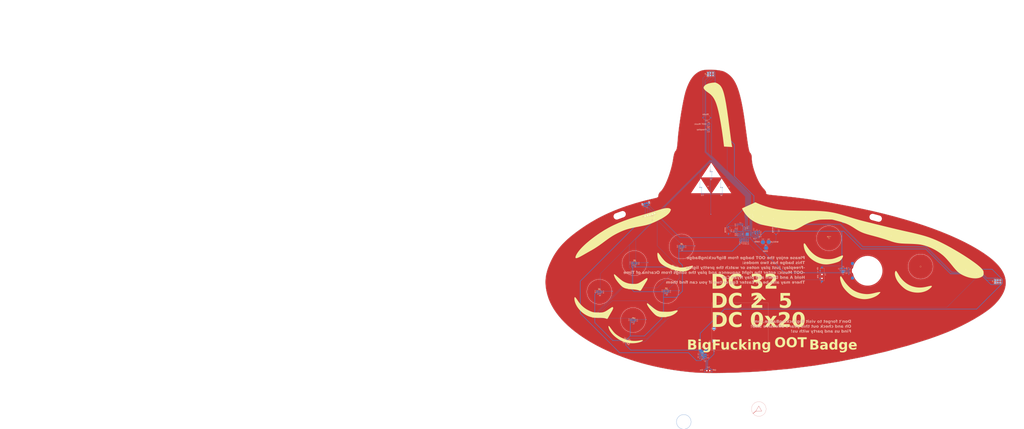
<source format=kicad_pcb>
(kicad_pcb (version 20240108) (generator "pcbnew") (generator_version "8.0")
  (layers (0 "F.Cu" signal) (31 "B.Cu" signal) (34 "B.Paste" user) (35 "F.Paste" user) (36 "B.SilkS" user "B.Silkscreen") (37 "F.SilkS" user "F.Silkscreen") (38 "B.Mask" user) (39 "F.Mask" user) (44 "Edge.Cuts" user))
  (net 0 "")
  (net 1 "+3.3V")
  (net 2 "GND")
  (net 3 "Net-(U5-EN)")
  (net 4 "Net-(U4-Key)")
  (net 5 "Net-(U6-Key)")
  (net 6 "Net-(U7-Key)")
  (net 7 "Net-(U8-Key)")
  (net 8 "Net-(U9-Key)")
  (net 9 "Net-(U3-GPIO26_ADC0)")
  (net 10 "Net-(U3-XIN)")
  (net 11 "Net-(C22-Pad1)")
  (net 12 "+1V1")
  (net 13 "Net-(D1-K)")
  (net 14 "Net-(D1-A)")
  (net 15 "Net-(D2-K)")
  (net 16 "+BATT")
  (net 17 "Net-(D3-K)")
  (net 18 "Net-(D3-A)")
  (net 19 "Net-(D5-K)")
  (net 20 "Net-(D5-A)")
  (net 21 "Net-(D6-K)")
  (net 22 "Net-(D6-A)")
  (net 23 "Net-(U2-OUTP)")
  (net 24 "Net-(U2-OUTN)")
  (net 25 "Net-(J3-Pin_2)")
  (net 26 "Net-(J3-Pin_3)")
  (net 27 "Net-(J3-Pin_4)")
  (net 28 "Net-(J5-Pin_3)")
  (net 29 "Net-(J5-Pin_4)")
  (net 30 "Net-(J5-Pin_5)")
  (net 31 "Net-(J5-Pin_6)")
  (net 32 "Net-(U5-L2)")
  (net 33 "Net-(U5-L1)")
  (net 34 "Net-(U3-USB_DM)")
  (net 35 "Net-(R3-Pad1)")
  (net 36 "Net-(R4-Pad1)")
  (net 37 "Net-(R5-Pad1)")
  (net 38 "Net-(R6-Pad1)")
  (net 39 "Net-(R7-Pad1)")
  (net 40 "Net-(U3-USB_DP)")
  (net 41 "Net-(U3-XOUT)")
  (net 42 "Net-(R15-Pad1)")
  (net 43 "Net-(U1-~{CS})")
  (net 44 "Net-(U3-GPIO10)")
  (net 45 "Net-(U3-RUN)")
  (net 46 "Net-(U3-SWCLK)")
  (net 47 "Net-(U3-SWD)")
  (net 48 "Net-(U1-DO(IO1))")
  (net 49 "Net-(U1-IO2)")
  (net 50 "Net-(U1-DI(IO0))")
  (net 51 "Net-(U1-CLK)")
  (net 52 "Net-(U1-IO3)")
  (net 53 "Net-(U2-DIN)")
  (net 58 "Net-(U2-LRCLK)")
  (net 59 "Net-(U2-BCLK)")
  (net 60 "Net-(U3-GPIO5)")
  (net 61 "Net-(U3-GPIO6)")
  (net 62 "Net-(U3-GPIO7)")
  (net 63 "Net-(U3-GPIO8)")
  (net 64 "Net-(U3-GPIO9)")
  (net 75 "Net-(D8-DOUT)")
  (net 76 "Net-(D10-DIN)")
  (net 77 "Net-(D10-DOUT)")
  (net 78 "Net-(D11-DOUT)")
  (net 79 "Net-(D12-DOUT)")
  (net 80 "Net-(D13-DOUT)")
  (net 81 "Net-(D14-DOUT)")
  (net 82 "Net-(D15-DOUT)")
  (net 83 "Net-(D16-DOUT)")
  (net 84 "Net-(D17-DOUT)")
  (net 85 "Net-(D18-DOUT)")
  (net 86 "Net-(D19-DOUT)")
  (net 87 "Net-(D20-DOUT)")
  (net 88 "Net-(D21-DOUT)")
  (net 89 "Net-(D22-DOUT)")
  (net 90 "Net-(D23-DOUT)")
  (net 91 "Net-(D24-DOUT)")
  (net 92 "Net-(D25-DOUT)")
  (net 93 "Net-(D26-DOUT)")
  (net 94 "Net-(D27-DOUT)")
  (net 95 "Net-(D28-DOUT)")
  (net 96 "Net-(D29-DOUT)")
  (net 97 "Net-(D30-DOUT)")
  (net 98 "Net-(D31-DOUT)")
  (net 99 "Net-(D32-DOUT)")
  (net 100 "Net-(D33-DOUT)")
  (net 101 "Net-(D34-DOUT)")
  (net 102 "Net-(D35-DOUT)")
  (net 103 "Net-(D36-DOUT)")
  (net 104 "Net-(D37-DOUT)")
  (net 105 "Net-(D4-K)")
  (net 106 "Net-(D4-A)")
  (net 107 "Net-(D7-DOUT)")
  (net 109 "Net-(D7-DIN)")
  (net 110 "Net-(C3-Pad2)")
  (net 111 "Net-(C4-Pad1)")
  (net 113 "Net-(D2-A)")
  (footprint "LED_SMD:LED_WS2812B_PLCC4_5.0x5.0mm_P3.2mm" (layer "F.Cu") (at 496.29 270.385 160)
    (property "Reference" "D20")
    (property "Value" "WS2812B")
  )
  (footprint "LED_SMD:LED_WS2812B_PLCC4_5.0x5.0mm_P3.2mm" (layer "F.Cu") (at 282.64 341.085)
    (property "Reference" "D37")
    (property "Value" "WS2812B")
  )
  (footprint "LED_SMD:LED_WS2812B_PLCC4_5.0x5.0mm_P3.2mm" (layer "F.Cu") (at 638.94 327.035 90)
    (property "Reference" "D33")
    (property "Value" "WS2812B")
  )
  (footprint "TestPoint:TestPoint_Pad_D1.0mm" (layer "F.Cu") (at 579.69 320.585)
    (property "Reference" "REF**" (hide yes))
    (property "Value" "TestPoint_Pad_D1.0mm")
  )
  (footprint "TestPoint:TestPoint_Pad_D4.0mm" (layer "F.Cu") (at 318.292043 345.748537)
    (property "Reference" "TP3")
    (property "Value" "TouchPad A")
  )
  (footprint "LED_SMD:LED_WS2812B_PLCC4_5.0x5.0mm_P3.2mm" (layer "F.Cu") (at 606.14 305.035 90)
    (property "Reference" "D30")
    (property "Value" "WS2812B")
  )
  (footprint "LED_SMD:LED_WS2812B_PLCC4_5.0x5.0mm_P3.2mm" (layer "F.Cu") (at 440.84 272.535 90)
    (property "Reference" "D15")
    (property "Value" "WS2812B")
  )
  (footprint "TestPoint:TestPoint_Pad_D4.0mm" (layer "F.Cu") (at 249.49676 346.51365)
    (property "Reference" "TP4")
    (property "Value" "TouchPad B")
  )
  (footprint "LED_SMD:LED_WS2812B_PLCC4_5.0x5.0mm_P3.2mm" (layer "F.Cu") (at 419.09 268.085 90)
    (property "Reference" "D13")
    (property "Value" "WS2812B")
  )
  (footprint "LED_SMD:LED_WS2812B_PLCC4_5.0x5.0mm_P3.2mm" (layer "F.Cu") (at 529.09 282.635 90)
    (property "Reference" "D23")
    (property "Value" "WS2812B")
  )
  (footprint "LED_SMD:LED_WS2812B_PLCC4_5.0x5.0mm_P3.2mm" (layer "F.Cu") (at 584.29 293.985 180)
    (property "Reference" "D28")
    (property "Value" "WS2812B")
  )
  (footprint "LED_SMD:LED_WS2812B_PLCC4_5.0x5.0mm_P3.2mm" (layer "F.Cu") (at 562.29 290.785 90)
    (property "Reference" "D26")
    (property "Value" "WS2812B")
  )
  (footprint "LED_SMD:LED_WS2812B_PLCC4_5.0x5.0mm_P3.2mm" (layer "F.Cu") (at 518.19 278.835 90)
    (property "Reference" "D22")
    (property "Value" "WS2812B")
  )
  (footprint "Connector_PinSocket_2.54mm:PinSocket_2x03_P2.54mm_Vertical" (layer "F.Cu") (at 656.5 334.635 90)
    (property "Reference" "J5")
    (property "Value" "Conn_02x03_Odd_Even")
  )
  (footprint "LED_SMD:LED_WS2812B_PLCC4_5.0x5.0mm_P3.2mm" (layer "F.Cu") (at 430.04 270.735 90)
    (property "Reference" "D14")
    (property "Value" "WS2812B")
  )
  (footprint "Connector_PinSocket_2.54mm:PinSocket_2x03_P2.54mm_Vertical" (layer "F.Cu") (at 361.215 121.47 90)
    (property "Reference" "J6")
    (property "Value" "Conn_02x03_Odd_Even")
  )
  (footprint "TestPoint:TestPoint_Pad_D4.0mm" (layer "F.Cu") (at 285.59 317.035)
    (property "Reference" "TP5")
    (property "Value" "TouchPad D2")
  )
  (footprint "TestPoint:TestPoint_Loop_D1.80mm_Drill1.0mm_Beaded" (layer "F.Cu") (at 270.39 267.885 20)
    (property "Reference" "REF**")
    (property "Value" "TestPoint_Loop_D1.80mm_Drill1.0mm_Beaded")
  )
  (footprint "TestPoint:TestPoint_Pad_D1.0mm" (layer "F.Cu") (at 485.54 291.485)
    (property "Reference" "REF**")
    (property "Value" "TestPoint_Pad_D1.0mm")
  )
  (footprint "TestPoint:TestPoint_Pad_D4.0mm" (layer "F.Cu") (at 284.147714 375.591636)
    (property "Reference" "TP2")
    (property "Value" "TouchPad F")
  )
  (footprint "LED_SMD:LED_WS2812B_PLCC4_5.0x5.0mm_P3.2mm" (layer "F.Cu") (at 408.04 262.135 90)
    (property "Reference" "D12")
    (property "Value" "WS2812B")
  )
  (footprint "TestPoint:TestPoint_Pad_D4.0mm" (layer "F.Cu") (at 334.038027 299.917946)
    (property "Reference" "TP1")
    (property "Value" "TouchPad D")
  )
  (footprint "LED_SMD:LED_WS2812B_PLCC4_5.0x5.0mm_P3.2mm" (layer "F.Cu") (at 378.94 175.635 90)
    (property "Reference" "D10")
    (property "Value" "WS2812B")
  )
  (footprint "LED_SMD:LED_WS2812B_PLCC4_5.0x5.0mm_P3.2mm" (layer "F.Cu") (at 452.04 271.685 90)
    (property "Reference" "D16")
    (property "Value" "WS2812B")
  )
  (footprint "LED_SMD:LED_WS2812B_PLCC4_5.0x5.0mm_P3.2mm" (layer "F.Cu") (at 595.44 298.935 180)
    (property "Reference" "D29")
    (property "Value" "WS2812B")
  )
  (footprint "LED_SMD:LED_WS2812B_PLCC4_5.0x5.0mm_P3.2mm" (layer "F.Cu") (at 573.29 291.735 90)
    (property "Reference" "D27")
    (property "Value" "WS2812B")
  )
  (footprint "LED_SMD:LED_WS2812B_PLCC4_5.0x5.0mm_P3.2mm" (layer "F.Cu") (at 474.24 268.085 180)
    (property "Reference" "D18")
    (property "Value" "WS2812B")
  )
  (footprint "LED_SMD:LED_WS2812B_PLCC4_5.0x5.0mm_P3.2mm" (layer "F.Cu") (at 245.64 370.385)
    (property "Reference" "D36")
    (property "Value" "WS2812B")
  )
  (footprint "LED_SMD:LED_WS2812B_PLCC4_5.0x5.0mm_P3.2mm" (layer "F.Cu") (at 277.49 397.185 -20)
    (property "Reference" "D34")
    (property "Value" "WS2812B")
  )
  (footprint "LED_SMD:LED_WS2812B_PLCC4_5.0x5.0mm_P3.2mm" (layer "F.Cu") (at 366.64 136.785 90)
    (property "Reference" "D7")
    (property "Value" "WS2812B")
  )
  (footprint "LED_SMD:LED_WS2812B_PLCC4_5.0x5.0mm_P3.2mm" (layer "F.Cu") (at 539.89 285.435 90)
    (property "Reference" "D24")
    (property "Value" "WS2812B")
  )
  (footprint "LED_SMD:LED_WS2812B_PLCC4_5.0x5.0mm_P3.2mm" (layer "F.Cu") (at 373.79 148.235 90)
    (property "Reference" "D8")
    (property "Value" "WS2812B")
  )
  (footprint "LED_SMD:LED_WS2812B_PLCC4_5.0x5.0mm_P3.2mm" (layer "F.Cu") (at 627.99 322.535 90)
    (property "Reference" "D32")
    (property "Value" "WS2812B")
  )
  (footprint "LED_SMD:LED_WS2812B_PLCC4_5.0x5.0mm_P3.2mm" (layer "F.Cu") (at 463.09 268.735 90)
    (property "Reference" "D17")
    (property "Value" "WS2812B")
  )
  (footprint "LED_SMD:LED_WS2812B_PLCC4_5.0x5.0mm_P3.2mm" (layer "F.Cu") (at 616.94 314.035 90)
    (property "Reference" "D31")
    (property "Value" "WS2812B")
  )
  (footprint "LED_SMD:LED_WS2812B_PLCC4_5.0x5.0mm_P3.2mm" (layer "F.Cu") (at 551.04 288.385 90)
    (property "Reference" "D25")
    (property "Value" "WS2812B")
  )
  (footprint "LED_SMD:LED_WS2812B_PLCC4_5.0x5.0mm_P3.2mm" (layer "F.Cu") (at 314.64 369.835)
    (property "Reference" "D35")
    (property "Value" "WS2812B")
  )
  (footprint "LED_SMD:LED_WS2812B_PLCC4_5.0x5.0mm_P3.2mm" (layer "F.Cu") (at 485.29 268.385 180)
    (property "Reference" "D19")
    (property "Value" "WS2812B")
  )
  (footprint "LED_SMD:LED_WS2812B_PLCC4_5.0x5.0mm_P3.2mm" (layer "F.Cu") (at 326.94 322.335 -20)
    (property "Reference" "D38")
    (property "Value" "WS2812B" (hide yes))
  )
  (footprint "TestPoint:TestPoint_Loop_D1.80mm_Drill1.0mm_Beaded" (layer "F.Cu") (at 533.54 270.485 -15)
    (property "Reference" "REF**")
    (property "Value" "TestPoint_Loop_D1.80mm_Drill1.0mm_Beaded")
  )
  (footprint "LED_SMD:LED_WS2812B_PLCC4_5.0x5.0mm_P3.2mm" (layer "F.Cu") (at 380.69 189.085 90)
    (property "Reference" "D11")
    (property "Value" "WS2812B")
  )
  (footprint "LED_SMD:LED_WS2812B_PLCC4_5.0x5.0mm_P3.2mm" (layer "F.Cu") (at 507.44 273.935 160)
    (property "Reference" "D21")
    (property "Value" "WS2812B")
  )
  (footprint "LED_SMD:LED_WS2812B_PLCC4_5.0x5.0mm_P3.2mm" (layer "F.Cu") (at 376.79 162.535 90)
    (property "Reference" "D9")
    (property "Value" "WS2812B")
  )
  (footprint "Buzzer_Beeper:FS32MS0410-H5.1" (layer "B.Cu") (at 525.24 324.935 180)
    (property "Reference" "LS1")
    (property "Value" "Speaker")
  )
  (footprint "Button_Switch_SMD:SW_SPDT_PCM12" (layer "B.Cu") (at 361.49 427.275 180)
    (property "Reference" "SW2")
    (property "Value" "power")
  )
  (footprint "Package_TO_SOT_SMD:SOT-23-6" (layer "B.Cu") (at 334.038027 299.917946 180)
    (property "Reference" "U4")
    (property "Value" "~")
  )
  (footprint "Resistor_SMD:R_0603_1608Metric" (layer "B.Cu") (at 503.59 324.435 180)
    (property "Reference" "FB2")
    (property "Value" "120 Ohms @ 100 MHz" (hide yes))
  )
  (footprint "Capacitor_SMD:C_0603_1608Metric" (layer "B.Cu") (at 282.7301 316.805 90)
    (property "Reference" "C17")
    (property "Value" "0.1uF")
  )
  (footprint "Package_TO_SOT_SMD:SOT-23-6" (layer "B.Cu") (at 318.29 345.835 180)
    (property "Reference" "U7")
    (property "Value" "~")
  )
  (footprint "Capacitor_SMD:C_0603_1608Metric" (layer "B.Cu") (at 395.8525 292.935 -90)
    (property "Reference" "C5")
    (property "Value" "2.2uF")
  )
  (footprint "Resistor_SMD:R_0603_1608Metric" (layer "B.Cu") (at 303.84 269.985 180)
    (property "Reference" "R13")
    (property "Value" "27")
  )
  (footprint "Capacitor_SMD:C_0603_1608Metric" (layer "B.Cu") (at 287.017814 375.786636 90)
    (property "Reference" "C13")
    (property "Value" "47pF")
  )
  (footprint "Capacitor_SMD:C_0603_1608Metric" (layer "B.Cu") (at 408.245 285.38 -90)
    (property "Reference" "C21")
    (property "Value" "15pf")
  )
  (footprint "Resistor_SMD:R_0603_1608Metric" (layer "B.Cu") (at 334.575527 302.417946)
    (property "Reference" "R3")
    (property "Value" "4.7k")
  )
  (footprint "Connector_PinHeader_2.54mm:PinHeader_1x05_P2.54mm_Vertical" (layer "B.Cu") (at 296.615186 268.885356 -74)
    (property "Reference" "J3")
    (property "Value" "Conn_01x04")
  )
  (footprint "Package_TO_SOT_SMD:SOT-23-6" (layer "B.Cu") (at 249.49676 346.51365 180)
    (property "Reference" "U8")
    (property "Value" "~")
  )
  (footprint "Resistor_SMD:R_0603_1608Metric" (layer "B.Cu") (at 361.5574 180.795)
    (property "Reference" "R11")
    (property "Value" "470")
  )
  (footprint "Capacitor_SMD:C_0603_1608Metric" (layer "B.Cu") (at 410.2325 290.285)
    (property "Reference" "C26")
    (property "Value" ".1uF")
  )
  (footprint "LED_SMD:LED_0603_1608Metric" (layer "B.Cu") (at 361.5624 179.275 180)
    (property "Reference" "D3")
    (property "Value" "Blue LED")
  )
  (footprint "Capacitor_SMD:C_0603_1608Metric" (layer "B.Cu") (at 281.317814 375.361636 90)
    (property "Reference" "C12")
    (property "Value" "0.1uF")
  )
  (footprint "Capacitor_SMD:C_0603_1608Metric" (layer "B.Cu") (at 505.89 326.735 90)
    (property "Reference" "C3")
    (property "Value" "220pF")
  )
  (footprint "Capacitor_SMD:C_0603_1608Metric" (layer "B.Cu") (at 412.5325 290.185 -90)
    (property "Reference" "C28")
    (property "Value" ".1uF")
  )
  (footprint "Button_Switch_SMD:SW_Tactile_SPST_NO_Straight_CK_PTS636Sx25SMTRLFS" (layer "B.Cu") (at 382.29 283.635 90)
    (property "Reference" "SW3")
    (property "Value" "boot")
  )
  (footprint "TestPoint:TestPoint_Pad_D4.0mm" (layer "B.Cu") (at 423.64 295.335 180)
    (property "Reference" "TP6")
    (property "Value" "swclk")
  )
  (footprint "Capacitor_SMD:C_0603_1608Metric" (layer "B.Cu") (at 288.4801 317.28 90)
    (property "Reference" "C19")
    (property "Value" "47pF")
  )
  (footprint "Inductor_SMD:L_1008_2520Metric" (layer "B.Cu") (at 358.7125 411.7125 -90)
    (property "Reference" "L1")
    (property "Value" "2.2uH")
  )
  (footprint "Capacitor_SMD:C_0603_1608Metric" (layer "B.Cu") (at 400.5025 292.935 -90)
    (property "Reference" "C20")
    (property "Value" "2.2uF")
  )
  (footprint "Resistor_SMD:R_0603_1608Metric" (layer "B.Cu") (at 284.717814 378.111636)
    (property "Reference" "R4")
    (property "Value" "4.7k")
  )
  (footprint "Package_DFN_QFN:QFN-56-1EP_7x7mm_P0.4mm_EP3.2x3.2mm" (layer "B.Cu") (at 401.515 287.285 -90)
    (property "Reference" "U3")
    (property "Value" "RP2040")
  )
  (footprint "Capacitor_SMD:C_0603_1608Metric" (layer "B.Cu") (at 331.19 299.685 90)
    (property "Reference" "C10")
    (property "Value" "0.1uF")
  )
  (footprint "Capacitor_SMD:C_0603_1608Metric" (layer "B.Cu") (at 397.4025 292.935 -90)
    (property "Reference" "C34")
    (property "Value" "2.2uF")
  )
  (footprint "Capacitor_Tantalum_SMD:CP_EIA-3216-18_Kemet-A" (layer "B.Cu") (at 500.19 322.535)
    (property "Reference" "C2")
    (property "Value" "10uF")
  )
  (footprint "Capacitor_SMD:C_0603_1608Metric" (layer "B.Cu") (at 389.2025 284.235 90)
    (property "Reference" "C23")
    (property "Value" "0.1uF")
  )
  (footprint "Capacitor_SMD:C_0603_1608Metric" (layer "B.Cu") (at 393.79 292.935 -90)
    (property "Reference" "C25")
    (property "Value" "2.2uF")
  )
  (footprint "Package_TO_SOT_SMD:SOT-23-6" (layer "B.Cu") (at 284.147714 375.591636 180)
    (property "Reference" "U6")
    (property "Value" "~")
  )
  (footprint "Resistor_SMD:R_0603_1608Metric" (layer "B.Cu") (at 318.8601 348.375)
    (property "Reference" "R5")
    (property "Value" "4.7k")
  )
  (footprint "Capacitor_SMD:C_0603_1608Metric" (layer "B.Cu") (at 246.62186 346.27365 90)
    (property "Reference" "C16")
    (property "Value" "0.1uF")
  )
  (footprint "Resistor_SMD:R_0603_1608Metric" (layer "B.Cu") (at 390.69 277.885 90)
    (property "Reference" "R15")
    (property "Value" "1k")
  )
  (footprint "Capacitor_SMD:C_0603_1608Metric" (layer "B.Cu") (at 352.6125 410.4125 -90)
    (property "Reference" "C7")
    (property "Value" "10uF")
  )
  (footprint "Resistor_SMD:R_0603_1608Metric" (layer "B.Cu") (at 364.415 229.935)
    (property "Reference" "R9")
    (property "Value" "470")
  )
  (footprint "Battery:BatteryHolder_TruPower_BH-331P_3xAA" (layer "B.Cu") (at 367.34 397.135)
    (property "Reference" "J2")
    (property "Value" "Power")
  )
  (footprint "Package_TO_SOT_SMD:SOT-23-6" (layer "B.Cu") (at 285.59 317.035 180)
    (property "Reference" "U9")
    (property "Value" "~")
  )
  (footprint "Capacitor_SMD:C_0603_1608Metric" (layer "B.Cu") (at 394.04 288.61 180)
    (property "Reference" "C33")
    (property "Value" ".1uF")
  )
  (footprint "Package_SO:SOIC-8_5.23x5.23mm_P1.27mm" (layer "B.Cu") (at 394.4025 281.035 -90)
    (property "Reference" "U1")
    (property "Value" "W25Q32JVSS")
  )
  (footprint "Button_Switch_SMD:SW_Tactile_SPST_NO_Straight_CK_PTS636Sx25SMTRLFS" (layer "B.Cu") (at 431.09 283.635 90)
    (property "Reference" "SW4")
    (property "Value" "rst")
  )
  (footprint "Package_DFN_QFN:QFN-16-1EP_3x3mm_P0.5mm_EP1.75x1.75mm_ThermalVias" (layer "B.Cu") (at 499.9775 325.785)
    (property "Reference" "U2")
    (property "Value" "MAX98357AETE+")
  )
  (footprint "Capacitor_SMD:C_0603_1608Metric" (layer "B.Cu") (at 321.1851 346.075 90)
    (property "Reference" "C15")
    (property "Value" "47pF")
  )
  (footprint "Capacitor_SMD:C_0603_1608Metric" (layer "B.Cu") (at 352.6125 413.4625 -90)
    (property "Reference" "C9")
    (property "Value" "0.1uF")
  )
  (footprint "Capacitor_SMD:C_0603_1608Metric" (layer "B.Cu") (at 357.9625 414.4625)
    (property "Reference" "C6")
    (property "Value" "10uF")
  )
  (footprint "LED_SMD:TJ-S1706CL6T5ALC9Y-A5" (layer "B.Cu") (at 375.94 239.335 180)
    (property "Reference" "D1")
    (property "Value" "LED")
  )
  (footprint "Resistor_SMD:R_0603_1608Metric" (layer "B.Cu") (at 411.77 287.905 180)
    (property "Reference" "R14")
    (property "Value" "1k")
  )
  (footprint "Capacitor_SMD:C_0603_1608Metric" (layer "B.Cu") (at 403.09 280.735 90)
    (property "Reference" "C30")
    (property "Value" ".1uF")
  )
  (footprint "Capacitor_SMD:C_0603_1608Metric" (layer "B.Cu") (at 402.515 292.985 -90)
    (property "Reference" "C32")
    (property "Value" ".1uF")
  )
  (footprint "TestPoint:TestPoint_Pad_D4.0mm" (layer "B.Cu") (at 420.89 301.485 180)
    (property "Reference" "TP8")
    (property "Value" "swd")
  )
  (footprint "Capacitor_SMD:C_0603_1608Metric" (layer "B.Cu") (at 398.3525 281.585 90)
    (property "Reference" "C27")
    (property "Value" ".1uF")
  )
  (footprint "Resistor_SMD:R_0603_1608Metric" (layer "B.Cu") (at 250.07186 349.02365)
    (property "Reference" "R6")
    (property "Value" "4.7k")
  )
  (footprint "Capacitor_SMD:C_0603_1608Metric" (layer "B.Cu") (at 505.89 323.685 90)
    (property "Reference" "C4")
    (property "Value" "220pF")
  )
  (footprint "Resistor_SMD:R_0603_1608Metric" (layer "B.Cu") (at 355.34 245.985 180)
    (property "Reference" "R10")
    (property "Value" "470")
  )
  (footprint "Capacitor_SMD:C_0603_1608Metric" (layer "B.Cu") (at 390.7475 284.235 90)
    (property "Reference" "C24")
    (property "Value" "2.2uF")
  )
  (footprint "Capacitor_SMD:C_0603_1608Metric" (layer "B.Cu") (at 336.825527 300.117946 90)
    (property "Reference" "C11")
    (property "Value" "47pF")
  )
  (footprint "Capacitor_SMD:C_0603_1608Metric" (layer "B.Cu") (at 398.9175 292.935 -90)
    (property "Reference" "C31")
    (property "Value" ".1uF")
  )
  (footprint "Connector_USB:USB_Micro-B_GCT_USB3076-30-A" (layer "B.Cu") (at 297.588074 256.850136 16)
    (property "Reference" "J4")
    (property "Value" "USB_B_Micro")
  )
  (footprint "TPS63001DRCR:VREG_V62_16624-01YE" (layer "B.Cu") (at 355.3625 411.7125 180)
    (property "Reference" "U5")
    (property "Value" "TPS63001DRCR")
  )
  (footprint "Resistor_SMD:R_0603_1608Metric" (layer "B.Cu") (at 303.84 271.485)
    (property "Reference" "R1")
    (property "Value" "27")
  )
  (footprint "LED_SMD:TJ-S1706CL6T5ALC9Y-A5" (layer "B.Cu") (at 354.54 239.285 180)
    (property "Reference" "D6")
    (property "Value" "LED")
  )
  (footprint "Diode_SMD:D_SOD-323" (layer "B.Cu") (at 358.19 416.235)
    (property "Reference" "D2")
    (property "Value" "diode")
  )
  (footprint "Resistor_SMD:R_0603_1608Metric" (layer "B.Cu") (at 503.59 325.935 180)
    (property "Reference" "FB1")
    (property "Value" "120 Ohms @ 100 MHz" (hide yes))
  )
  (footprint "Resistor_SMD:R_0603_1608Metric" (layer "B.Cu") (at 286.1301 319.555)
    (property "Reference" "R7")
    (property "Value" "4.7k")
  )
  (footprint "LED_SMD:TJ-S1706CL6T5ALC9Y-A5" (layer "B.Cu") (at 365.24 222.985 180)
    (property "Reference" "D5")
    (property "Value" "LED")
  )
  (footprint "Capacitor_SMD:C_0603_1608Metric" (layer "B.Cu") (at 394.04 287.085 180)
    (property "Reference" "C29")
    (property "Value" ".1uF")
  )
  (footprint "Capacitor_SMD:C_0603_1608Metric" (layer "B.Cu") (at 315.4351 345.6 90)
    (property "Reference" "C14")
    (property "Value" "0.1uF")
  )
  (footprint "Capacitor_SMD:C_0603_1608Metric" (layer "B.Cu") (at 497.09 322.985 -90)
    (property "Reference" "C1")
    (property "Value" "0.1uF")
  )
  (footprint "Capacitor_SMD:C_0603_1608Metric" (layer "B.Cu") (at 252.37186 346.72365 90)
    (property "Reference" "C18")
    (property "Value" "47pF")
  )
  (footprint "Potentiometer_SMD:RS08U111Z001" (layer "B.Cu") (at 478.34 328.735 90)
    (property "Reference" "RV1")
    (property "Value" "10K")
  )
  (footprint "Resistor_SMD:R_0603_1608Metric" (layer "B.Cu") (at 375.115 246.11)
    (property "Reference" "R8")
    (property "Value" "470")
  )
  (footprint "Capacitor_Tantalum_SMD:CP_EIA-7343-31_Kemet-D" (layer "B.Cu") (at 356.2625 406.4625)
    (property "Reference" "C8")
    (property "Value" "470uF")
  )
  (footprint "Resistor_SMD:R_0603_1608Metric" (layer "B.Cu") (at 361.5749 175.275)
    (property "Reference" "R12")
    (property "Value" "470")
  )
  (footprint "LED_SMD:LED_0603_1608Metric" (layer "B.Cu") (at 361.59 173.685 180)
    (property "Reference" "D4")
    (property "Value" "Blue LED")
  )
  (footprint "TestPoint:TestPoint_Pad_D4.0mm" (layer "B.Cu") (at 417.59 295.485 180)
    (property "Reference" "TP7")
    (property "Value" "swd")
  )
  (footprint "Capacitor_SMD:C_0603_1608Metric" (layer "B.Cu") (at 414.095 285.405 90)
    (property "Reference" "C22")
    (property "Value" "15pf")
  )
  (footprint "Button_Switch_SMD:SW_Tactile_SPST_NO_Straight_CK_PTS636Sx25SMTRLFS" (layer "B.Cu") (at 359.89 167.635)
    (property "Reference" "SW1")
    (property "Value" "mode")
  )
  (footprint "Crystal:Crystal_SMD_3225-4Pin_3.2x2.5mm" (layer "B.Cu") (at 411.1574 285.385)
    (property "Reference" "Y1")
    (property "Value" "12Mhz")
  )
  (footprint "Resistor_SMD:R_0603_1608Metric" (layer "B.Cu") (at 354.9125 414.4625 180)
    (property "Reference" "R2")
    (property "Value" "100")
  )
  (gr_line (start 409.480118 473.408671) (end 409.957854 473.676789) (stroke (width 0.1)) (layer "F.Cu"))
  (gr_line (start 407.450947 471.590526) (end 410.39 469.135) (stroke (width 0.2)) (layer "F.Cu"))
  (gr_line (start 408.181615 461.607447) (end 407.80138 462.001832) (stroke (width 0.1)) (layer "F.Cu"))
  (gr_line (start 418.184719 472.771577) (end 418.592727 472.405999) (stroke (width 0.1)) (layer "F.Cu"))
  (gr_line (start 419.927542 463.336089) (end 419.642155 462.868465) (stroke (width 0.1)) (layer "F.Cu"))
  (gr_line (start 415.284171 474.262851) (end 415.808774 474.105021) (stroke (width 0.1)) (layer "F.Cu"))
  (gr_line (start 406.8468 463.336089) (end 406.596309 463.823298) (stroke (width 0.1)) (layer "F.Cu"))
  (gr_line (start 413.113256 474.501719) (end 413.661086 474.501719) (stroke (width 0.1)) (layer "F.Cu"))
  (gr_line (start 417.751113 460.90705) (end 417.294224 460.604775) (stroke (width 0.1)) (layer "F.Cu"))
  (gr_line (start 405.907179 467.554188) (end 405.967096 468.098732) (stroke (width 0.1)) (layer "F.Cu"))
  (gr_line (start 410.965568 459.908425) (end 410.453886 460.104127) (stroke (width 0.1)) (layer "F.Cu"))
  (gr_line (start 406.205167 464.84598) (end 406.066602 465.375997) (stroke (width 0.1)) (layer "F.Cu"))
  (gr_line (start 418.184719 461.241869) (end 417.751113 460.90705) (stroke (width 0.1)) (layer "F.Cu"))
  (gr_line (start 405.887171 467.006723) (end 405.907179 467.554188) (stroke (width 0.1)) (layer "F.Cu"))
  (gr_line (start 407.450947 462.42292) (end 407.132187 462.868465) (stroke (width 0.1)) (layer "F.Cu"))
  (gr_line (start 420.569175 464.84598) (end 420.392292 464.327491) (stroke (width 0.1)) (layer "F.Cu"))
  (gr_line (start 419.323395 471.590526) (end 419.642155 471.144981) (stroke (width 0.1)) (layer "F.Cu"))
  (gr_line (start 419.927542 470.677357) (end 420.178033 470.190148) (stroke (width 0.1)) (layer "F.Cu"))
  (gr_line (start 418.592727 472.405999) (end 418.972962 472.011614) (stroke (width 0.1)) (layer "F.Cu"))
  (gr_line (start 420.569175 469.167466) (end 420.70774 468.637449) (stroke (width 0.1)) (layer "F.Cu"))
  (gr_line (start 418.972962 462.001832) (end 418.592727 461.607447) (stroke (width 0.1)) (layer "F.Cu"))
  (gr_line (start 406.596309 463.823298) (end 406.38205 464.327491) (stroke (width 0.1)) (layer "F.Cu"))
  (gr_line (start 416.39 469.135) (end 413.39 463.935) (stroke (width 0.2)) (layer "F.Cu"))
  (gr_line (start 410.49 469.135) (end 416.39 469.135) (stroke (width 0.2)) (layer "F.Cu"))
  (gr_line (start 416.320456 460.104127) (end 415.808774 459.908425) (stroke (width 0.1)) (layer "F.Cu"))
  (gr_line (start 406.205167 469.167466) (end 406.38205 469.685955) (stroke (width 0.1)) (layer "F.Cu"))
  (gr_line (start 416.320456 473.909319) (end 416.816488 473.676789) (stroke (width 0.1)) (layer "F.Cu"))
  (gr_line (start 408.181615 472.405999) (end 408.589623 472.771577) (stroke (width 0.1)) (layer "F.Cu"))
  (gr_line (start 414.749447 474.381966) (end 415.284171 474.262851) (stroke (width 0.1)) (layer "F.Cu"))
  (gr_line (start 420.178033 463.823298) (end 419.927542 463.336089) (stroke (width 0.1)) (layer "F.Cu"))
  (gr_line (start 420.70774 468.637449) (end 420.807246 468.098732) (stroke (width 0.1)) (layer "F.Cu"))
  (gr_line (start 415.284171 459.750595) (end 414.749447 459.63148) (stroke (width 0.1)) (layer "F.Cu"))
  (gr_line (start 409.023229 460.90705) (end 408.589623 461.241869) (stroke (width 0.1)) (layer "F.Cu"))
  (gr_line (start 412.566887 459.551716) (end 412.024895 459.63148) (stroke (width 0.1)) (layer "F.Cu"))
  (gr_line (start 417.751113 473.106396) (end 418.184719 472.771577) (stroke (width 0.1)) (layer "F.Cu"))
  (gr_line (start 420.867163 466.459258) (end 420.807246 465.914714) (stroke (width 0.1)) (layer "F.Cu"))
  (gr_line (start 417.294224 473.408671) (end 417.751113 473.106396) (stroke (width 0.1)) (layer "F.Cu"))
  (gr_line (start 413.113256 459.511727) (end 412.566887 459.551716) (stroke (width 0.1)) (layer "F.Cu"))
  (gr_line (start 408.589623 461.241869) (end 408.181615 461.607447) (stroke (width 0.1)) (layer "F.Cu"))
  (gr_line (start 410.453886 460.104127) (end 409.957854 460.336657) (stroke (width 0.1)) (layer "F.Cu"))
  (gr_line (start 407.80138 462.001832) (end 407.450947 462.42292) (stroke (width 0.1)) (layer "F.Cu"))
  (gr_line (start 413.39 463.935) (end 410.39 469.135) (stroke (width 0.2)) (layer "F.Cu"))
  (gr_line (start 420.807246 465.914714) (end 420.70774 465.375997) (stroke (width 0.1)) (layer "F.Cu"))
  (gr_line (start 409.480118 460.604775) (end 409.023229 460.90705) (stroke (width 0.1)) (layer "F.Cu"))
  (gr_line (start 405.907179 466.459258) (end 405.887171 467.006723) (stroke (width 0.1)) (layer "F.Cu"))
  (gr_line (start 420.70774 465.375997) (end 420.569175 464.84598) (stroke (width 0.1)) (layer "F.Cu"))
  (gr_line (start 420.887171 467.006723) (end 420.867163 466.459258) (stroke (width 0.1)) (layer "F.Cu"))
  (gr_line (start 412.024895 474.381966) (end 412.566887 474.46173) (stroke (width 0.1)) (layer "F.Cu"))
  (gr_line (start 406.596309 470.190148) (end 406.8468 470.677357) (stroke (width 0.1)) (layer "F.Cu"))
  (gr_line (start 410.453886 473.909319) (end 410.965568 474.105021) (stroke (width 0.1)) (layer "F.Cu"))
  (gr_line (start 414.749447 459.63148) (end 414.207455 459.551716) (stroke (width 0.1)) (layer "F.Cu"))
  (gr_line (start 405.967096 468.098732) (end 406.066602 468.637449) (stroke (width 0.1)) (layer "F.Cu"))
  (gr_line (start 413.661086 459.511727) (end 413.113256 459.511727) (stroke (width 0.1)) (layer "F.Cu"))
  (gr_line (start 409.957854 473.676789) (end 410.453886 473.909319) (stroke (width 0.1)) (layer "F.Cu"))
  (gr_line (start 410.49 469.135) (end 407.515 471.685) (stroke (width 0.2)) (layer "F.Cu"))
  (gr_line (start 412.024895 459.63148) (end 411.490171 459.750595) (stroke (width 0.1)) (layer "F.Cu"))
  (gr_line (start 414.207455 474.46173) (end 414.749447 474.381966) (stroke (width 0.1)) (layer "F.Cu"))
  (gr_line (start 407.80138 472.011614) (end 408.181615 472.405999) (stroke (width 0.1)) (layer "F.Cu"))
  (gr_line (start 420.807246 468.098732) (end 420.867163 467.554188) (stroke (width 0.1)) (layer "F.Cu"))
  (gr_line (start 406.066602 465.375997) (end 405.967096 465.914714) (stroke (width 0.1)) (layer "F.Cu"))
  (gr_line (start 418.592727 461.607447) (end 418.184719 461.241869) (stroke (width 0.1)) (layer "F.Cu"))
  (gr_line (start 406.066602 468.637449) (end 406.205167 469.167466) (stroke (width 0.1)) (layer "F.Cu"))
  (gr_line (start 406.8468 470.677357) (end 407.132187 471.144981) (stroke (width 0.1)) (layer "F.Cu"))
  (gr_line (start 413.661086 474.501719) (end 414.207455 474.46173) (stroke (width 0.1)) (layer "F.Cu"))
  (gr_line (start 405.967096 465.914714) (end 405.907179 466.459258) (stroke (width 0.1)) (layer "F.Cu"))
  (gr_line (start 411.490171 474.262851) (end 412.024895 474.381966) (stroke (width 0.1)) (layer "F.Cu"))
  (gr_line (start 409.023229 473.106396) (end 409.480118 473.408671) (stroke (width 0.1)) (layer "F.Cu"))
  (gr_line (start 412.566887 474.46173) (end 413.113256 474.501719) (stroke (width 0.1)) (layer "F.Cu"))
  (gr_line (start 414.207455 459.551716) (end 413.661086 459.511727) (stroke (width 0.1)) (layer "F.Cu"))
  (gr_line (start 409.957854 460.336657) (end 409.480118 460.604775) (stroke (width 0.1)) (layer "F.Cu"))
  (gr_line (start 418.972962 472.011614) (end 419.323395 471.590526) (stroke (width 0.1)) (layer "F.Cu"))
  (gr_line (start 407.132187 462.868465) (end 406.8468 463.336089) (stroke (width 0.1)) (layer "F.Cu"))
  (gr_line (start 408.589623 472.771577) (end 409.023229 473.106396) (stroke (width 0.1)) (layer "F.Cu"))
  (gr_line (start 419.642155 462.868465) (end 419.323395 462.42292) (stroke (width 0.1)) (layer "F.Cu"))
  (gr_line (start 406.38205 464.327491) (end 406.205167 464.84598) (stroke (width 0.1)) (layer "F.Cu"))
  (gr_line (start 411.490171 459.750595) (end 410.965568 459.908425) (stroke (width 0.1)) (layer "F.Cu"))
  (gr_line (start 410.965568 474.105021) (end 411.490171 474.262851) (stroke (width 0.1)) (layer "F.Cu"))
  (gr_line (start 416.816488 473.676789) (end 417.294224 473.408671) (stroke (width 0.1)) (layer "F.Cu"))
  (gr_line (start 420.867163 467.554188) (end 420.887171 467.006723) (stroke (width 0.1)) (layer "F.Cu"))
  (gr_line (start 407.515 471.685) (end 407.80138 472.011614) (stroke (width 0.1)) (layer "F.Cu"))
  (gr_line (start 420.392292 464.327491) (end 420.178033 463.823298) (stroke (width 0.1)) (layer "F.Cu"))
  (gr_line (start 407.132187 471.144981) (end 407.450947 471.590526) (stroke (width 0.1)) (layer "F.Cu"))
  (gr_line (start 416.816488 460.336657) (end 416.320456 460.104127) (stroke (width 0.1)) (layer "F.Cu"))
  (gr_line (start 419.642155 471.144981) (end 419.927542 470.677357) (stroke (width 0.1)) (layer "F.Cu"))
  (gr_line (start 406.38205 469.685955) (end 406.596309 470.190148) (stroke (width 0.1)) (layer "F.Cu"))
  (gr_line (start 420.392292 469.685955) (end 420.569175 469.167466) (stroke (width 0.1)) (layer "F.Cu"))
  (gr_line (start 420.178033 470.190148) (end 420.392292 469.685955) (stroke (width 0.1)) (layer "F.Cu"))
  (gr_line (start 415.808774 459.908425) (end 415.284171 459.750595) (stroke (width 0.1)) (layer "F.Cu"))
  (gr_line (start 419.323395 462.42292) (end 418.972962 462.001832) (stroke (width 0.1)) (layer "F.Cu"))
  (gr_line (start 415.808774 474.105021) (end 416.320456 473.909319) (stroke (width 0.1)) (layer "F.Cu"))
  (gr_line (start 417.294224 460.604775) (end 416.816488 460.336657) (stroke (width 0.1)) (layer "F.Cu"))
  (gr_poly (pts (xy 343.766922 480.223422) (xy 343.746914 479.675957) (xy 343.686997 479.131413) (xy 343.587491 478.592696) (xy 343.448926 478.062679) (xy 343.272043 477.54419) (xy 343.057784 477.039997) (xy 342.807293 476.552788) (xy 342.521906 476.085164) (xy 342.203146 475.639619) (xy 341.852713 475.218531) (xy 341.472478 474.824146) (xy 341.06447 474.458568) (xy 340.630864 474.123749) (xy 340.173975 473.821474) (xy 339.696239 473.553356) (xy 339.200207 473.320826) (xy 338.688525 473.125124) (xy 338.163922 472.967294) (xy 337.629198 472.848179) (xy 337.087206 472.768415) (xy 336.540837 472.728426) (xy 335.993007 472.728426) (xy 335.446638 472.768415) (xy 334.904646 472.848179) (xy 334.369922 472.967294) (xy 333.845319 473.125124) (xy 333.333637 473.320826) (xy 332.837605 473.553356) (xy 332.359869 473.821474) (xy 331.90298 474.123749) (xy 331.469374 474.458568) (xy 331.061366 474.824146) (xy 330.681131 475.218531) (xy 330.330698 475.639619) (xy 330.011938 476.085164) (xy 329.726551 476.552788) (xy 329.47606 477.039997) (xy 329.261801 477.54419) (xy 329.084918 478.062679) (xy 328.946353 478.592696) (xy 328.846847 479.131413) (xy 328.78693 479.675957) (xy 328.766922 480.223422) (xy 328.78693 480.770887) (xy 328.846847 481.315431) (xy 328.946353 481.854148) (xy 329.084918 482.384165) (xy 329.261801 482.902654) (xy 329.47606 483.406847) (xy 329.726551 483.894056) (xy 330.011938 484.36168) (xy 330.330698 484.807225) (xy 330.681131 485.228313) (xy 331.061366 485.622698) (xy 331.469374 485.988276) (xy 331.90298 486.323095) (xy 332.359869 486.62537) (xy 332.837605 486.893488) (xy 333.333637 487.126018) (xy 333.845319 487.32172) (xy 334.369922 487.47955) (xy 334.904646 487.598665) (xy 335.446638 487.678429) (xy 335.993007 487.718418) (xy 336.540837 487.718418) (xy 337.087206 487.678429) (xy 337.629198 487.598665) (xy 338.163922 487.47955) (xy 338.688525 487.32172) (xy 339.200207 487.126018) (xy 339.696239 486.893488) (xy 340.173975 486.62537) (xy 340.630864 486.323095) (xy 341.06447 485.988276) (xy 341.472478 485.622698) (xy 341.852713 485.228313) (xy 342.203146 484.807225) (xy 342.521906 484.36168) (xy 342.807293 483.894056) (xy 343.057784 483.406847) (xy 343.272043 482.902654) (xy 343.448926 482.384165) (xy 343.587491 481.854148) (xy 343.686997 481.315431) (xy 343.746914 480.770887)) (stroke (width 0.2)) (fill none) (layer "B.Cu"))
  (gr_line (start -366.56 46.635) (end -366.56 46.635) (stroke (width 0.1)) (layer "F.SilkS"))
  (gr_poly (pts (xy 305.42112 423.117027) (xy 311.98763 424.539739) (xy 318.656896 425.821214) (xy 325.421182 426.957348) (xy 332.272753 427.944041) (xy 339.203873 428.777191) (xy 346.206808 429.452696) (xy 352.389028 429.829755) (xy 360.078135 430.038349) (xy 368.962001 430.083647) (xy 378.728501 429.970817) (xy 389.065511 429.705026) (xy 399.660903 429.291441) (xy 410.202552 428.735231) (xy 420.378332 428.041562) (xy 445.35992 425.709749) (xy 470.592658 422.467397) (xy 495.724111 418.387886) (xy 520.401845 413.544597) (xy 544.273427 408.010911) (xy 566.986423 401.860209) (xy 588.188399 395.165872) (xy 598.11262 391.637771) (xy 607.526922 388.001279) (xy 614.659827 384.966155) (xy 621.793761 381.612702) (xy 628.764396 378.036005) (xy 635.4074 374.33115) (xy 641.558444 370.593221) (xy 644.398129 368.741568) (xy 647.053199 366.917303) (xy 649.503114 365.132313) (xy 651.727333 363.398483) (xy 653.705314 361.727699) (xy 655.416517 360.131845) (xy 657.005048 358.50633) (xy 658.479875 356.88734) (xy 659.84098 355.27468) (xy 661.08835 353.668157) (xy 662.221966 352.067576) (xy 663.241814 350.472745) (xy 664.147876 348.883468) (xy 664.940137 347.299553) (xy 665.618581 345.720806) (xy 666.183191 344.147032) (xy 666.633951 342.578039) (xy 666.970846 341.013631) (xy 667.19386 339.453617) (xy 667.302975 337.897801) (xy 667.298176 336.34599) (xy 667.179446 334.79799) (xy 666.94677 333.253607) (xy 666.600132 331.712649) (xy 666.139515 330.174919) (xy 665.564903 328.640226) (xy 664.876281 327.108375) (xy 664.073631 325.579172) (xy 663.156939 324.052424) (xy 662.126186 322.527937) (xy 660.981359 321.005517) (xy 659.72244 319.48497) (xy 658.349413 317.966103) (xy 656.862263 316.448721) (xy 655.260972 314.932632) (xy 653.545526 313.41764) (xy 651.715907 311.903553) (xy 649.7721 310.390177) (xy 644.332789 306.542544) (xy 638.346611 302.743617) (xy 631.833075 299.000758) (xy 624.811687 295.321332) (xy 617.301957 291.712703) (xy 609.323393 288.182235) (xy 600.895502 284.737291) (xy 592.037792 281.385236) (xy 582.769771 278.133433) (xy 573.110947 274.989246) (xy 563.080828 271.96004) (xy 552.698922 269.053178) (xy 541.984736 266.276024) (xy 530.95778 263.635943) (xy 519.63756 261.140298) (xy 508.043585 258.796453) (xy 486.922411 254.863522) (xy 477.340056 253.237089) (xy 468.190746 251.807026) (xy 459.310151 250.550598) (xy 450.533939 249.445065) (xy 441.697778 248.467692) (xy 432.637338 247.595739) (xy 429.109392 247.257776) (xy 426.34109 246.959087) (xy 424.248716 246.681068) (xy 423.429841 246.543996) (xy 422.748554 246.405116) (xy 422.19439 246.262101) (xy 421.756887 246.112627) (xy 421.425579 245.954369) (xy 421.19 245.785) (xy 421.039688 245.602195) (xy 420.964178 245.403629) (xy 420.953004 245.186977) (xy 420.995703 244.949913) (xy 421.016396 244.864417) (xy 421.028967 244.773415) (xy 421.03356 244.677084) (xy 421.030321 244.575602) (xy 421.019395 244.469145) (xy 421.000928 244.357893) (xy 420.975065 244.242021) (xy 420.941951 244.121709) (xy 420.854552 243.868473) (xy 420.739894 243.599604) (xy 420.59914 243.316524) (xy 420.433452 243.020655) (xy 420.243993 242.713416) (xy 420.031927 242.39623) (xy 419.798414 242.070516) (xy 419.544619 241.737698) (xy 419.271704 241.399195) (xy 418.980833 241.056428) (xy 418.673165 240.710819) (xy 418.349867 240.363788) (xy 417.283998 239.196376) (xy 416.21012 237.796162) (xy 415.138824 236.190792) (xy 414.080706 234.407914) (xy 413.046358 232.475175) (xy 412.046375 230.42022) (xy 411.09135 228.270697) (xy 410.191877 226.054253) (xy 409.35855 223.798535) (xy 408.601962 221.53119) (xy 407.932707 219.279863) (xy 407.361379 217.072204) (xy 406.898572 214.935857) (xy 406.55488 212.898471) (xy 406.340896 210.987692) (xy 406.267214 209.231166) (xy 406.261012 208.759898) (xy 406.242409 208.305297) (xy 406.211403 207.867489) (xy 406.167994 207.446606) (xy 406.112183 207.042776) (xy 406.04397 206.656128) (xy 405.963355 206.286792) (xy 405.870337 205.934896) (xy 405.764918 205.60057) (xy 405.647096 205.283943) (xy 405.516873 204.985145) (xy 405.374247 204.704303) (xy 405.21922 204.441548) (xy 405.051791 204.197009) (xy 404.87196 203.970814) (xy 404.679727 203.763094) (xy 404.564963 203.637303) (xy 404.452007 203.490567) (xy 404.340601 203.321578) (xy 404.230487 203.129028) (xy 404.121407 202.911608) (xy 404.013102 202.668011) (xy 403.797784 202.097053) (xy 403.582465 201.405689) (xy 403.36508 200.583454) (xy 403.143561 199.619885) (xy 402.91584 198.504515) (xy 402.679851 197.226882) (xy 402.433526 195.77652) (xy 402.174799 194.142964) (xy 401.901602 192.315752) (xy 401.303532 188.038494) (xy 400.622778 182.861032) (xy 398.597232 167.980284) (xy 397.584782 161.529772) (xy 396.556183 155.691627) (xy 395.499163 150.430191) (xy 394.401447 145.709807) (xy 393.250763 141.494819) (xy 392.034838 137.749569) (xy 390.741398 134.438402) (xy 389.35817 131.525659) (xy 387.872881 128.975686) (xy 386.273257 126.752823) (xy 384.547026 124.821416) (xy 382.681915 123.145806) (xy 380.665649 121.690338) (xy 378.485956 120.419354) (xy 377.525616 120.007259) (xy 376.351205 119.631984) (xy 374.992568 119.295206) (xy 373.479548 118.998606) (xy 371.841987 118.743863) (xy 370.109729 118.532657) (xy 368.312618 118.366668) (xy 366.480496 118.247575) (xy 364.643206 118.177057) (xy 362.830592 118.156795) (xy 361.072497 118.188467) (xy 359.398764 118.273754) (xy 357.839236 118.414335) (xy 356.423757 118.611889) (xy 355.182169 118.868097) (xy 354.144316 119.184637) (xy 353.45748 119.459626) (xy 352.785825 119.755706) (xy 352.129027 120.073296) (xy 351.486763 120.412817) (xy 350.85871 120.774687) (xy 350.244545 121.159326) (xy 349.643946 121.567156) (xy 349.056588 121.998595) (xy 348.48215 122.454064) (xy 347.920308 122.933982) (xy 347.370739 123.438769) (xy 346.833121 123.968845) (xy 346.307129 124.52463) (xy 345.792443 125.106544) (xy 345.288737 125.715007) (xy 344.79569 126.350438) (xy 343.840278 127.703887) (xy 342.923623 129.170248) (xy 342.043143 130.752882) (xy 341.196252 132.455147) (xy 340.380367 134.280403) (xy 339.592904 136.232007) (xy 338.831279 138.31332) (xy 338.092909 140.527701) (xy 336.995306 144.646313) (xy 335.794348 150.143652) (xy 334.552047 156.653848) (xy 333.330417 163.811033) (xy 332.191467 171.249337) (xy 331.197212 178.602892) (xy 330.409663 185.505827) (xy 329.890833 191.592273) (xy 329.720304 193.829517) (xy 329.535305 195.7319) (xy 329.329634 197.328359) (xy 329.217108 198.02091) (xy 329.09709 198.647832) (xy 328.968803 199.212743) (xy 328.831472 199.719259) (xy 328.684323 200.170998) (xy 328.526581 200.571577) (xy 328.357469 200.924613) (xy 328.176214 201.233724) (xy 327.98204 201.502526) (xy 327.774172 201.734638) (xy 327.683235 201.823744) (xy 327.592379 201.92556) (xy 327.411232 202.166479) (xy 327.231376 202.455715) (xy 327.053458 202.79159) (xy 326.878123 203.172424) (xy 326.706018 203.596536) (xy 326.537788 204.062249) (xy 326.37408 204.567881) (xy 326.215539 205.111755) (xy 326.062812 205.69219) (xy 325.916545 206.307506) (xy 325.777382 206.956026) (xy 325.645972 207.636068) (xy 325.522959 208.345953) (xy 325.408989 209.084003) (xy 325.304708 209.848537) (xy 324.890717 212.303293) (xy 324.382287 214.822904) (xy 323.788332 217.38334) (xy 323.117766 219.960571) (xy 322.379504 222.530569) (xy 321.582461 225.069301) (xy 320.735549 227.552741) (xy 319.847684 229.956858) (xy 318.927779 232.257621) (xy 317.984749 234.431002) (xy 317.027508 236.452971) (xy 316.06497 238.299498) (xy 315.10605 239.946553) (xy 314.159661 241.370107) (xy 313.234718 242.546131) (xy 312.340136 243.450593) (xy 312.111898 243.656979) (xy 311.890895 243.877963) (xy 311.678161 244.111606) (xy 311.474728 244.355972) (xy 311.281631 244.609123) (xy 311.099902 244.86912) (xy 310.930576 245.134027) (xy 310.774686 245.401904) (xy 310.633265 245.670815) (xy 310.507348 245.938821) (xy 310.397966 246.203985) (xy 310.306155 246.464369) (xy 310.232947 246.718035) (xy 310.179375 246.963046) (xy 310.152491 247.154599) (xy 310.146475 247.197462) (xy 310.135278 247.419347) (xy 310.127915 247.690305) (xy 310.118565 247.818355) (xy 310.105307 247.941626) (xy 310.088044 248.060245) (xy 310.066679 248.174343) (xy 310.041115 248.284048) (xy 310.011257 248.38949) (xy 309.977005 248.490798) (xy 309.938264 248.588101) (xy 309.894937 248.681528) (xy 309.846926 248.771209) (xy 309.794136 248.857273) (xy 309.736469 248.939848) (xy 309.673828 249.019064) (xy 309.606116 249.095051) (xy 309.533236 249.167937) (xy 309.455092 249.237852) (xy 309.371586 249.304924) (xy 309.282622 249.369283) (xy 309.188103 249.431059) (xy 309.087931 249.49038) (xy 308.982011 249.547375) (xy 308.870244 249.602174) (xy 308.628786 249.705701) (xy 308.362781 249.801993) (xy 308.071454 249.892083) (xy 307.75403 249.977006) (xy 296.916793 252.546181) (xy 286.672802 255.366504) (xy 276.986916 258.449343) (xy 272.342281 260.092759) (xy 267.823995 261.806068) (xy 263.427665 263.590691) (xy 259.1489 265.448047) (xy 257.867976 266.041989) (xy 256.565886 266.645746) (xy 254.983306 267.379561) (xy 250.92649 269.386651) (xy 246.974061 271.47074) (xy 243.121626 273.633247) (xy 239.364792 275.875595) (xy 235.699167 278.199205) (xy 231.878235 280.77084) (xy 228.31168 283.269354) (xy 224.987229 285.708439) (xy 221.892608 288.101791) (xy 219.015546 290.463103) (xy 216.343768 292.80607) (xy 213.865001 295.144386) (xy 211.566972 297.491745) (xy 209.437408 299.861842) (xy 207.464036 302.268371) (xy 205.634583 304.725026) (xy 203.936776 307.245501) (xy 202.358341 309.84349) (xy 200.887005 312.532689) (xy 199.510495 315.32679) (xy 198.216538 318.239488) (xy 197.37208 320.313009) (xy 196.624387 322.338469) (xy 195.97307 324.323622) (xy 195.417742 326.276218) (xy 194.958015 328.20401) (xy 194.593502 330.114747) (xy 194.323815 332.016183) (xy 194.148568 333.916068) (xy 194.067371 335.822153) (xy 194.070197 336.257341) (xy 194.079838 337.742191) (xy 194.185581 339.683933) (xy 194.384212 341.65513) (xy 194.675343 343.663534) (xy 195.058589 345.716895) (xy 195.533559 347.822967) (xy 196.099868 349.9895) (xy 197.279644 353.644665) (xy 198.763293 357.265238) (xy 200.54308 360.847119) (xy 202.611271 364.386206) (xy 204.960129 367.878396) (xy 207.581919 371.319588) (xy 207.818549 371.597127) (xy 210.468906 374.705681) (xy 213.613355 378.032571) (xy 217.00753 381.296157) (xy 220.643697 384.492339) (xy 224.514118 387.617013) (xy 228.61106 390.666078) (xy 232.926788 393.635432) (xy 237.453565 396.520973) (xy 242.183657 399.318601) (xy 247.109328 402.024211) (xy 252.222842 404.633704) (xy 257.516465 407.142977) (xy 262.982462 409.547928) (xy 268.613096 411.844456) (xy 274.400633 414.028458) (xy 280.337337 416.095834) (xy 286.415473 418.04248) (xy 292.627305 419.864295) (xy 298.9651 421.557178)) (stroke (width 0.2)) (fill none) (layer "Edge.Cuts"))
  (gr_text "WSCLK" (at 433.64 296.235 0) (layer "B.SilkS") (effects (font (size 1.5 1.5) (thickness 0.3) (bold yes)) (justify left bottom mirror)))
  (gr_text "Don't forget to visit BigFuckingBadge.com \nOh and check out this year's offensive SAO!\nFind us and party with us!" (at 508.44 388.985 0) (layer "B.SilkS") (effects (font (size 3 3) (thickness 0.3) (bold yes)) (justify left bottom mirror)))
  (gr_text "Freeplay" (at 359.64 180.735 0) (layer "B.SilkS") (effects (font (size 1.5 1.5) (thickness 0.3) (bold yes)) (justify left bottom mirror)))
  (gr_text "Vol  -> up" (at 473.09 332.685 270) (layer "B.SilkS") (effects (font (size 1.5 1.5) (thickness 0.3) (bold yes)) (justify left bottom mirror)))
  (gr_text "Off\n" (at 369.59 427.985 0) (layer "B.SilkS") (effects (font (size 1.5 1.5) (thickness 0.3) (bold yes)) (justify left bottom mirror)))
  (gr_text "SWD" (at 414.44 296.035 0) (layer "B.SilkS") (effects (font (size 1.5 1.5) (thickness 0.3) (bold yes)) (justify left bottom mirror)))
  (gr_text "GND" (at 422.79 305.835 0) (layer "B.SilkS") (effects (font (size 1.5 1.5) (thickness 0.3) (bold yes)) (justify left bottom mirror)))
  (gr_text "Reset" (at 426.79 285.835 270) (layer "B.SilkS") (effects (font (size 1.5 1.5) (thickness 0.3) (bold yes)) (justify left bottom mirror)))
  (gr_text "Please enjoy the OOT badge from BigFuckingBadge\nThis badge has two modes:\n-Freeplay: just play notes or watch the pretty lights\n-OOT Music: enter the right sequence and play the songs from Ocarina of Time\nHold A and Down and play Nyan Cat\nThere may also be an Easter Egg or two if you can find them" (at 460.89 338.685 0) (layer "B.SilkS") (effects (font (size 3 3) (thickness 0.3) (bold yes)) (justify left bottom mirror)))
  (gr_text "Mode" (at 361.94 165.085 0) (layer "B.SilkS") (effects (font (size 1.5 1.5) (thickness 0.3) (bold yes)) (justify left bottom mirror)))
  (gr_text "OOT Music" (at 359.49 175.085 0) (layer "B.SilkS") (effects (font (size 1.5 1.5) (thickness 0.3) (bold yes)) (justify left bottom mirror)))
  (gr_text "Boot" (at 377.94 285.685 270) (layer "B.SilkS") (effects (font (size 1.5 1.5) (thickness 0.3) (bold yes)) (justify left bottom mirror)))
  (gr_text "On" (at 356.09 427.885 0) (layer "B.SilkS") (effects (font (size 1.5 1.5) (thickness 0.3) (bold yes)) (justify left bottom mirror)))
  (gr_text "BigFucking        Badge" (at 339.4975 407.5775 0) (layer "F.SilkS") (effects (font (size 10 10) (thickness 0.3) (bold yes)) (justify left bottom)))
  (gr_text "DC 32\n" (at 363.9975 345.8775 0) (layer "F.SilkS") (effects (font (size 15 15) (thickness 0.3) (bold yes)) (justify left bottom)))
  (gr_text "DC 2  5\n" (at 364.0975 365.5775 0) (layer "F.SilkS") (effects (font (size 15 15) (thickness 0.3) (bold yes)) (justify left bottom)))
  (gr_text "OOT" (at 429.3975 405.1775 0) (layer "F.SilkS") (effects (font (size 10 10) (thickness 0.3) (bold yes)) (justify left bottom)))
  (gr_text "DC 0x20\n" (at 364.1475 385.2775 0) (layer "F.SilkS") (effects (font (size 15 15) (thickness 0.3) (bold yes)) (justify left bottom)))
  (gr_text "^" (at 405.3475 366.9275 0) (layer "F.SilkS") (effects (font (size 15 15) (thickness 0.3) (bold yes)) (justify left bottom)))
  (segment (start 498.027913 272.773442) (end 496.383451 272.174908) (width 0.2) (layer "F.Cu") (net 1))
  (segment (start 375.14 164.985) (end 375.14 163.385) (width 0.2) (layer "F.Cu") (net 1))
  (segment (start 626.34 323.485) (end 626.29 323.435) (width 0.2) (layer "F.Cu") (net 1))
  (segment (start 372.14 150.685) (end 372.14 148.985) (width 0.2) (layer "F.Cu") (net 1))
  (segment (start 282.24 341.485) (end 282.24 341.535) (width 0.325) (layer "F.Cu") (net 1))
  (segment (start 326.265528 321.01) (end 326.529366 321.01) (width 0.5) (layer "F.Cu") (net 1))
  (segment (start 450.39 272.585) (end 450.34 272.535) (width 0.2) (layer "F.Cu") (net 1))
  (segment (start 377.29 178.085) (end 377.29 176.585) (width 0.2) (layer "F.Cu") (net 1))
  (segment (start 439.19 274.985) (end 439.19 273.535) (width 0.2) (layer "F.Cu") (net 1))
  (segment (start 509.177913 276.323442) (end 507.674405 275.77621) (width 0.2) (layer "F.Cu") (net 1))
  (segment (start 417.44 270.535) (end 417.44 268.885002) (width 0.2) (layer "F.Cu") (net 1))
  (segment (start 406.39 264.585) (end 408.09 262.885) (width 0.2) (layer "F.Cu") (net 1))
  (segment (start 379.04 191.535) (end 379.04 189.984992) (width 0.2) (layer "F.Cu") (net 1))
  (segment (start 475.19 269.735) (end 475.14 269.785) (width 0.2) (layer "F.Cu") (net 1))
  (segment (start 527.44 285.085) (end 527.44 283.635) (width 0.2) (layer "F.Cu") (net 1))
  (segment (start 626.34 324.985) (end 626.34 323.485) (width 0.2) (layer "F.Cu") (net 1))
  (segment (start 408.09 262.885) (end 408.39 262.885) (width 0.2) (layer "F.Cu") (net 1))
  (segment (start 615.29 316.485) (end 615.29 314.785) (width 0.2) (layer "F.Cu") (net 1))
  (segment (start 275.752086 394.796558) (end 276.683621 395.728093) (width 0.5) (layer "F.Cu") (net 1))
  (segment (start 377.29 176.585) (end 377.34 176.535) (width 0.2) (layer "F.Cu") (net 1))
  (segment (start 597.89 300.585) (end 596.39 300.585) (width 0.2) (layer "F.Cu") (net 1))
  (segment (start 549.39 290.835) (end 549.39 289.135) (width 0.2) (layer "F.Cu") (net 1))
  (segment (start 486.415 270.035) (end 486.24 269.86) (width 0.2) (layer "F.Cu") (net 1))
  (segment (start 560.64 293.235) (end 560.64 291.585) (width 0.2) (layer "F.Cu") (net 1))
  (segment (start 400.59 262.885) (end 398.44 260.735) (width 0.5) (layer "F.Cu") (net 1))
  (segment (start 461.44 271.185) (end 461.44 269.585) (width 0.2) (layer "F.Cu") (net 1))
  (segment (start 428.39 271.585) (end 428.44 271.535) (width 0.2) (layer "F.Cu") (net 1))
  (segment (start 364.99 139.235) (end 366.739998 137.485002) (width 0.2) (layer "F.Cu") (net 1))
  (segment (start 276.683621 395.728093) (end 276.683621 396.578621) (width 0.5) (layer "F.Cu") (net 1))
  (segment (start 428.39 273.185) (end 428.39 271.585) (width 0.2) (layer "F.Cu") (net 1))
  (segment (start 379.04 189.984992) (end 379.064996 189.959996) (width 0.2) (layer "F.Cu") (net 1))
  (segment (start 487.74 270.035) (end 486.415 270.035) (width 0.2) (layer "F.Cu") (net 1))
  (segment (start 366.739998 137.485002) (end 368.49 137.485002) (width 0.2) (layer "F.Cu") (net 1))
  (segment (start 476.69 269.735) (end 475.19 269.735) (width 0.2) (layer "F.Cu") (net 1))
  (segment (start 538.24 287.885) (end 538.24 286.335) (width 0.2) (layer "F.Cu") (net 1))
  (segment (start 325.202086 319.946558) (end 326.265528 321.01) (width 0.5) (layer "F.Cu") (net 1))
  (segment (start 516.54 281.285) (end 516.49 281.335) (width 0.2) (layer "F.Cu") (net 1))
  (segment (start 372.14 148.985) (end 372.19 148.935) (width 0.2) (layer "F.Cu") (net 1))
  (segment (start 280.19 339.435) (end 282.24 341.485) (width 0.325) (layer "F.Cu") (net 1))
  (segment (start 243.19 368.735) (end 244.24 368.735) (width 0.5) (layer "F.Cu") (net 1))
  (segment (start 637.29 329.485) (end 637.29 328.084994) (width 0.2) (layer "F.Cu") (net 1))
  (segment (start 312.19 368.185) (end 312.69 368.185) (width 0.5) (layer "F.Cu") (net 1))
  (segment (start 439.19 273.535) (end 439.14 273.485) (width 0.2) (layer "F.Cu") (net 1))
  (segment (start 571.64 294.185) (end 571.64 292.485) (width 0.2) (layer "F.Cu") (net 1))
  (segment (start 507.674405 275.77621) (end 507.644522 275.712124) (width 0.2) (layer "F.Cu") (net 1))
  (segment (start 516.49 281.335) (end 516.49 281.91) (width 0.2) (layer "F.Cu") (net 1))
  (segment (start 586.74 295.635) (end 585.09 295.635) (width 0.2) (layer "F.Cu") (net 1))
  (segment (start 312.69 368.185) (end 313.79 369.285) (width 0.5) (layer "F.Cu") (net 1))
  (segment (start 585.09 295.635) (end 585.04 295.685) (width 0.2) (layer "F.Cu") (net 1))
  (segment (start 408.39 262.885) (end 400.59 262.885) (width 0.5) (layer "F.Cu") (net 1))
  (segment (start 560.64 291.585) (end 560.59 291.535) (width 0.2) (layer "F.Cu") (net 1))
  (segment (start 450.39 274.135) (end 450.39 272.585) (width 0.2) (layer "F.Cu") (net 1))
  (segment (start 604.49 305.785) (end 604.44 305.735) (width 0.2) (layer "F.Cu") (net 1))
  (segment (start 244.24 368.735) (end 244.79 369.285) (width 0.5) (layer "F.Cu") (net 1))
  (segment (start 604.49 307.485) (end 604.49 305.785) (width 0.2) (layer "F.Cu") (net 1))
  (via (at 596.39 300.585) (size 0.8) (drill 0.4) (layers "F.Cu" "B.Cu") (net 1))
  (via (at 516.49 281.91) (size 0.8) (drill 0.4) (layers "F.Cu" "B.Cu") (net 1))
  (via (at 615.29 314.785) (size 0.8) (drill 0.4) (layers "F.Cu" "B.Cu") (net 1))
  (via (at 475.14 269.785) (size 0.8) (drill 0.4) (layers "F.Cu" "B.Cu") (net 1))
  (via (at 496.383451 272.174908) (size 0.8) (drill 0.4) (layers "F.Cu" "B.Cu") (net 1))
  (via (at 326.529366 321.01) (size 0.8) (drill 0.4) (layers "F.Cu" "B.Cu") (net 1))
  (via (at 538.24 286.335) (size 0.8) (drill 0.4) (layers "F.Cu" "B.Cu") (net 1))
  (via (at 282.24 341.535) (size 0.8) (drill 0.4) (layers "F.Cu" "B.Cu") (net 1))
  (via (at 571.64 292.485) (size 0.8) (drill 0.4) (layers "F.Cu" "B.Cu") (net 1))
  (via (at 527.44 283.635) (size 0.8) (drill 0.4) (layers "F.Cu" "B.Cu") (net 1))
  (via (at 375.14 163.385) (size 0.8) (drill 0.4) (layers "F.Cu" "B.Cu") (net 1))
  (via (at 439.14 273.485) (size 0.8) (drill 0.4) (layers "F.Cu" "B.Cu") (net 1))
  (via (at 276.683621 396.578621) (size 0.8) (drill 0.4) (layers "F.Cu" "B.Cu") (net 1))
  (via (at 637.29 328.084994) (size 0.8) (drill 0.4) (layers "F.Cu" "B.Cu") (net 1))
  (via (at 461.44 269.585) (size 0.8) (drill 0.4) (layers "F.Cu" "B.Cu") (net 1))
  (via (at 560.59 291.535) (size 0.8) (drill 0.4) (layers "F.Cu" "B.Cu") (net 1))
  (via (at 377.34 176.535) (size 0.8) (drill 0.4) (layers "F.Cu" "B.Cu") (net 1))
  (via (at 244.79 369.285) (size 0.8) (drill 0.4) (layers "F.Cu" "B.Cu") (net 1))
  (via (at 585.04 295.685) (size 0.8) (drill 0.4) (layers "F.Cu" "B.Cu") (net 1))
  (via (at 604.44 305.735) (size 0.8) (drill 0.4) (layers "F.Cu" "B.Cu") (net 1))
  (via (at 372.19 148.935) (size 0.8) (drill 0.4) (layers "F.Cu" "B.Cu") (net 1))
  (via (at 450.34 272.535) (size 0.8) (drill 0.4) (layers "F.Cu" "B.Cu") (net 1))
  (via (at 313.79 369.285) (size 0.8) (drill 0.4) (layers "F.Cu" "B.Cu") (net 1))
  (via (at 368.49 137.485002) (size 0.8) (drill 0.4) (layers "F.Cu" "B.Cu") (net 1))
  (via (at 549.39 289.135) (size 0.8) (drill 0.4) (layers "F.Cu" "B.Cu") (net 1))
  (via (at 507.644522 275.712124) (size 0.8) (drill 0.4) (layers "F.Cu" "B.Cu") (net 1))
  (via (at 379.064996 189.959996) (size 0.8) (drill 0.4) (layers "F.Cu" "B.Cu") (net 1))
  (via (at 398.44 260.735) (size 0.8) (drill 0.4) (layers "F.Cu" "B.Cu") (net 1))
  (via (at 428.44 271.535) (size 0.8) (drill 0.4) (layers "F.Cu" "B.Cu") (net 1))
  (via (at 417.44 268.885002) (size 0.8) (drill 0.4) (layers "F.Cu" "B.Cu") (net 1))
  (via (at 486.24 269.86) (size 0.8) (drill 0.4) (layers "F.Cu" "B.Cu") (net 1))
  (via (at 408.39 262.885) (size 0.8) (drill 0.4) (layers "F.Cu" "B.Cu") (net 1))
  (via (at 626.29 323.435) (size 0.8) (drill 0.4) (layers "F.Cu" "B.Cu") (net 1))
  (segment (start 402.515 284.885) (end 399.420025 284.885) (width 0.2) (layer "B.Cu") (net 1))
  (segment (start 377.34 176.535) (end 377.34 165.585) (width 0.5) (layer "B.Cu") (net 1))
  (segment (start 398.915 290.7225) (end 398.915 292.1575) (width 0.2) (layer "B.Cu") (net 1))
  (segment (start 408.39 263.184996) (end 408.39 262.885) (width 0.5) (layer "B.Cu") (net 1))
  (segment (start 637.29 328.084994) (end 610.539994 328.084994) (width 0.5) (layer "B.Cu") (net 1))
  (segment (start 313.79 373.885) (end 295.730572 391.944428) (width 0.5) (layer "B.Cu") (net 1))
  (segment (start 391.94 289.735) (end 393.69 289.735) (width 0.325) (layer "B.Cu") (net 1))
  (segment (start 417.540002 268.785) (end 417.44 268.885002) (width 0.5) (layer "B.Cu") (net 1))
  (segment (start 662.54 339.085) (end 663.69 337.935) (width 0.5) (layer "B.Cu") (net 1))
  (segment (start 282.24 343.531016) (end 282.24 341.535) (width 0.5) (layer "B.Cu") (net 1))
  (segment (start 388.34 227.885) (end 408.39 247.935) (width 0.5) (layer "B.Cu") (net 1))
  (segment (start 395.85627 291.10246) (end 395.8525 291.10246) (width 0.2) (layer "B.Cu") (net 1))
  (segment (start 403.49 284.885) (end 402.515 284.885) (width 0.2) (layer "B.Cu") (net 1))
  (segment (start 574.84 295.685) (end 571.64 292.485) (width 0.5) (layer "B.Cu") (net 1))
  (segment (start 398.0525 289.885) (end 398.0775 289.885) (width 0.2) (layer "B.Cu") (net 1))
  (segment (start 295.730572 391.944428) (end 281.317814 391.944428) (width 0.5) (layer "B.Cu") (net 1))
  (segment (start 283.84 339.935) (end 282.24 341.535) (width 0.5) (layer "B.Cu") (net 1))
  (segment (start 395.8525 292.16) (end 394.84 293.1725) (width 0.5) (layer "B.Cu") (net 1))
  (segment (start 498.515 325.035) (end 498.515 322.86) (width 0.2) (layer "B.Cu") (net 1))
  (segment (start 317.1525 345.835) (end 315.9751 345.835) (width 0.25) (layer "B.Cu") (net 1))
  (segment (start 353.2375 409.6375) (end 353.9625 410.3625) (width 0.25) (layer "B.Cu") (net 1))
  (segment (start 313.79 369.285) (end 313.79 373.885) (width 0.5) (layer "B.Cu") (net 1))
  (segment (start 393.69 289.735) (end 394.815 288.61) (width 0.325) (layer "B.Cu") (net 1))
  (segment (start 377.34 176.535) (end 379.064996 178.259996) (width 0.5) (layer "B.Cu") (net 1))
  (segment (start 497.8275 325.1475) (end 497.94 325.035) (width 0.2) (layer "B.Cu") (net 1))
  (segment (start 388.34 195.085) (end 388.34 227.885) (width 0.5) (layer "B.Cu") (net 1))
  (segment (start 486.24 269.86) (end 486.165 269.785) (width 0.5) (layer "B.Cu") (net 1))
  (segment (start 403.965 287.06) (end 403.965 285.36) (width 0.2) (layer "B.Cu") (net 1))
  (segment (start 398.915 284.379975) (end 398.915 283.8475) (width 0.2) (layer "B.Cu") (net 1))
  (segment (start 398.915 283.8475) (end 398.915 282.9225) (width 0.2) (layer "B.Cu") (net 1))
  (segment (start 378.09 364.285) (end 637.34 364.285) (width 0.5) (layer "B.Cu") (net 1))
  (segment (start 368.49 137.485002) (end 368.49 121.035) (width 0.325) (layer "B.Cu") (net 1))
  (segment (start 604.44 305.735) (end 601.54 305.735) (width 0.5) (layer "B.Cu") (net 1))
  (segment (start 497.94 325.035) (end 498.515 325.035) (width 0.2) (layer "B.Cu") (net 1))
  (segment (start 372.19 141.185002) (end 368.49 137.485002) (width 0.5) (layer "B.Cu") (net 1))
  (segment (start 488.554908 272.174908) (end 486.24 269.86) (width 0.5) (layer "B.Cu") (net 1))
  (segment (start 408.560646 289.085) (end 412.2075 289.085) (width 0.2) (layer "B.Cu") (net 1))
  (segment (start 390.7475 285.01) (end 389.2025 285.01) (width 0.325) (layer "B.Cu") (net 1))
  (segment (start 390.7475 285.01) (end 392.1225 285.01) (width 0.2) (layer "B.Cu") (net 1))
  (segment (start 477.74 321.635) (end 477.74 320.735) (width 0.2) (layer "B.Cu") (net 1))
  (segment (start 499.54 322.535) (end 498.84 322.535) (width 0.2) (layer "B.Cu") (net 1))
  (segment (start 394.84 293.1725) (end 394.84 296.135) (width 0.5) (layer "B.Cu") (net 1))
  (segment (start 500.2275 323.2225) (end 499.54 322.535) (width 0.2) (layer "B.Cu") (net 1))
  (segment (start 248.35926 346.51365) (end 247.15686 346.51365) (width 0.25) (layer "B.Cu") (net 1))
  (segment (start 315.4351 352.135) (end 328.74 352.135) (width 0.5) (layer "B.Cu") (net 1))
  (segment (start 653.24 323.385) (end 626.34 323.385) (width 0.5) (layer "B.Cu") (net 1))
  (segment (start 326.529366 321.01) (end 282.7551 321.01) (width 0.5) (layer "B.Cu") (net 1))
  (segment (start 615.29 314.785) (end 613.49 314.785) (width 0.5) (layer "B.Cu") (net 1))
  (segment (start 497.415 322.535) (end 497.09 322.21) (width 0.2) (layer "B.Cu") (net 1))
  (segment (start 398.915 290.190025) (end 398.915 290.7225) (width 0.2) (layer "B.Cu") (net 1))
  (segment (start 499.920667 275.712124) (end 496.383451 272.174908) (width 0.5) (layer "B.Cu") (net 1))
  (segment (start 450.34 272.535) (end 440.09 272.535) (width 0.5) (layer "B.Cu") (net 1))
  (segment (start 313.79 369.285) (end 315.4351 367.6399) (width 0.5) (layer "B.Cu") (net 1))
  (segment (start 395.8525 291.10246) (end 395.8525 292.16) (width 0.2) (layer "B.Cu") (net 1))
  (segment (start 334.89 345.985) (end 334.89 319.285) (width 0.5) (layer "B.Cu") (net 1))
  (segment (start 394.84 296.135) (end 386.29 304.685) (width 0.5) (layer "B.Cu") (net 1))
  (segment (start 397.47373 289.485) (end 395.85627 291.10246) (width 0.2) (layer "B.Cu") (net 1))
  (segment (start 402.515 290.190025) (end 402.515 290.7225) (width 0.2) (layer "B.Cu") (net 1))
  (segment (start 477.74 320.735) (end 478.49 319.985) (width 0.2) (layer "B.Cu") (net 1))
  (segment (start 499.04 284.235) (end 419.59 284.235) (width 0.5) (layer "B.Cu") (net 1))
  (segment (start 412.2075 289.085) (end 412.5325 289.41) (width 0.2) (layer "B.Cu") (net 1))
  (segment (start 392.1225 285.01) (end 392.4975 284.635) (width 0.2) (layer "B.Cu") (net 1))
  (segment (start 380.54 280.285) (end 380.54 278.635) (width 0.325) (layer "B.Cu") (net 1))
  (segment (start 389.2025 285.01) (end 385.265 285.01) (width 0.325) (layer "B.Cu") (net 1))
  (segment (start 284.4525 317.035) (end 283.2751 317.035) (width 0.25) (layer "B.Cu") (net 1))
  (segment (start 398.0775 289.485) (end 397.47373 289.485) (width 0.2) (layer "B.Cu") (net 1))
  (segment (start 244.79 348.88051) (end 246.62186 347.04865) (width 0.5) (layer "B.Cu") (net 1))
  (segment (start 500.7275 324.3225) (end 500.2275 324.3225) (width 0.2) (layer "B.Cu") (net 1))
  (segment (start 498.515 322.86) (end 498.84 322.535) (width 0.2) (layer "B.Cu") (net 1))
  (segment (start 263.233621 396.578621) (end 244.79 378.135) (width 0.5) (layer "B.Cu") (net 1))
  (segment (start 352.6125 409.6375) (end 353.2375 409.6375) (width 0.25) (layer "B.Cu") (net 1))
  (segment (start 398.0775 287.485) (end 398.0775 287.885) (width 0.2) (layer "B.Cu") (net 1))
  (segment (start 353.15 406.4625) (end 353.15 389.225) (width 0.5) (layer "B.Cu") (net 1))
  (segment (start 453.29 269.585) (end 450.34 272.535) (width 0.5) (layer "B.Cu") (net 1))
  (segment (start 402.515 283.8475) (end 402.515 284.885) (width 0.2) (layer "B.Cu") (net 1))
  (segment (start 397.4025 290.535) (end 398.0525 289.885) (width 0.2) (layer "B.Cu") (net 1))
  (segment (start 402.515 290.7225) (end 402.515 292.21) (width 0.2) (layer "B.Cu") (net 1))
  (segment (start 315.4351 346.375) (end 285.083984 346.375) (width 0.5) (layer "B.Cu") (net 1))
  (segment (start 404.39 287.485) (end 403.965 287.06) (width 0.2) (layer "B.Cu") (net 1))
  (segment (start 404.9525 287.485) (end 406.960646 287.485) (width 0.2) (layer "B.Cu") (net 1))
  (segment (start 637.29 328.084994) (end 640.989994 328.084994) (width 0.5) (layer "B.Cu") (net 1))
  (segment (start 498.84 284.435) (end 499.04 284.235) (width 0.5) (layer "B.Cu") (net 1))
  (segment (start 428.44 271.535) (end 425.69 268.785) (width 0.5) (layer "B.Cu") (net 1))
  (segment (start 281.317814 391.944428) (end 281.317814 376.136636) (width 0.5) (layer "B.Cu") (net 1))
  (segment (start 372.19 148.935) (end 372.19 141.185002) (width 0.5) (layer "B.Cu") (net 1))
  (segment (start 414.415 289.41) (end 412.5325 289.41) (width 0.5) (layer "B.Cu") (net 1))
  (segment (start 398.915 282.9225) (end 398.3525 282.36) (width 0.2) (layer "B.Cu") (net 1))
  (segment (start 368.49 121.035) (end 367.14 119.685) (width 0.325) (layer "B.Cu") (net 1))
  (segment (start 334.89 319.285) (end 331.19 315.585) (width 0.5) (layer "B.Cu") (net 1))
  (segment (start 331.19 315.585) (end 331.19 304.685) (width 0.5) (layer "B.Cu") (net 1))
  (segment (start 395.94 287.485) (end 394.815 288.61) (width 0.2) (layer "B.Cu") (net 1))
  (segment (start 518.215 283.635) (end 516.49 281.91) (width 0.5) (layer "B.Cu") (net 1))
  (segment (start 361.215 121.47) (end 356.015001 126.669999) (width 0.2) (layer "B.Cu") (net 1))
  (segment (start 244.79 369.285) (end 244.79 348.88051) (width 0.5) (layer "B.Cu") (net 1))
  (segment (start 380.54 278.635) (end 398.44 260.735) (width 0.325) (layer "B.Cu") (net 1))
  (segment (start 571.64 292.485) (end 561.54 292.485) (width 0.5) (layer "B.Cu") (net 1))
  (segment (start 589.94 300.585) (end 585.04 295.685) (width 0.5) (layer "B.Cu") (net 1))
  (segment (start 419.59 284.235) (end 414.415 289.41) (width 0.5) (layer "B.Cu") (net 1))
  (segment (start 390.7475 288.5425) (end 391.94 289.735) (width 0.325) (layer "B.Cu") (net 1))
  (segment (start 538.24 286.335) (end 530.14 286.335) (width 0.5) (layer "B.Cu") (net 1))
  (segment (start 663.69 333.835) (end 653.24 323.385) (width 0.5) (layer "B.Cu") (net 1))
  (segment (start 408.39 247.935) (end 408.39 262.885) (width 0.5) (layer "B.Cu") (net 1))
  (segment (start 285.083984 346.375) (end 282.24 343.531016) (width 0.5) (layer "B.Cu") (net 1))
  (segment (start 356.015 126.720002) (end 356.015001 126.720001) (width 0.15) (layer "B.Cu") (net 1))
  (segment (start 440.09 272.535) (end 439.14 273.485) (width 0.5) (layer "B.Cu") (net 1))
  (segment (start 513.842398 281.91) (end 507.644522 275.712124) (width 0.5) (layer "B.Cu") (net 1))
  (segment (start 475.14 269.785) (end 461.64 269.785) (width 0.5) (layer "B.Cu") (net 1))
  (segment (start 379.064996 178.259996) (end 379.064996 189.959996) (width 0.5) (layer "B.Cu") (net 1))
  (segment (start 558.19 289.135) (end 549.39 289.135) (width 0.5) (layer "B.Cu") (net 1))
  (segment (start 386.29 304.685) (end 331.19 304.685) (width 0.5) (layer "B.Cu") (net 1))
  (segment (start 353.15 389.225) (end 378.09 364.285) (width 0.5) (layer "B.Cu") (net 1))
  (segment (start 516.49 281.91) (end 513.842398 281.91) (width 0.5) (layer "B.Cu") (net 1))
  (segment (start 498.84 322.535) (end 498.84 284.435) (width 0.5) (layer "B.Cu") (net 1))
  (segment (start 640.989994 328.084994) (end 647.54 334.635) (width 0.5) (layer "B.Cu") (net 1))
  (segment (start 496.383451 272.174908) (end 488.554908 272.174908) (width 0.5) (layer "B.Cu") (net 1))
  (segment (start 478.49 319.985) (end 498.79 319.985) (width 0.2) (layer "B.Cu") (net 1))
  (segment (start 276.683621 396.578621) (end 263.233621 396.578621) (width 0.5) (layer "B.Cu") (net 1))
  (segment (start 281.7175 406.4625) (end 276.683621 401.428621) (width 0.5) (layer "B.Cu") (net 1))
  (segment (start 331.19 304.685) (end 331.19 300.46) (width 0.5) (layer "B.Cu") (net 1))
  (segment (start 601.54 305.735) (end 596.39 300.585) (width 0.5) (layer "B.Cu") (net 1))
  (segment (start 375.14 163.385) (end 375.14 151.885) (width 0.5) (layer "B.Cu") (net 1))
  (segment (start 282.7551 321.01) (end 282.7301 321.035) (width 0.5) (layer "B.Cu") (net 1))
  (segment (start 353.15 406.4625) (end 281.7175 406.4625) (width 0.5) (layer "B.Cu") (net 1))
  (segment (start 663.69 337.935) (end 663.69 333.835) (width 0.5) (layer "B.Cu") (net 1))
  (segment (start 398.915 292.1575) (end 398.9175 292.16) (width 0.2) (layer "B.Cu") (net 1))
  (segment (start 518.99 302.485) (end 584.94 302.485) (width 0.5) (layer "B.Cu") (net 1))
  (segment (start 377.34 165.585) (end 375.14 163.385) (width 0.5) (layer "B.Cu") (net 1))
  (segment (start 395.8525 292.16) (end 398.9175 292.16) (width 0.5) (layer "B.Cu") (net 1))
  (segment (start 283.84 322.1449) (end 283.84 339.935) (width 0.5) (layer "B.Cu") (net 1))
  (segment (start 461.64 269.785) (end 461.44 269.585) (width 0.5) (layer "B.Cu") (net 1))
  (segment (start 500.2275 324.3225) (end 500.2275 323.2225) (width 0.2) (layer "B.Cu") (net 1))
  (segment (start 500.74 284.235) (end 499.04 284.235) (width 0.5) (layer "B.Cu") (net 1))
  (segment (start 497.8275 325.9225) (end 497.8275 325.1475) (width 0.2) (layer "B.Cu") (net 1))
  (segment (start 626.34 323.385) (end 626.29 323.435) (width 0.5) (layer "B.Cu") (net 1))
  (segment (start 352.925 406.2375) (end 353.15 406.4625) (width 0.5) (layer "B.Cu") (net 1))
  (segment (start 282.7301 321.035) (end 282.7301 317.58) (width 0.5) (layer "B.Cu") (net 1))
  (segment (start 425.69 268.785) (end 417.540002 268.785) (width 0.5) (layer "B.Cu") (net 1))
  (segment (start 315.4351 367.6399) (end 315.4351 352.135) (width 0.5) (layer "B.Cu") (net 1))
  (segment (start 530.14 286.335) (end 527.44 283.635) (width 0.5) (layer "B.Cu") (net 1))
  (segment (start 626.29 323.435) (end 617.64 314.785) (width 0.5) (layer "B.Cu") (net 1))
  (segment (start 328.74 352.135) (end 334.89 345.985) (width 0.5) (layer "B.Cu") (net 1))
  (segment (start 404.9525 287.485) (end 404.39 287.485) (width 0.2) (layer "B.Cu") (net 1))
  (segment (start 402.209975 289.885) (end 402.515 290.190025) (width 0.2) (layer "B.Cu") (net 1))
  (segment (start 247.15686 346.51365) (end 246.62186 347.04865) (width 0.25) (layer "B.Cu") (net 1))
  (segment (start 397.4025 292.16) (end 397.4025 290.535) (width 0.2) (layer "B.Cu") (net 1))
  (segment (start 315.4351 352.135) (end 315.4351 346.375) (width 0.5) (layer "B.Cu") (net 1))
  (segment (start 439.14 273.485) (end 430.39 273.485) (width 0.5) (layer "B.Cu") (net 1))
  (segment (start 363 119.685) (end 361.215 121.47) (width 0.325) (layer "B.Cu") (net 1))
  (segment (start 617.64 314.785) (end 615.29 314.785) (width 0.5) (layer "B.Cu") (net 1))
  (segment (start 498.515 326.035) (end 497.94 326.035) (width 0.2) (layer "B.Cu") (net 1))
  (segment (start 276.683621 396.578621) (end 281.317814 391.944428) (width 0.5) (layer "B.Cu") (net 1))
  (segment (start 402.209975 289.885) (end 399.220025 289.885) (width 0.2) (layer "B.Cu") (net 1))
  (segment (start 244.79 378.135) (end 244.79 369.285) (width 0.5) (layer "B.Cu") (net 1))
  (segment (start 315.9751 345.835) (end 315.4351 346.375) (width 0.25) (layer "B.Cu") (net 1))
  (segment (start 651.99 339.085) (end 662.54 339.085) (width 0.5) (layer "B.Cu") (net 1))
  (segment (start 406.960646 287.485) (end 408.560646 289.085) (width 0.2) (layer "B.Cu") (net 1))
  (segment (start 375.14 151.885) (end 372.19 148.935) (width 0.5) (layer "B.Cu") (net 1))
  (segment (start 560.59 291.535) (end 558.19 289.135) (width 0.5) (layer "B.Cu") (net 1))
  (segment (start 417.44 268.885002) (end 414.090006 268.885002) (width 0.5) (layer "B.Cu") (net 1))
  (segment (start 283.2751 317.035) (end 282.7301 317.58) (width 0.25) (layer "B.Cu") (net 1))
  (segment (start 596.39 300.585) (end 589.94 300.585) (width 0.5) (layer "B.Cu") (net 1))
  (segment (start 527.44 283.635) (end 518.215 283.635) (width 0.5) (layer "B.Cu") (net 1))
  (segment (start 331.19 300.46) (end 331.732054 299.917946) (width 0.25) (layer "B.Cu") (net 1))
  (segment (start 276.683621 401.428621) (end 276.683621 396.578621) (width 0.5) (layer "B.Cu") (net 1))
  (segment (start 637.34 364.285) (end 662.54 339.085) (width 0.5) (layer "B.Cu") (net 1))
  (segment (start 518.99 302.485) (end 500.74 284.235) (width 0.5) (layer "B.Cu") (net 1))
  (segment (start 356.015 167.635) (end 356.015 126.720002) (width 0.2) (layer "B.Cu") (net 1))
  (segment (start 331.732054 299.917946) (end 332.900527 299.917946) (width 0.25) (layer "B.Cu") (net 1))
  (segment (start 486.165 269.785) (end 475.14 269.785) (width 0.5) (layer "B.Cu") (net 1))
  (segment (start 385.265 285.01) (end 380.54 280.285) (width 0.325) (layer "B.Cu") (net 1))
  (segment (start 497.94 326.035) (end 497.8275 325.9225) (width 0.2) (layer "B.Cu") (net 1))
  (segment (start 430.39 273.485) (end 428.44 271.535) (width 0.5) (layer "B.Cu") (net 1))
  (segment (start 402.515 283.8475) (end 402.515 282.085) (width 0.2) (layer "B.Cu") (net 1))
  (segment (start 613.49 314.785) (end 604.44 305.735) (width 0.5) (layer "B.Cu") (net 1))
  (segment (start 383.214996 189.959996) (end 388.34 195.085) (width 0.5) (layer "B.Cu") (net 1))
  (segment (start 656.5 334.635) (end 647.54 334.635) (width 0.325) (layer "B.Cu") (net 1))
  (segment (start 414.090006 268.885002) (end 408.39 263.184996) (width 0.5) (layer "B.Cu") (net 1))
  (segment (start 461.44 269.585) (end 453.29 269.585) (width 0.5) (layer "B.Cu") (net 1))
  (segment (start 281.862814 375.591636) (end 281.317814 376.136636) (width 0.25) (layer "B.Cu") (net 1))
  (segment (start 402.515 282.085) (end 403.09 281.51) (width 0.2) (layer "B.Cu") (net 1))
  (segment (start 398.0775 287.485) (end 395.94 287.485) (width 0.2) (layer "B.Cu") (net 1))
  (segment (start 647.54 334.635) (end 651.99 339.085) (width 0.5) (layer "B.Cu") (net 1))
  (segment (start 379.064996 189.959996) (end 383.214996 189.959996) (width 0.5) (layer "B.Cu") (net 1))
  (segment (start 390.7475 285.01) (end 390.7475 288.5425) (width 0.325) (layer "B.Cu") (net 1))
  (segment (start 399.220025 289.885) (end 398.915 290.190025) (width 0.2) (layer "B.Cu") (net 1))
  (segment (start 282.7301 321.035) (end 283.84 322.1449) (width 0.5) (layer "B.Cu") (net 1))
  (segment (start 585.04 295.685) (end 574.84 295.685) (width 0.5) (layer "B.Cu") (net 1))
  (segment (start 610.539994 328.084994) (end 584.94 302.485) (width 0.5) (layer "B.Cu") (net 1))
  (segment (start 399.420025 284.885) (end 398.915 284.379975) (width 0.2) (layer "B.Cu") (net 1))
  (segment (start 549.39 289.135) (end 546.59 286.335) (width 0.5) (layer "B.Cu") (net 1))
  (segment (start 498.84 322.535) (end 497.415 322.535) (width 0.2) (layer "B.Cu") (net 1))
  (segment (start 507.644522 275.712124) (end 499.920667 275.712124) (width 0.5) (layer "B.Cu") (net 1))
  (segment (start 283.010214 375.591636) (end 281.862814 375.591636) (width 0.25) (layer "B.Cu") (net 1))
  (segment (start 356.015001 126.669999) (end 356.015001 126.720001) (width 0.2) (layer "B.Cu") (net 1))
  (segment (start 367.14 119.685) (end 363 119.685) (width 0.325) (layer "B.Cu") (net 1))
  (segment (start 403.965 285.36) (end 403.49 284.885) (width 0.2) (layer "B.Cu") (net 1))
  (segment (start 561.54 292.485) (end 560.59 291.535) (width 0.5) (layer "B.Cu") (net 1))
  (segment (start 353.9625 410.3625) (end 353.9625 410.7125) (width 0.25) (layer "B.Cu") (net 1))
  (segment (start 546.59 286.335) (end 538.24 286.335) (width 0.5) (layer "B.Cu") (net 1))
  (via (at 389.19 282.285) (size 0.8) (drill 0.4) (layers "F.Cu" "B.Cu") (net 2))
  (via (at 420.79 301.485) (size 0.8) (drill 0.4) (layers "F.Cu" "B.Cu") (net 2))
  (via (at 400.502496 294.835) (size 0.8) (drill 0.4) (layers "F.Cu" "B.Cu") (net 2))
  (via (at 411.0325 291.535) (size 0.8) (drill 0.4) (layers "F.Cu" "B.Cu") (net 2))
  (via (at 395.8275 294.86) (size 0.8) (drill 0.4) (layers "F.Cu" "B.Cu") (net 2))
  (via (at 497.09 324.985) (size 0.8) (drill 0.4) (layers "F.Cu" "B.Cu") (net 2))
  (via (at 364.14 266.885) (size 0.8) (drill 0.4) (layers "F.Cu" "B.Cu") (net 2))
  (via (at 398.3775 279.71) (size 0.8) (drill 0.4) (layers "F.Cu" "B.Cu") (net 2))
  (via (at 505.89 321.685) (size 0.8) (drill 0.4) (layers "F.Cu" "B.Cu") (net 2))
  (via (at 477.74 337.235) (size 0.8) (drill 0.4) (layers "F.Cu" "B.Cu") (net 2))
  (via (at 402.3525 294.985) (size 0.8) (drill 0.4) (layers "F.Cu" "B.Cu") (net 2))
  (via (at 431.09 281.085) (size 0.8) (drill 0.4) (layers "F.Cu" "B.Cu") (net 2))
  (via (at 400.34 287.285) (size 0.8) (drill 0.4) (layers "F.Cu" "B.Cu") (net 2))
  (via (at 351.4125 411.2125) (size 0.8) (drill 0.4) (layers "F.Cu" "B.Cu") (net 2))
  (via (at 401.49 288.435) (size 0.8) (drill 0.4) (layers "F.Cu" "B.Cu") (net 2))
  (via (at 406.79 285.785) (size 0.8) (drill 0.4) (layers "F.Cu" "B.Cu") (net 2))
  (via (at 357.6625 406.4625) (size 0.8) (drill 0.4) (layers "F.Cu" "B.Cu") (net 2))
  (via (at 502.99 322.535) (size 0.8) (drill 0.4) (layers "F.Cu" "B.Cu") (net 2))
  (via (at 400.34 286.135) (size 0.8) (drill 0.4) (layers "F.Cu" "B.Cu") (net 2))
  (via (at 297.54 374.985) (size 0.8) (drill 0.4) (layers "F.Cu" "B.Cu") (net 2))
  (via (at 262.99 345.985) (size 0.8) (drill 0.4) (layers "F.Cu" "B.Cu") (net 2))
  (via (at 401.49 287.235) (size 0.8) (drill 0.4) (layers "F.Cu" "B.Cu") (net 2))
  (via (at 402.64 288.435) (size 0.8) (drill 0.4) (layers "F.Cu" "B.Cu") (net 2))
  (via (at 347.79 299.335) (size 0.8) (drill 0.4) (layers "F.Cu" "B.Cu") (net 2))
  (via (at 393.79 294.86) (size 0.8) (drill 0.4) (layers "F.Cu" "B.Cu") (net 2))
  (via (at 414.045 283.455) (size 0.8) (drill 0.4) (layers "F.Cu" "B.Cu") (net 2))
  (via (at 359.9125 414.4625) (size 0.8) (drill 0.4) (layers "F.Cu" "B.Cu") (net 2))
  (via (at 360.615 175.275) (size 0.8) (drill 0.4) (layers "F.Cu" "B.Cu") (net 2))
  (via (at 402.69 286.135) (size 0.8) (drill 0.4) (layers "F.Cu" "B.Cu") (net 2))
  (via (at 361.0625 406.4625) (size 0.8) (drill 0.4) (layers "F.Cu" "B.Cu") (net 2))
  (via (at 331.583788 345.279931) (size 0.8) (drill 0.4) (layers "F.Cu" "B.Cu") (net 2))
  (via (at 382.29 286.235) (size 0.8) (drill 0.4) (layers "F.Cu" "B.Cu") (net 2))
  (via (at 392.065 288.61) (size 0.8) (drill 0.4) (layers "F.Cu" "B.Cu") (net 2))
  (via (at 403.04 278.835) (size 0.8) (drill 0.4) (layers "F.Cu" "B.Cu") (net 2))
  (via (at 390.7475 282.335) (size 0.8) (drill 0.4) (layers "F.Cu" "B.Cu") (net 2))
  (via (at 505.99 328.735) (size 0.8) (drill 0.4) (layers "F.Cu" "B.Cu") (net 2))
  (via (at 397.4025 294.86) (size 0.8) (drill 0.4) (layers "F.Cu" "B.Cu") (net 2))
  (via (at 392.09 287.06) (size 0.8) (drill 0.4) (layers "F.Cu" "B.Cu") (net 2))
  (via (at 352.6125 415.3625) (size 0.8) (drill 0.4) (layers "F.Cu" "B.Cu") (net 2))
  (via (at 398.9275 294.86) (size 0.8) (drill 0.4) (layers "F.Cu" "B.Cu") (net 2))
  (via (at 299.39 316.485) (size 0.8) (drill 0.4) (layers "F.Cu" "B.Cu") (net 2))
  (via (at 409.7074 287.335) (size 0.8) (drill 0.4) (layers "F.Cu" "B.Cu") (net 2))
  (via (at 413.7825 290.985) (size 0.8) (drill 0.4) (layers "F.Cu" "B.Cu") (net 2))
  (via (at 400.34 288.435) (size 0.8) (drill 0.4) (layers "F.Cu" "B.Cu") (net 2))
  (via (at 360.615 180.735) (size 0.8) (drill 0.4) (layers "F.Cu" "B.Cu") (net 2))
  (via (at 402.69 287.235) (size 0.8) (drill 0.4) (layers "F.Cu" "B.Cu") (net 2))
  (via (at 401.49 286.135) (size 0.8) (drill 0.4) (layers "F.Cu" "B.Cu") (net 2))
  (via (at 396.2975 278.835) (size 0.8) (drill 0.4) (layers "F.Cu" "B.Cu") (net 2))
  (segment (start 400.5025 293.71) (end 400.5025 294.834996) (width 0.2) (layer "B.Cu") (net 2))
  (segment (start 335.175527 299.917946) (end 336.250527 299.917946) (width 0.25) (layer "B.Cu") (net 2))
  (segment (start 296.17589 256.006714) (end 294.496111 256.006714) (width 0.2) (layer "B.Cu") (net 2))
  (segment (start 393.265 287.085) (end 392.115 287.085) (width 0.2) (layer "B.Cu") (net 2))
  (segment (start 287.9501 317.035) (end 288.4801 316.505) (width 0.25) (layer "B.Cu") (net 2))
  (segment (start 354.8625 411.2125) (end 355.3625 411.7125) (width 0.25) (layer "B.Cu") (net 2))
  (segment (start 395.8525 293.71) (end 395.8525 294.835) (width 0.15) (layer "B.Cu") (net 2))
  (segment (start 353.9625 411.2125) (end 352.6375 411.2125) (width 0.25) (layer "B.Cu") (net 2))
  (segment (start 389.2025 282.2975) (end 389.19 282.285) (width 0.2) (layer "B.Cu") (net 2))
  (segment (start 351.4375 411.1875) (end 351.4125 411.2125) (width 0.25) (layer "B.Cu") (net 2))
  (segment (start 364.19 246.035) (end 364.14 245.985) (width 0.2) (layer "B.Cu") (net 2))
  (segment (start 505.89 327.51) (end 505.89 328.635) (width 0.2) (layer "B.Cu") (net 2))
  (segment (start 249.295852 347.46365) (end 249.557251 347.202251) (width 0.25) (layer "B.Cu") (net 2))
  (segment (start 315.4951 344.885) (end 315.4351 344.825) (width 0.25) (layer "B.Cu") (net 2))
  (segment (start 283.672713 376.541636) (end 284.084675 376.129675) (width 0.25) (layer "B.Cu") (net 2))
  (segment (start 402.515 293.76) (end 402.515 294.8225) (width 0.2) (layer "B.Cu") (net 2))
  (segment (start 283.010214 374.641636) (end 281.372814 374.641636) (width 0.25) (layer "B.Cu") (net 2))
  (segment (start 248.35926 345.56365) (end 249.021759 345.56365) (width 0.25) (layer "B.Cu") (net 2))
  (segment (start 298.338729 255.38653) (end 300.018508 255.38653) (width 0.2) (layer "B.Cu") (net 2))
  (segment (start 412.5325 290.96) (end 413.7575 290.96) (width 0.2) (layer "B.Cu") (net 2))
  (segment (start 294.496111 256.006714) (end 293.820799 256.682026) (width 0.2) (layer "B.Cu") (net 2))
  (segment (start 393.265 288.61) (end 392.065 288.61) (width 0.2) (layer "B.Cu") (net 2))
  (segment (start 396.3075 278.825) (end 396.2975 278.835) (width 0.15) (layer "B.Cu") (net 2))
  (segment (start 295.641853 256.540751) (end 295.641853 258.479714) (width 0.2) (layer "B.Cu") (net 2))
  (segment (start 403.09 278.885) (end 403.04 278.835) (width 0.2) (layer "B.Cu") (net 2))
  (segment (start 414 284.535) (end 414.095 284.63) (width 0.2) (layer "B.Cu") (net 2))
  (segment (start 285.664546 317.709546) (end 286.339092 317.035) (width 0.25) (layer "B.Cu") (net 2))
  (segment (start 281.372814 374.641636) (end 281.317814 374.586636) (width 0.25) (layer "B.Cu") (net 2))
  (segment (start 392.115 287.085) (end 392.09 287.06) (width 0.2) (layer "B.Cu") (net 2))
  (segment (start 498.515 325.535) (end 499.7275 325.535) (width 0.2) (layer "B.Cu") (net 2))
  (segment (start 317.1525 344.885) (end 317.814999 344.885) (width 0.25) (layer "B.Cu") (net 2))
  (segment (start 358.7375 414.4625) (end 359.9125 414.4625) (width 0.5) (layer "B.Cu") (net 2))
  (segment (start 364.14 246.085) (end 364.14 246.335) (width 0.2) (layer "B.Cu") (net 2))
  (segment (start 283.010214 376.541636) (end 283.672713 376.541636) (width 0.25) (layer "B.Cu") (net 2))
  (segment (start 396.3075 277.435) (end 396.3075 278.825) (width 0.15) (layer "B.Cu") (net 2))
  (segment (start 306.381605 263.480254) (end 300.102108 257.200757) (width 0.2) (layer "B.Cu") (net 2))
  (segment (start 299.37 316.505) (end 299.39 316.485) (width 0.25) (layer "B.Cu") (net 2))
  (segment (start 318.764999 345.835) (end 319.4275 345.835) (width 0.25) (layer "B.Cu") (net 2))
  (segment (start 412.0074 284.535) (end 410.3074 286.235) (width 0.325) (layer "B.Cu") (net 2))
  (segment (start 397.4025 293.71) (end 397.4025 294.86) (width 0.2) (layer "B.Cu") (net 2))
  (segment (start 412.2574 284.535) (end 414 284.535) (width 0.15) (layer "B.Cu") (net 2))
  (segment (start 334.787119 299.917946) (end 335.175527 299.917946) (width 0.25) (layer "B.Cu") (net 2))
  (segment (start 411.0075 291.51) (end 411.0325 291.535) (width 0.2) (layer "B.Cu") (net 2))
  (segment (start 331.563719 345.3) (end 331.583788 345.279931) (width 0.25) (layer "B.Cu") (net 2))
  (segment (start 283.010214 374.641636) (end 283.672713 374.641636) (width 0.25) (layer "B.Cu") (net 2))
  (segment (start 398.9175 293.71) (end 398.9175 294.85) (width 0.2) (layer "B.Cu") (net 2))
  (segment (start 382.29 287.51) (end 382.29 286.235) (width 0.15) (layer "B.Cu") (net 2))
  (segment (start 318.2525 345.322501) (end 318.2525 346.3475) (width 0.25) (layer "B.Cu") (net 2))
  (segment (start 410.0574 286.235) (end 408.325 286.235) (width 0.15) (layer "B.Cu") (net 2))
  (segment (start 288.4801 316.505) (end 299.37 316.505) (width 0.25) (layer "B.Cu") (net 2))
  (segment (start 364.14 245.985) (end 356.165 245.985) (width 0.2) (layer "B.Cu") (net 2))
  (segment (start 285.389092 317.985) (end 285.664546 317.709546) (width 0.25) (layer "B.Cu") (net 2))
  (segment (start 334.030033 300.675033) (end 334.787119 299.917946) (width 0.25) (layer "B.Cu") (net 2))
  (segment (start 249.557251 346.099142) (end 249.557251 347.202251) (width 0.25) (layer "B.Cu") (net 2))
  (segment (start 364.19 246.035) (end 364.14 246.085) (width 0.2) (layer "B.Cu") (net 2))
  (segment (start 284.4525 316.085) (end 282.7851 316.085) (width 0.25) (layer "B.Cu") (net 2))
  (segment (start 402.515 294.8225) (end 402.3525 294.985) (width 0.2) (layer "B.Cu") (net 2))
  (segment (start 248.29426 345.49865) (end 248.35926 345.56365) (width 0.25) (layer "B.Cu") (net 2))
  (segment (start 353.9625 411.2125) (end 354.8625 411.2125) (width 0.25) (layer "B.Cu") (net 2))
  (segment (start 318.2525 346.3475) (end 318.764999 345.835) (width 0.25) (layer "B.Cu") (net 2))
  (segment (start 246.62186 345.49865) (end 248.29426 345.49865) (width 0.25) (layer "B.Cu") (net 2))
  (segment (start 390.7475 283.46) (end 390.7475 282.335) (width 0.2) (layer "B.Cu") (net 2))
  (segment (start 477.74 335.835) (end 477.74 337.235) (width 0.2) (layer "B.Cu") (net 2))
  (segment (start 359.375 406.4625) (end 357.6625 406.4625) (width 0.5) (layer "B.Cu") (net 2))
  (segment (start 352.6375 411.2125) (end 352.6125 411.1875) (width 0.25) (layer "B.Cu") (net 2))
  (segment (start 306.381605 266.08488) (end 306.381605 263.480254) (width 0.2) (layer "B.Cu") (net 2))
  (segment (start 393.79 293.71) (end 393.79 294.86) (width 0.2) (layer "B.Cu") (net 2))
  (segment (start 251.80686 346.51365) (end 252.37186 345.94865) (width 0.25) (layer "B.Cu") (net 2))
  (segment (start 497.09 323.76) (end 497.09 324.985) (width 0.2) (layer "B.Cu") (net 2))
  (segment (start 284.4525 317.985) (end 285.389092 317.985) (width 0.25) (layer "B.Cu") (net 2))
  (segment (start 406.29 286.285) (end 406.79 285.785) (width 0.2) (layer "B.Cu") (net 2))
  (segment (start 332.900527 300.867946) (end 333.837119 300.867946) (width 0.25) (layer "B.Cu") (net 2))
  (segment (start 284.084675 376.129675) (end 284.622713 375.591636) (width 0.25) (layer "B.Cu") (net 2))
  (segment (start 337.255892 299.335) (end 347.79 299.335) (width 0.25) (layer "B.Cu") (net 2))
  (segment (start 286.437814 375.591636) (end 287.017814 375.011636) (width 0.25) (layer "B.Cu") (net 2))
  (segment (start 317.814999 346.785) (end 318.2525 346.3475) (width 0.25) (layer "B.Cu") (net 2))
  (segment (start 332.842581 298.91) (end 332.900527 298.967946) (width 0.25) (layer "B.Cu") (net 2))
  (segment (start 398.3775 280.785) (end 398.3775 279.71) (width 0.2) (layer "B.Cu") (net 2))
  (segment (start 412.2574 284.535) (end 412.0074 284.535) (width 0.15) (layer "B.Cu") (net 2))
  (segment (start 299.237388 257.885637) (end 299.417228 257.885637) (width 0.2) (layer "B.Cu") (net 2))
  (segment (start 501.54 322.535) (end 502.99 322.535) (width 0.2) (layer "B.Cu") (net 2))
  (segment (start 297.513364 375.011636) (end 297.54 374.985) (width 0.25) (layer "B.Cu") (net 2))
  (segment (start 336.250527 299.917946) (end 336.825527 299.342946) (width 0.25) (layer "B.Cu") (net 2))
  (segment (start 298.338729 255.437378) (end 298.338729 255.38653) (width 0.2) (layer "B.Cu") (net 2))
  (segment (start 285.285214 375.591636) (end 286.437814 375.591636) (width 0.25) (layer "B.Cu") (net 2))
  (segment (start 499.7275 326.035) (end 499.9775 325.785) (width 0.2) (layer "B.Cu") (net 2))
  (segment (start 321.1851 345.3) (end 331.563719 345.3) (width 0.25) (layer "B.Cu") (net 2))
  (segment (start 284.622713 375.591636) (end 285.285214 375.591636) (width 0.25) (layer "B.Cu") (net 2))
  (segment (start 403.09 279.96) (end 403.09 278.885) (width 0.2) (layer "B.Cu") (net 2))
  (segment (start 299.417228 257.885637) (end 300.102108 257.200757) (width 0.2) (layer "B.Cu") (net 2))
  (segment (start 333.563026 298.967946) (end 334.030033 299.434953) (width 0.25) (layer "B.Cu") (net 2))
  (segment (start 252.37186 345.94865) (end 262.95365 345.94865) (width 0.25) (layer "B.Cu") (net 2))
  (segment (start 296.796074 255.38653) (end 296.17589 256.006714) (width 0.2) (layer "B.Cu") (net 2))
  (segment (start 360.675 180.795) (end 360.615 180.735) (width 0.2) (layer "B.Cu") (net 2))
  (segment (start 282.7851 316.085) (end 282.7301 316.03) (width 0.25) (layer "B.Cu") (net 2))
  (segment (start 283.672713 374.641636) (end 284.084675 375.053598) (width 0.25) (layer "B.Cu") (net 2))
  (segment (start 298.338729 255.38653) (end 296.796074 255.38653) (width 0.2) (layer "B.Cu") (net 2))
  (segment (start 249.557251 347.202251) (end 250.245852 346.51365) (width 0.25) (layer "B.Cu") (net 2))
  (segment (start 360.7324 180.795) (end 360.675 180.795) (width 0.2) (layer "B.Cu") (net 2))
  (segment (start 501.44 326.035) (end 500.2275 326.035) (width 0.2) (layer "B.Cu") (net 2))
  (segment (start 284.084675 375.053598) (end 284.084675 376.129675) (width 0.25) (layer "B.Cu") (net 2))
  (segment (start 284.840908 316.085) (end 285.664546 316.908638) (width 0.25) (layer "B.Cu") (net 2))
  (segment (start 352.6125 411.1875) (end 351.4375 411.1875) (width 0.25) (layer "B.Cu") (net 2))
  (segment (start 249.021759 345.56365) (end 249.557251 346.099142) (width 0.25) (layer "B.Cu") (net 2))
  (segment (start 262.95365 345.94865) (end 262.99 345.985) (width 0.25) (layer "B.Cu") (net 2))
  (segment (start 356.7625 411.7125) (end 355.9375 411.7125) (width 0.25) (layer "B.Cu") (net 2))
  (segment (start 359.375 406.4625) (end 361.0625 406.4625) (width 0.5) (layer "B.Cu") (net 2))
  (segment (start 317.814999 344.885) (end 318.2525 345.322501) (width 0.25) (layer "B.Cu") (net 2))
  (segment (start 286.7275 317.035) (end 287.9501 317.035) (width 0.25) (layer "B.Cu") (net 2))
  (segment (start 250.245852 346.51365) (end 250.63426 346.51365) (width 0.25) (layer "B.Cu") (net 2))
  (segment (start 414.095 284.63) (end 414.095 283.505) (width 0.15) (layer "B.Cu") (net 2))
  (segment (start 395.8525 294.835) (end 395.8275 294.86) (width 0.15) (layer "B.Cu") (net 2))
  (segment (start 317.1525 346.785) (end 317.814999 346.785) (width 0.25) (layer "B.Cu") (net 2))
  (segment (start 364.14 244.585) (end 364.14 246.135) (width 0.2) (layer "B.Cu") (net 2))
  (segment (start 364.14 246.135) (end 364.14 246.335) (width 0.2) (layer "B.Cu") (net 2))
  (segment (start 404.9525 286.285) (end 406.29 286.285) (width 0.2) (layer "B.Cu") (net 2))
  (segment (start 389.2025 283.46) (end 389.2025 282.2975) (width 0.2) (layer "B.Cu") (net 2))
  (segment (start 320.6501 345.835) (end 321.1851 345.3) (width 0.25) (layer "B.Cu") (net 2))
  (segment (start 336.825527 299.342946) (end 337.247946 299.342946) (width 0.25) (layer "B.Cu") (net 2))
  (segment (start 286.339092 317.035) (end 286.7275 317.035) (width 0.25) (layer "B.Cu") (net 2))
  (segment (start 332.900527 298.967946) (end 333.563026 298.967946) (width 0.25) (layer "B.Cu") (net 2))
  (segment (start 363.59 229.935) (end 363.59 244.035) (width 0.2) (layer "B.Cu") (net 2))
  (segment (start 499.7275 325.535) (end 499.9775 325.785) (width 0.2) (layer "B.Cu") (net 2))
  (segment (start 374.265 246.035) (end 364.19 246.035) (width 0.2) (layer "B.Cu") (net 2))
  (segment (start 410.3074 286.235) (end 410.0574 286.235) (width 0.15) (layer "B.Cu") (net 2))
  (segment (start 287.017814 375.011636) (end 297.513364 375.011636) (width 0.25) (layer "B.Cu") (net 2))
  (segment (start 505.89 322.91) (end 505.89 321.685) (width 0.2) (layer "B.Cu") (net 2))
  (segment (start 285.664546 316.908638) (end 285.664546 317.709546) (width 0.25) (layer "B.Cu") (net 2))
  (segment (start 420.89 301.485) (end 420.79 301.485) (width 0.2) (layer "B.Cu") (net 2))
  (segment (start 284.4525 316.085) (end 284.840908 316.085) (width 0.25) (layer "B.Cu") (net 2))
  (segment (start 337.247946 299.342946) (end 337.255892 299.335) (width 0.25) (layer "B.Cu") (net 2))
  (segment (start 250.63426 346.51365) (end 251.80686 346.51365) (width 0.25) (layer "B.Cu") (net 2))
  (segment (start 300.102108 257.200757) (end 298.338729 255.437378) (width 0.2) (layer "B.Cu") (net 2))
  (segment (start 364.14 246.335) (end 364.14 266.885) (width 0.2) (layer "B.Cu") (net 2))
  (segment (start 505.89 328.635) (end 505.99 328.735) (width 0.2) (layer "B.Cu") (net 2))
  (segment (start 414.095 283.505) (end 414.045 283.455) (width 0.2) (layer "B.Cu") (net 2))
  (segment (start 331.19 298.91) (end 332.842581 298.91) (width 0.25) (layer "B.Cu") (net 2))
  (segment (start 300.018508 255.38653) (end 300.69382 254.711218) (width 0.2) (layer "B.Cu") (net 2))
  (segment (start 431.09 279.76) (end 431.09 281.085) (width 0.15) (layer "B.Cu") (net 2))
  (segment (start 499.7275 327.2475) (end 499.7275 326.035) (width 0.2) (layer "B.Cu") (net 2))
  (segment (start 410.0574 286.235) (end 410.0574 286.985) (width 0.15) (layer "B.Cu") (net 2))
  (segment (start 334.030033 299.434953) (end 334.030033 300.675033) (width 0.25) (layer "B.Cu") (net 2))
  (segment (start 500.2275 326.035) (end 499.9775 325.785) (width 0.2) (layer "B.Cu") (net 2))
  (segment (start 363.59 244.035) (end 364.14 244.585) (width 0.2) (layer "B.Cu") (net 2))
  (segment (start 248.35926 347.46365) (end 249.295852 347.46365) (width 0.25) (layer "B.Cu") (net 2))
  (segment (start 319.4275 345.835) (end 320.6501 345.835) (width 0.25) (layer "B.Cu") (net 2))
  (segment (start 333.837119 300.867946) (end 334.030033 300.675033) (width 0.25) (layer "B.Cu") (net 2))
  (segment (start 317.1525 344.885) (end 315.4951 344.885) (width 0.25) (layer "B.Cu") (net 2))
  (segment (start 410.0574 286.985) (end 409.7074 287.335) (width 0.15) (layer "B.Cu") (net 2))
  (segment (start 296.17589 256.006714) (end 295.641853 256.540751) (width 0.2) (layer "B.Cu") (net 2))
  (segment (start 413.7575 290.96) (end 413.7825 290.985) (width 0.2) (layer "B.Cu") (net 2))
  (segment (start 411.0075 290.285) (end 411.0075 291.51) (width 0.2) (layer "B.Cu") (net 2))
  (segment (start 352.6125 414.2375) (end 352.6125 415.3625) (width 0.25) (layer "B.Cu") (net 2))
  (segment (start 360.7499 175.275) (end 360.615 175.275) (width 0.2) (layer "B.Cu") (net 2))
  (segment (start 400.5025 294.834996) (end 400.502496 294.835) (width 0.2) (layer "B.Cu") (net 2))
  (segment (start 353.9625 414.3375) (end 354.0875 414.4625) (width 0.25) (layer "B.Cu") (net 3))
  (segment (start 353.9625 412.7125) (end 353.9625 411.7125) (width 0.25) (layer "B.Cu") (net 3))
  (segment (start 352.6125 412.6875) (end 353.9375 412.6875) (width 0.25) (layer "B.Cu") (net 3))
  (segment (start 353.9375 412.6875) (end 353.9625 412.7125) (width 0.25) (layer "B.Cu") (net 3))
  (segment (start 353.9625 412.7125) (end 353.9625 414.3375) (width 0.25) (layer "B.Cu") (net 3))
  (segment (start 335.175527 300.867946) (end 336.800527 300.867946) (width 0.25) (layer "B.Cu") (net 4))
  (segment (start 335.175527 302.192946) (end 335.400527 302.417946) (width 0.25) (layer "B.Cu") (net 4))
  (segment (start 336.800527 300.867946) (end 336.825527 300.892946) (width 0.25) (layer "B.Cu") (net 4))
  (segment (start 335.175527 300.867946) (end 335.175527 302.192946) (width 0.25) (layer "B.Cu") (net 4))
  (segment (start 285.285214 376.541636) (end 286.997814 376.541636) (width 0.25) (layer "B.Cu") (net 5))
  (segment (start 285.542814 378.111636) (end 285.542814 376.799236) (width 0.25) (layer "B.Cu") (net 5))
  (segment (start 285.542814 376.799236) (end 285.285214 376.541636) (width 0.25) (layer "B.Cu") (net 5))
  (segment (start 286.997814 376.541636) (end 287.017814 376.561636) (width 0.25) (layer "B.Cu") (net 5))
  (segment (start 319.6851 347.0426) (end 319.4275 346.785) (width 0.25) (layer "B.Cu") (net 6))
  (segment (start 319.4275 346.785) (end 321.1201 346.785) (width 0.25) (layer "B.Cu") (net 6))
  (segment (start 321.1201 346.785) (end 321.1851 346.85) (width 0.25) (layer "B.Cu") (net 6))
  (segment (start 319.6851 348.375) (end 319.6851 347.0426) (width 0.25) (layer "B.Cu") (net 6))
  (segment (start 250.89686 347.72625) (end 250.63426 347.46365) (width 0.25) (layer "B.Cu") (net 7))
  (segment (start 250.63426 347.46365) (end 252.33686 347.46365) (width 0.25) (layer "B.Cu") (net 7))
  (segment (start 250.89686 349.02365) (end 250.89686 347.72625) (width 0.25) (layer "B.Cu") (net 7))
  (segment (start 252.33686 347.46365) (end 252.37186 347.49865) (width 0.25) (layer "B.Cu") (net 7))
  (segment (start 286.9551 318.2126) (end 286.7275 317.985) (width 0.25) (layer "B.Cu") (net 8))
  (segment (start 288.4101 317.985) (end 288.4801 318.055) (width 0.25) (layer "B.Cu") (net 8))
  (segment (start 286.7275 317.985) (end 288.4101 317.985) (width 0.25) (layer "B.Cu") (net 8))
  (segment (start 286.9551 319.555) (end 286.9551 318.2126) (width 0.25) (layer "B.Cu") (net 8))
  (segment (start 400.515 292.1475) (end 400.5025 292.16) (width 0.2) (layer "B.Cu") (net 9))
  (segment (start 401.4525 293.11) (end 401.4525 295.485) (width 0.15) (layer "B.Cu") (net 9))
  (segment (start 400.5025 292.16) (end 401.4525 293.11) (width 0.15) (layer "B.Cu") (net 9))
  (segment (start 478.94 335.835) (end 478.94 334.885) (width 0.15) (layer "B.Cu") (net 9))
  (segment (start 478.34 334.285) (end 440.2525 334.285) (width 0.15) (layer "B.Cu") (net 9))
  (segment (start 478.94 334.885) (end 478.34 334.285) (width 0.15) (layer "B.Cu") (net 9))
  (segment (start 440.2525 334.285) (end 401.4525 295.485) (width 0.15) (layer "B.Cu") (net 9))
  (segment (start 400.515 290.7225) (end 400.515 292.1475) (width 0.2) (layer "B.Cu") (net 9))
  (segment (start 406.794595 286.735) (end 405.501006 286.735) (width 0.15) (layer "B.Cu") (net 10))
  (segment (start 408.245 284.605) (end 409.9874 284.605) (width 0.15) (layer "B.Cu") (net 10))
  (segment (start 409.9874 284.605) (end 410.0574 284.535) (width 0.2) (layer "B.Cu") (net 10))
  (segment (start 405.501006 286.735) (end 405.451006 286.685) (width 0.15) (layer "B.Cu") (net 10))
  (segment (start 405.451006 286.685) (end 404.9525 286.685) (width 0.15) (layer "B.Cu") (net 10))
  (segment (start 407.465 285.385) (end 407.465 286.064595) (width 0.15) (layer "B.Cu") (net 10))
  (segment (start 408.245 284.605) (end 407.465 285.385) (width 0.15) (layer "B.Cu") (net 10))
  (segment (start 407.465 286.064595) (end 406.794595 286.735) (width 0.15) (layer "B.Cu") (net 10))
  (segment (start 412.2574 286.235) (end 412.2574 287.5674) (width 0.15) (layer "B.Cu") (net 11))
  (segment (start 414.04 286.235) (end 414.095 286.18) (width 0.2) (layer "B.Cu") (net 11))
  (segment (start 412.2574 286.235) (end 414.04 286.235) (width 0.15) (layer "B.Cu") (net 11))
  (segment (start 412.2574 287.5674) (end 412.595 287.905) (width 0.2) (layer "B.Cu") (net 11))
  (segment (start 399.54 289.085) (end 399.54 289.11) (width 0.2) (layer "B.Cu") (net 12))
  (segment (start 397.27998 289.085) (end 398.0775 289.085) (width 0.2) (layer "B.Cu") (net 12))
  (segment (start 397.27998 289.085) (end 394.20498 292.16) (width 0.2) (layer "B.Cu") (net 12))
  (segment (start 398.0775 289.085) (end 399.54 289.085) (width 0.2) (layer "B.Cu") (net 12))
  (segment (start 399.74 289.31) (end 403.215 289.31) (width 0.2) (layer "B.Cu") (net 12))
  (segment (start 409.4575 290.285) (end 408.39 290.285) (width 0.2) (layer "B.Cu") (net 12))
  (segment (start 403.215 289.31) (end 403.565 288.96) (width 0.2) (layer "B.Cu") (net 12))
  (segment (start 404.420025 287.885) (end 404.9525 287.885) (width 0.2) (layer "B.Cu") (net 12))
  (segment (start 403.565 288.740025) (end 404.420025 287.885) (width 0.2) (layer "B.Cu") (net 12))
  (segment (start 398.0775 287.085) (end 394.815 287.085) (width 0.2) (layer "B.Cu") (net 12))
  (segment (start 399.015 287.085) (end 399.54 287.61) (width 0.2) (layer "B.Cu") (net 12))
  (segment (start 399.54 287.61) (end 399.54 289.085) (width 0.2) (layer "B.Cu") (net 12))
  (segment (start 399.54 289.11) (end 399.74 289.31) (width 0.2) (layer "B.Cu") (net 12))
  (segment (start 408.39 290.285) (end 405.99 287.885) (width 0.2) (layer "B.Cu") (net 12))
  (segment (start 403.565 288.96) (end 403.565 288.740025) (width 0.2) (layer "B.Cu") (net 12))
  (segment (start 394.20498 292.16) (end 393.79 292.16) (width 0.2) (layer "B.Cu") (net 12))
  (segment (start 404.9525 287.885) (end 405.99 287.885) (width 0.2) (layer "B.Cu") (net 12))
  (segment (start 398.0775 287.085) (end 399.015 287.085) (width 0.2) (layer "B.Cu") (net 12))
  (segment (start 375.94 246.11) (end 375.94 239.335) (width 0.15) (layer "B.Cu") (net 13))
  (segment (start 375.04 229.485) (end 374.34 230.185) (width 0.15) (layer "B.Cu") (net 14))
  (segment (start 380.355078 229.485) (end 375.04 229.485) (width 0.15) (layer "B.Cu") (net 14))
  (segment (start 400.115 270.26) (end 399.54 269.685) (width 0.15) (layer "B.Cu") (net 14))
  (segment (start 400.115 283.8475) (end 400.115 270.26) (width 0.15) (layer "B.Cu") (net 14))
  (segment (start 399.54 269.685) (end 399.54 248.669922) (width 0.15) (layer "B.Cu") (net 14))
  (segment (start 399.54 248.669922) (end 380.355078 229.485) (width 0.15) (layer "B.Cu") (net 14))
  (segment (start 374.34 230.185) (end 374.34 239.335) (width 0.15) (layer "B.Cu") (net 14))
  (segment (start 355.7375 415.3875) (end 353.89 417.235) (width 0.5) (layer "B.Cu") (net 15))
  (segment (start 357.1875 414.4625) (end 357.1875 416.1875) (width 0.5) (layer "B.Cu") (net 15))
  (segment (start 296.738108 268.762434) (end 296.738108 258.602294) (width 0.2) (layer "B.Cu") (net 15))
  (segment (start 357.14 414.51) (end 357.1875 414.4625) (width 0.5) (layer "B.Cu") (net 15))
  (segment (start 349.19 417.235) (end 341.14 409.185) (width 0.5) (layer "B.Cu") (net 15))
  (segment (start 229.89 335.610542) (end 296.615186 268.885356) (width 0.5) (layer "B.Cu") (net 15))
  (segment (start 296.615186 268.885356) (end 296.738108 268.762434) (width 0.2) (layer "B.Cu") (net 15))
  (segment (start 355.7375 414.4625) (end 355.7375 415.3875) (width 0.5) (layer "B.Cu") (net 15))
  (segment (start 357.1875 416.1875) (end 357.14 416.235) (width 0.5) (layer "B.Cu") (net 15))
  (segment (start 341.14 409.185) (end 270.34 409.185) (width 0.5) (layer "B.Cu") (net 15))
  (segment (start 353.89 417.235) (end 349.19 417.235) (width 0.5) (layer "B.Cu") (net 15))
  (segment (start 270.34 409.185) (end 229.89 368.735) (width 0.5) (layer "B.Cu") (net 15))
  (segment (start 229.89 368.735) (end 229.89 335.610542) (width 0.5) (layer "B.Cu") (net 15))
  (segment (start 367.34 397.135) (end 367.2825 397.1925) (width 0.5) (layer "B.Cu") (net 16))
  (segment (start 360.74 417.135) (end 360.74 425.845) (width 0.5) (layer "B.Cu") (net 16))
  (segment (start 367.2825 397.1925) (end 367.2825 410.5925) (width 0.5) (layer "B.Cu") (net 16))
  (segment (start 367.2825 410.5925) (end 360.74 417.135) (width 0.5) (layer "B.Cu") (net 16))
  (segment (start 362.3824 179.3075) (end 362.3499 179.275) (width 0.15) (layer "B.Cu") (net 17))
  (segment (start 362.3824 180.795) (end 362.3824 179.3075) (width 0.15) (layer "B.Cu") (net 17))
  (segment (start 404.09 264.935) (end 405.49 266.335) (width 0.15) (layer "B.Cu") (net 18))
  (segment (start 361.4074 179.470001) (end 361.4074 204.0524) (width 0.15) (layer "B.Cu") (net 18))
  (segment (start 404.09 246.735) (end 404.09 264.935) (width 0.15) (layer "B.Cu") (net 18))
  (segment (start 405.49 266.335) (end 405.49 267.485) (width 0.15) (layer "B.Cu") (net 18))
  (segment (start 405.49 267.485) (end 405.1025 267.8725) (width 0.15) (layer "B.Cu") (net 18))
  (segment (start 404.115 283.4725) (end 404.115 283.8475) (width 0.15) (layer "B.Cu") (net 18))
  (segment (start 361.4074 204.0524) (end 404.09 246.735) (width 0.15) (layer "B.Cu") (net 18))
  (segment (start 361.212399 179.275) (end 361.4074 179.470001) (width 0.15) (layer "B.Cu") (net 18))
  (segment (start 405.1025 267.8725) (end 405.1025 282.485) (width 0.15) (layer "B.Cu") (net 18))
  (segment (start 405.1025 282.485) (end 404.115 283.4725) (width 0.15) (layer "B.Cu") (net 18))
  (segment (start 360.7749 179.275) (end 361.212399 179.275) (width 0.15) (layer "B.Cu") (net 18))
  (segment (start 365.24 229.935) (end 365.24 222.985) (width 0.15) (layer "B.Cu") (net 19))
  (segment (start 400.515 270.122437) (end 399.89 269.497437) (width 0.15) (layer "B.Cu") (net 20))
  (segment (start 363.884974 213.285) (end 363.64 213.529974) (width 0.15) (layer "B.Cu") (net 20))
  (segment (start 363.64 213.529974) (end 363.64 222.985) (width 0.15) (layer "B.Cu") (net 20))
  (segment (start 399.89 269.497437) (end 399.89 248.524948) (width 0.15) (layer "B.Cu") (net 20))
  (segment (start 399.89 248.524948) (end 364.650052 213.285) (width 0.15) (layer "B.Cu") (net 20))
  (segment (start 400.515 283.8475) (end 400.515 270.122437) (width 0.15) (layer "B.Cu") (net 20))
  (segment (start 364.650052 213.285) (end 363.884974 213.285) (width 0.15) (layer "B.Cu") (net 20))
  (segment (start 354.515 245.985) (end 354.515 239.31) (width 0.15) (layer "B.Cu") (net 21))
  (segment (start 400.24 269.335) (end 400.915 270.01) (width 0.15) (layer "B.Cu") (net 22))
  (segment (start 363.74 212.935) (end 364.795026 212.935) (width 0.15) (layer "B.Cu") (net 22))
  (segment (start 352.94 239.285) (end 352.94 223.735) (width 0.15) (layer "B.Cu") (net 22))
  (segment (start 352.94 223.735) (end 363.74 212.935) (width 0.15) (layer "B.Cu") (net 22))
  (segment (start 400.915 270.01) (end 400.915 283.8475) (width 0.15) (layer "B.Cu") (net 22))
  (segment (start 400.24 248.379974) (end 400.24 269.335) (width 0.15) (layer "B.Cu") (net 22))
  (segment (start 364.795026 212.935) (end 400.24 248.379974) (width 0.15) (layer "B.Cu") (net 22))
  (segment (start 502.04 324.435) (end 501.44 325.035) (width 0.2) (layer "B.Cu") (net 23))
  (segment (start 502.765 324.435) (end 502.04 324.435) (width 0.2) (layer "B.Cu") (net 23))
  (segment (start 502.765 325.935) (end 502.365 325.535) (width 0.2) (layer "B.Cu") (net 24))
  (segment (start 502.365 325.535) (end 501.44 325.535) (width 0.2) (layer "B.Cu") (net 24))
  (segment (start 299.05679 268.185237) (end 299.05679 260.46459) (width 0.2) (layer "B.Cu") (net 25))
  (segment (start 299.05679 268.185237) (end 302.356553 271.485) (width 0.2) (layer "B.Cu") (net 25))
  (segment (start 302.356553 271.485) (end 303.015 271.485) (width 0.2) (layer "B.Cu") (net 25))
  (segment (start 297.362928 258.770728) (end 297.362928 258.42313) (width 0.2) (layer "B.Cu") (net 25))
  (segment (start 299.05679 260.46459) (end 297.362928 258.770728) (width 0.2) (layer "B.Cu") (net 25))
  (segment (start 301.498396 262.102212) (end 297.987748 258.591564) (width 0.2) (layer "B.Cu") (net 26))
  (segment (start 303.015 269.001723) (end 303.015 269.985) (width 0.2) (layer "B.Cu") (net 26))
  (segment (start 297.987748 258.591564) (end 297.987748 258.243965) (width 0.2) (layer "B.Cu") (net 26))
  (segment (start 301.498396 267.485119) (end 303.015 269.001723) (width 0.2) (layer "B.Cu") (net 26))
  (segment (start 301.498396 267.485119) (end 301.498396 262.102212) (width 0.2) (layer "B.Cu") (net 26))
  (segment (start 303.94 263.739832) (end 298.612568 258.4124) (width 0.2) (layer "B.Cu") (net 27))
  (segment (start 298.612568 258.4124) (end 298.612568 258.064801) (width 0.2) (layer "B.Cu") (net 27))
  (segment (start 303.94 266.785) (end 303.94 263.739832) (width 0.2) (layer "B.Cu") (net 27))
  (segment (start 402.665 267.71) (end 398.49 263.535) (width 0.15) (layer "F.Cu") (net 28))
  (segment (start 398.49 263.610305) (end 398.49 263.535) (width 0.15) (layer "F.Cu") (net 28))
  (segment (start 402.665 268.2975) (end 402.665 268.385) (width 0.15) (layer "F.Cu") (net 28))
  (segment (start 402.665 268.2975) (end 402.665 267.71) (width 0.15) (layer "F.Cu") (net 28))
  (segment (start 402.665 268.385) (end 402.84 268.56) (width 0.15) (layer "F.Cu") (net 28))
  (segment (start 407.54 270.585) (end 404.865 270.585) (width 0.15) (layer "F.Cu") (net 28))
  (segment (start 404.865 270.585) (end 402.665 268.385) (width 0.15) (layer "F.Cu") (net 28))
  (via (at 402.665 268.2975) (size 0.8) (drill 0.4) (layers "F.Cu" "B.Cu") (net 28))
  (via (at 407.54 270.585) (size 0.8) (drill 0.4) (layers "F.Cu" "B.Cu") (net 28))
  (via (at 398.49 263.535) (size 0.8) (drill 0.4) (layers "F.Cu" "B.Cu") (net 28))
  (segment (start 641.84 326.885) (end 611.834974 326.885) (width 0.15) (layer "B.Cu") (net 28))
  (segment (start 358.04 203.185) (end 358.04 129.135) (width 0.15) (layer "B.Cu") (net 28))
  (segment (start 402.665 268.2975) (end 402.34 267.9725) (width 0.15) (layer "B.Cu") (net 28))
  (segment (start 362.49 124.685) (end 362.49 122.735) (width 0.15) (layer "B.Cu") (net 28))
  (segment (start 399.045026 270.185) (end 399.045025 270.185) (width 0.15) (layer "B.Cu") (net 28))
  (segment (start 362.49 122.735) (end 363.755 121.47) (width 0.15) (layer "B.Cu") (net 28))
  (segment (start 657.345025 332.735) (end 647.69 332.735) (width 0.15) (layer "B.Cu") (net 28))
  (segment (start 402.34 267.9725) (end 402.34 247.485) (width 0.15) (layer "B.Cu") (net 28))
  (segment (start 399.315 270.454974) (end 399.045026 270.185) (width 0.15) (layer "B.Cu") (net 28))
  (segment (start 358.04 129.135) (end 362.49 124.685) (width 0.15) (layer "B.Cu") (net 28))
  (segment (start 659.04 334.429975) (end 657.345025 332.735) (width 0.15) (layer "B.Cu") (net 28))
  (segment (start 647.69 332.735) (end 641.84 326.885) (width 0.15) (layer "B.Cu") (net 28))
  (segment (start 585.334974 300.385) (end 520.29 300.385) (width 0.15) (layer "B.Cu") (net 28))
  (segment (start 399.045025 270.185) (end 398.84 269.979975) (width 0.15) (layer "B.Cu") (net 28))
  (segment (start 399.315 283.8475) (end 399.315 270.454974) (width 0.15) (layer "B.Cu") (net 28))
  (segment (start 520.29 300.385) (end 497.24 277.335) (width 0.15) (layer "B.Cu") (net 28))
  (segment (start 659.04 334.635) (end 659.04 334.429975) (width 0.15) (layer "B.Cu") (net 28))
  (segment (start 398.84 263.885) (end 398.49 263.535) (width 0.15) (layer "B.Cu") (net 28))
  (segment (start 497.24 277.335) (end 414.29 277.335) (width 0.15) (layer "B.Cu") (net 28))
  (segment (start 398.84 269.979975) (end 398.84 263.885) (width 0.15) (layer "B.Cu") (net 28))
  (segment (start 414.29 277.335) (end 407.54 270.585) (width 0.15) (layer "B.Cu") (net 28))
  (segment (start 402.34 247.485) (end 358.04 203.185) (width 0.15) (layer "B.Cu") (net 28))
  (segment (start 611.834974 326.885) (end 585.334974 300.385) (width 0.15) (layer "B.Cu") (net 28))
  (segment (start 403.660807 268.210833) (end 402.665 267.215026) (width 0.15) (layer "F.Cu") (net 29))
  (segment (start 403.661238 268.210833) (end 403.660807 268.210833) (width 0.15) (layer "F.Cu") (net 29))
  (segment (start 404.885405 269.435) (end 407.54 269.435) (width 0.15) (layer "F.Cu") (net 29))
  (segment (start 402.665 267.215026) (end 402.665 266.56) (width 0.15) (layer "F.Cu") (net 29))
  (segment (start 403.661238 268.210833) (end 404.885405 269.435) (width 0.15) (layer "F.Cu") (net 29))
  (segment (start 402.665 266.56) (end 398.49 262.385) (width 0.15) (layer "F.Cu") (net 29))
  (via (at 407.54 269.435) (size 0.8) (drill 0.4) (layers "F.Cu" "B.Cu") (net 29))
  (via (at 403.661238 268.210833) (size 0.8) (drill 0.4) (layers "F.Cu" "B.Cu") (net 29))
  (via (at 398.49 262.385) (size 0.8) (drill 0.4) (layers "F.Cu" "B.Cu") (net 29))
  (segment (start 413.464695 277.685) (end 406.865 271.085305) (width 0.15) (layer "B.Cu") (net 29))
  (segment (start 657.915 336.05) (end 657.915 333.8) (width 0.15) (layer "B.Cu") (net 29))
  (segment (start 403.661238 268.210833) (end 402.69 267.239595) (width 0.15) (layer "B.Cu") (net 29))
  (segment (start 406.865 270.11) (end 407.54 269.435) (width 0.15) (layer "B.Cu") (net 29))
  (segment (start 647.49 333.085) (end 641.64 327.235) (width 0.15) (layer "B.Cu") (net 29))
  (segment (start 358.39 129.375) (end 363.755 124.01) (width 0.15) (layer "B.Cu") (net 29))
  (segment (start 402.69 267.239595) (end 402.69 247.335) (width 0.15) (layer "B.Cu") (net 29))
  (segment (start 659.04 337.175) (end 657.915 336.05) (width 0.15) (layer "B.Cu") (net 29))
  (segment (start 399.715 283.8475) (end 399.715 270.36) (width 0.15) (layer "B.Cu") (net 29))
  (segment (start 402.69 247.335) (end 358.39 203.035) (width 0.15) (layer "B.Cu") (net 29))
  (segment (start 399.19 269.835) (end 399.19 263.085) (width 0.15) (layer "B.Cu") (net 29))
  (segment (start 358.39 203.035) (end 358.39 129.375) (width 0.15) (layer "B.Cu") (net 29))
  (segment (start 641.64 327.235) (end 611.69 327.235) (width 0.15) (layer "B.Cu") (net 29))
  (segment (start 657.2 333.085) (end 647.49 333.085) (width 0.15) (layer "B.Cu") (net 29))
  (segment (start 399.19 263.085) (end 398.49 262.385) (width 0.15) (layer "B.Cu") (net 29))
  (segment (start 497.09 277.685) (end 413.464695 277.685) (width 0.15) (layer "B.Cu") (net 29))
  (segment (start 406.865 271.085305) (end 406.865 270.11) (width 0.15) (layer "B.Cu") (net 29))
  (segment (start 657.915 333.8) (end 657.2 333.085) (width 0.15) (layer "B.Cu") (net 29))
  (segment (start 399.715 270.36) (end 399.19 269.835) (width 0.15) (layer "B.Cu") (net 29))
  (segment (start 585.19 300.735) (end 520.14 300.735) (width 0.15) (layer "B.Cu") (net 29))
  (segment (start 611.69 327.235) (end 585.19 300.735) (width 0.15) (layer "B.Cu") (net 29))
  (segment (start 520.14 300.735) (end 497.09 277.685) (width 0.15) (layer "B.Cu") (net 29))
  (segment (start 404.440002 266.985) (end 406.940006 266.985) (width 0.15) (layer "F.Cu") (net 30))
  (via (at 406.940006 266.985) (size 0.8) (drill 0.4) (layers "F.Cu" "B.Cu") (net 30))
  (via (at 404.440002 266.985) (size 0.8) (drill 0.4) (layers "F.Cu" "B.Cu") (net 30))
  (segment (start 497.52995 276.635) (end 416.590006 276.635) (width 0.15) (layer "B.Cu") (net 30))
  (segment (start 416.590006 276.635) (end 406.940006 266.985) (width 0.15) (layer "B.Cu") (net 30))
  (segment (start 406.1525 284.87848) (end 406.1525 268.312449) (width 0.15) (layer "B.Cu") (net 30))
  (segment (start 612.074923 326.134999) (end 585.624924 299.685) (width 0.15) (layer "B.Cu") (net 30))
  (segment (start 367.42 122.595) (end 367.42 126.305) (width 0.15) (layer "B.Cu") (net 30))
  (segment (start 585.624924 299.685) (end 520.579949 299.685) (width 0.15) (layer "B.Cu") (net 30))
  (segment (start 406.940006 267.524943) (end 406.940006 266.985) (width 0.15) (layer "B.Cu") (net 30))
  (segment (start 403.39 247.035) (end 403.39 265.934998) (width 0.15) (layer "B.Cu") (net 30))
  (segment (start 359.09 202.735) (end 403.39 247.035) (width 0.15) (layer "B.Cu") (net 30))
  (segment (start 642.184975 326.135) (end 612.074923 326.135) (width 0.15) (layer "B.Cu") (net 30))
  (segment (start 648.084974 332.035) (end 648.084974 332.034999) (width 0.15) (layer "B.Cu") (net 30))
  (segment (start 612.074923 326.135) (end 612.074923 326.134999) (width 0.15) (layer "B.Cu") (net 30))
  (segment (start 404.9525 285.485) (end 405.54598 285.485) (width 0.15) (layer "B.Cu") (net 30))
  (segment (start 359.09 134.635) (end 359.09 202.735) (width 0.15) (layer "B.Cu") (net 30))
  (segment (start 520.579949 299.685) (end 520.579949 299.684999) (width 0.15) (layer "B.Cu") (net 30))
  (segment (start 405.54598 285.485) (end 406.1525 284.87848) (width 0.15) (layer "B.Cu") (net 30))
  (segment (start 366.295 121.47) (end 367.42 122.595) (width 0.15) (layer "B.Cu") (net 30))
  (segment (start 658.98 332.035) (end 648.084974 332.035) (width 0.15) (layer "B.Cu") (net 30))
  (segment (start 648.084974 332.034999) (end 642.184975 326.135) (width 0.15) (layer "B.Cu") (net 30))
  (segment (start 403.39 265.934998) (end 404.440002 266.985) (width 0.15) (layer "B.Cu") (net 30))
  (segment (start 520.579949 299.684999) (end 497.52995 276.635) (width 0.15) (layer "B.Cu") (net 30))
  (segment (start 661.58 334.635) (end 658.98 332.035) (width 0.15) (layer "B.Cu") (net 30))
  (segment (start 367.42 126.305) (end 359.09 134.635) (width 0.15) (layer "B.Cu") (net 30))
  (segment (start 406.1525 268.312449) (end 406.940006 267.524943) (width 0.15) (layer "B.Cu") (net 30))
  (segment (start 407.012272 268.407272) (end 404.812272 268.407272) (width 0.15) (layer "F.Cu") (net 31))
  (segment (start 404.812272 268.407272) (end 403.39 266.985) (width 0.15) (layer "F.Cu") (net 31))
  (via (at 407.012272 268.407272) (size 0.8) (drill 0.4) (layers "F.Cu" "B.Cu") (net 31))
  (via (at 403.39 266.985) (size 0.8) (drill 0.4) (layers "F.Cu" "B.Cu") (net 31))
  (segment (start 407.84 268.485) (end 407.09 268.485) (width 0.15) (layer "B.Cu") (net 31))
  (segment (start 520.434975 300.035) (end 497.384975 276.985) (width 0.15) (layer "B.Cu") (net 31))
  (segment (start 658.79 332.385) (end 647.94 332.385) (width 0.15) (layer "B.Cu") (net 31))
  (segment (start 405.640954 285.885) (end 404.9525 285.885) (width 0.15) (layer "B.Cu") (net 31))
  (segment (start 660.29 335.885) (end 660.29 333.885) (width 0.15) (layer "B.Cu") (net 31))
  (segment (start 403.04 247.185) (end 403.04 266.635) (width 0.15) (layer "B.Cu") (net 31))
  (segment (start 661.58 337.175) (end 660.29 335.885) (width 0.15) (layer "B.Cu") (net 31))
  (segment (start 366.295 124.01) (end 358.74 131.565) (width 0.15) (layer "B.Cu") (net 31))
  (segment (start 403.04 266.635) (end 403.39 266.985) (width 0.15) (layer "B.Cu") (net 31))
  (segment (start 416.34 276.985) (end 407.84 268.485) (width 0.15) (layer "B.Cu") (net 31))
  (segment (start 611.929949 326.485) (end 585.479949 300.035) (width 0.15) (layer "B.Cu") (net 31))
  (segment (start 660.29 333.885) (end 658.79 332.385) (width 0.15) (layer "B.Cu") (net 31))
  (segment (start 497.384975 276.985) (end 416.34 276.985) (width 0.15) (layer "B.Cu") (net 31))
  (segment (start 585.479949 300.035) (end 520.434975 300.035) (width 0.15) (layer "B.Cu") (net 31))
  (segment (start 647.94 332.385) (end 642.04 326.485) (width 0.15) (layer "B.Cu") (net 31))
  (segment (start 407.012272 268.407272) (end 406.515 268.904544) (width 0.15) (layer "B.Cu") (net 31))
  (segment (start 358.74 131.565) (end 358.74 202.885) (width 0.15) (layer "B.Cu") (net 31))
  (segment (start 407.09 268.485) (end 407.012272 268.407272) (width 0.15) (layer "B.Cu") (net 31))
  (segment (start 406.515 285.010954) (end 405.640954 285.885) (width 0.15) (layer "B.Cu") (net 31))
  (segment (start 642.04 326.485) (end 611.929949 326.485) (width 0.15) (layer "B.Cu") (net 31))
  (segment (start 406.515 268.904544) (end 406.515 285.010954) (width 0.15) (layer "B.Cu") (net 31))
  (segment (start 358.74 202.885) (end 403.04 247.185) (width 0.15) (layer "B.Cu") (net 31))
  (segment (start 310.265 271.485) (end 310.315 271.535) (width 0.2) (layer "F.Cu") (net 34))
  (segment (start 305.84 271.485) (end 310.265 271.485) (width 0.2) (layer "F.Cu") (net 34))
  (via (at 310.315 271.535) (size 0.8) (drill 0.4) (layers "F.Cu" "B.Cu") (net 34))
  (via (at 305.84 271.485) (size 0.8) (drill 0.4) (layers "F.Cu" "B.Cu") (net 34))
  (segment (start 310.315 271.535) (end 312.89 271.535) (width 0.2) (layer "B.Cu") (net 34))
  (segment (start 394.365499 291.059501) (end 396.74 288.685) (width 0.2) (layer "B.Cu") (net 34))
  (segment (start 312.89 271.535) (end 332.414501 291.059501) (width 0.2) (layer "B.Cu") (net 34))
  (segment (start 396.74 288.685) (end 398.0775 288.685) (width 0.2) (layer "B.Cu") (net 34))
  (segment (start 304.665 271.485) (end 305.84 271.485) (width 0.15) (layer "B.Cu") (net 34))
  (segment (start 332.414501 291.059501) (end 394.365499 291.059501) (width 0.2) (layer "B.Cu") (net 34))
  (via (at 332.375527 302.417946) (size 0.8) (drill 0.4) (layers "F.Cu" "B.Cu") (net 35))
  (segment (start 333.750527 302.417946) (end 332.375527 302.417946) (width 0.25) (layer "B.Cu") (net 35))
  (via (at 282.617814 378.111636) (size 0.8) (drill 0.4) (layers "F.Cu" "B.Cu") (net 36))
  (segment (start 283.892814 378.111636) (end 282.617814 378.111636) (width 0.25) (layer "B.Cu") (net 36))
  (via (at 316.6351 348.375) (size 0.8) (drill 0.4) (layers "F.Cu" "B.Cu") (net 37))
  (segment (start 318.0351 348.375) (end 316.6351 348.375) (width 0.25) (layer "B.Cu") (net 37))
  (via (at 247.72186 348.97365) (size 0.8) (drill 0.4) (layers "F.Cu" "B.Cu") (net 38))
  (segment (start 249.24686 349.02365) (end 247.77186 349.02365) (width 0.25) (layer "B.Cu") (net 38))
  (segment (start 247.77186 349.02365) (end 247.72186 348.97365) (width 0.25) (layer "B.Cu") (net 38))
  (via (at 283.9301 319.505) (size 0.8) (drill 0.4) (layers "F.Cu" "B.Cu") (net 39))
  (segment (start 285.3051 319.555) (end 283.9801 319.555) (width 0.25) (layer "B.Cu") (net 39))
  (segment (start 283.9801 319.555) (end 283.9301 319.505) (width 0.25) (layer "B.Cu") (net 39))
  (segment (start 305.84 269.985) (end 311.302868 269.985) (width 0.2) (layer "F.Cu") (net 40))
  (segment (start 311.302868 269.985) (end 311.34 270.022132) (width 0.2) (layer "F.Cu") (net 40))
  (via (at 305.84 269.985) (size 0.8) (drill 0.4) (layers "F.Cu" "B.Cu") (net 40))
  (via (at 311.34 270.022132) (size 0.8) (drill 0.4) (layers "F.Cu" "B.Cu") (net 40))
  (segment (start 394.199813 290.659501) (end 332.580187 290.659501) (width 0.2) (layer "B.Cu") (net 40))
  (segment (start 398.0775 288.285) (end 396.574314 288.285) (width 0.2) (layer "B.Cu") (net 40))
  (segment (start 396.574314 288.285) (end 394.199813 290.659501) (width 0.2) (layer "B.Cu") (net 40))
  (segment (start 332.580187 290.659501) (end 311.942818 270.022132) (width 0.2) (layer "B.Cu") (net 40))
  (segment (start 304.665 269.985) (end 305.84 269.985) (width 0.15) (layer "B.Cu") (net 40))
  (segment (start 311.942818 270.022132) (end 311.34 270.022132) (width 0.2) (layer "B.Cu") (net 40))
  (segment (start 404.9525 287.085) (end 407.127195 287.085) (width 0.15) (layer "B.Cu") (net 41))
  (segment (start 410.79 288.06) (end 410.945 287.905) (width 0.15) (layer "B.Cu") (net 41))
  (segment (start 407.127195 287.085) (end 408.102195 288.06) (width 0.15) (layer "B.Cu") (net 41))
  (segment (start 408.102195 288.06) (end 410.79 288.06) (width 0.15) (layer "B.Cu") (net 41))
  (segment (start 390.69 278.71) (end 383.34 278.71) (width 0.15) (layer "B.Cu") (net 42))
  (segment (start 383.34 278.71) (end 382.29 279.76) (width 0.15) (layer "B.Cu") (net 42))
  (segment (start 392.4975 277.435) (end 392.4975 275.9925) (width 0.15) (layer "B.Cu") (net 43))
  (segment (start 398.0775 284.685) (end 398.0775 284.009854) (width 0.15) (layer "B.Cu") (net 43))
  (segment (start 392.4975 275.9925) (end 392.49 275.985) (width 0.15) (layer "B.Cu") (net 43))
  (segment (start 396.757532 275.985) (end 392.49 275.985) (width 0.15) (layer "B.Cu") (net 43))
  (segment (start 397.5025 276.729968) (end 396.757532 275.985) (width 0.15) (layer "B.Cu") (net 43))
  (segment (start 392.49 275.985) (end 391.74 275.985) (width 0.15) (layer "B.Cu") (net 43))
  (segment (start 391.74 275.985) (end 390.69 277.035) (width 0.15) (layer "B.Cu") (net 43))
  (segment (start 390.69 277.035) (end 390.69 277.06) (width 0.15) (layer "B.Cu") (net 43))
  (segment (start 398.0775 284.009854) (end 397.5025 283.434854) (width 0.15) (layer "B.Cu") (net 43))
  (segment (start 397.5025 283.434854) (end 397.5025 276.729968) (width 0.15) (layer "B.Cu") (net 43))
  (segment (start 404.7525 267.6725) (end 405.14 267.285) (width 0.15) (layer "B.Cu") (net 44))
  (segment (start 359.44 202.590026) (end 359.44 171.96) (width 0.15) (layer "B.Cu") (net 44))
  (segment (start 405.14 267.285) (end 405.14 266.485) (width 0.15) (layer "B.Cu") (net 44))
  (segment (start 359.44 171.96) (end 363.765 167.635) (width 0.15) (layer "B.Cu") (net 44))
  (segment (start 403.534974 246.685) (end 359.44 202.590026) (width 0.15) (layer "B.Cu") (net 44))
  (segment (start 403.534975 246.685) (end 403.534974 246.685) (width 0.15) (layer "B.Cu") (net 44))
  (segment (start 403.715 283.348994) (end 404.7525 282.311494) (width 0.15) (layer "B.Cu") (net 44))
  (segment (start 403.715 283.8475) (end 403.715 283.348994) (width 0.15) (layer "B.Cu") (net 44))
  (segment (start 403.74 265.085) (end 403.74 246.890025) (width 0.15) (layer "B.Cu") (net 44))
  (segment (start 404.7525 282.311494) (end 404.7525 267.6725) (width 0.15) (layer "B.Cu") (net 44))
  (segment (start 405.14 266.485) (end 403.74 265.085) (width 0.15) (layer "B.Cu") (net 44))
  (segment (start 403.74 246.890025) (end 403.534975 246.685) (width 0.15) (layer "B.Cu") (net 44))
  (segment (start 405.451006 289.085) (end 404.9525 289.085) (width 0.15) (layer "B.Cu") (net 45))
  (segment (start 425.44 298.635) (end 415.001006 298.635) (width 0.15) (layer "B.Cu") (net 45))
  (segment (start 415.001006 298.635) (end 405.451006 289.085) (width 0.15) (layer "B.Cu") (net 45))
  (segment (start 431.09 292.985) (end 425.44 298.635) (width 0.15) (layer "B.Cu") (net 45))
  (segment (start 431.09 287.51) (end 431.09 292.985) (width 0.15) (layer "B.Cu") (net 45))
  (segment (start 423.59 295.335) (end 423.64 295.335) (width 0.15) (layer "B.Cu") (net 46))
  (segment (start 410.034974 292.635) (end 420.89 292.635) (width 0.15) (layer "B.Cu") (net 46))
  (segment (start 420.89 292.635) (end 423.59 295.335) (width 0.15) (layer "B.Cu") (net 46))
  (segment (start 405.684974 288.285) (end 410.034974 292.635) (width 0.15) (layer "B.Cu") (net 46))
  (segment (start 404.9525 288.285) (end 405.684974 288.285) (width 0.15) (layer "B.Cu") (net 46))
  (segment (start 412.44 295.535) (end 417.54 295.535) (width 0.15) (layer "B.Cu") (net 47))
  (segment (start 417.54 295.535) (end 417.59 295.485) (width 0.15) (layer "B.Cu") (net 47))
  (segment (start 404.9525 288.685) (end 405.59 288.685) (width 0.15) (layer "B.Cu") (net 47))
  (segment (start 405.59 288.685) (end 412.44 295.535) (width 0.15) (layer "B.Cu") (net 47))
  (segment (start 396.612558 276.335) (end 397.1525 276.874942) (width 0.15) (layer "B.Cu") (net 48))
  (segment (start 397.2325 283.659829) (end 397.2325 284.738506) (width 0.15) (layer "B.Cu") (net 48))
  (segment (start 397.578994 285.085) (end 398.0775 285.085) (width 0.15) (layer "B.Cu") (net 48))
  (segment (start 397.1525 276.874942) (end 397.1525 283.579829) (width 0.15) (layer "B.Cu") (net 48))
  (segment (start 393.7675 276.635001) (end 394.067501 276.335) (width 0.15) (layer "B.Cu") (net 48))
  (segment (start 397.2325 284.738506) (end 397.578994 285.085) (width 0.15) (layer "B.Cu") (net 48))
  (segment (start 393.7675 277.435) (end 393.7675 276.635001) (width 0.15) (layer "B.Cu") (net 48))
  (segment (start 394.067501 276.335) (end 396.612558 276.335) (width 0.15) (layer "B.Cu") (net 48))
  (segment (start 397.1525 283.579829) (end 397.2325 283.659829) (width 0.15) (layer "B.Cu") (net 48))
  (segment (start 397.484019 285.485) (end 398.0775 285.485) (width 0.15) (layer "B.Cu") (net 49))
  (segment (start 396.8825 284.883481) (end 397.484019 285.485) (width 0.15) (layer "B.Cu") (net 49))
  (segment (start 396.8825 283.804804) (end 396.8825 284.883481) (width 0.15) (layer "B.Cu") (net 49))
  (segment (start 395.0375 277.435) (end 395.0375 281.959804) (width 0.15) (layer "B.Cu") (net 49))
  (segment (start 395.0375 281.959804) (end 396.8825 283.804804) (width 0.15) (layer "B.Cu") (net 49))
  (segment (start 396.3075 284.84) (end 397.3525 285.885) (width 0.15) (layer "B.Cu") (net 50))
  (segment (start 396.3075 284.635) (end 396.3075 284.84) (width 0.15) (layer "B.Cu") (net 50))
  (segment (start 397.3525 285.885) (end 398.0775 285.885) (width 0.15) (layer "B.Cu") (net 50))
  (segment (start 395.0375 284.635) (end 395.0375 285.434999) (width 0.15) (layer "B.Cu") (net 51))
  (segment (start 395.887501 286.285) (end 398.0775 286.285) (width 0.15) (layer "B.Cu") (net 51))
  (segment (start 395.0375 285.434999) (end 395.887501 286.285) (width 0.15) (layer "B.Cu") (net 51))
  (segment (start 395.6525 286.685) (end 398.0775 286.685) (width 0.15) (layer "B.Cu") (net 52))
  (segment (start 393.7675 284.8) (end 395.6525 286.685) (width 0.15) (layer "B.Cu") (net 52))
  (segment (start 393.7675 284.635) (end 393.7675 284.8) (width 0.15) (layer "B.Cu") (net 52))
  (segment (start 404.9525 289.885) (end 404.9525 291.4475) (width 0.15) (layer "B.Cu") (net 53))
  (segment (start 404.9525 291.4475) (end 440.04 326.535) (width 0.15) (layer "B.Cu") (net 53))
  (segment (start 440.04 326.535) (end 498.515 326.535) (width 0.15) (layer "B.Cu") (net 53))
  (segment (start 498.528495 327.91) (end 499.952499 327.91) (width 0.15) (layer "B.Cu") (net 58))
  (segment (start 499.952499 327.91) (end 500.2275 327.634999) (width 0.15) (layer "B.Cu") (net 58))
  (segment (start 500.2275 327.634999) (end 500.2275 327.2475) (width 0.15) (layer "B.Cu") (net 58))
  (segment (start 439.728994 327.235) (end 497.853495 327.235) (width 0.15) (layer "B.Cu") (net 58))
  (segment (start 403.715 290.7225) (end 403.715 291.221006) (width 0.15) (layer "B.Cu") (net 58))
  (segment (start 497.853495 327.235) (end 498.528495 327.91) (width 0.15) (layer "B.Cu") (net 58))
  (segment (start 403.715 291.221006) (end 439.728994 327.235) (width 0.15) (layer "B.Cu") (net 58))
  (segment (start 498.04847 326.935) (end 498.915 326.935) (width 0.15) (layer "B.Cu") (net 59))
  (segment (start 439.89 326.885) (end 497.99847 326.885) (width 0.15) (layer "B.Cu") (net 59))
  (segment (start 404.115 290.7225) (end 404.115 291.11) (width 0.15) (layer "B.Cu") (net 59))
  (segment (start 497.99847 326.885) (end 498.04847 326.935) (width 0.15) (layer "B.Cu") (net 59))
  (segment (start 404.115 291.11) (end 439.89 326.885) (width 0.15) (layer "B.Cu") (net 59))
  (segment (start 498.915 326.935) (end 499.2275 327.2475) (width 0.15) (layer "B.Cu") (net 59))
  (segment (start 311.134669 269.26) (end 309.29 271.104669) (width 0.15) (layer "B.Cu") (net 60))
  (segment (start 363.59 212.585) (end 317.29 258.885) (width 0.15) (layer "B.Cu") (net 60))
  (segment (start 317.29 264.159695) (end 312.189695 269.26) (width 0.15) (layer "B.Cu") (net 60))
  (segment (start 312.189695 269.26) (end 311.134669 269.26) (width 0.15) (layer "B.Cu") (net 60))
  (segment (start 309.29 273.082419) (end 335.175527 298.967946) (width 0.15) (layer "B.Cu") (net 60))
  (segment (start 364.94 212.585) (end 363.59 212.585) (width 0.15) (layer "B.Cu") (net 60))
  (segment (start 401.315 283.8475) (end 401.315 269.904974) (width 0.15) (layer "B.Cu") (net 60))
  (segment (start 400.59 248.235) (end 364.94 212.585) (width 0.15) (layer "B.Cu") (net 60))
  (segment (start 400.59 269.179974) (end 400.59 248.235) (width 0.15) (layer "B.Cu") (net 60))
  (segment (start 401.315 269.904974) (end 400.59 269.179974) (width 0.15) (layer "B.Cu") (net 60))
  (segment (start 309.29 271.104669) (end 309.29 273.082419) (width 0.15) (layer "B.Cu") (net 60))
  (segment (start 317.29 258.885) (end 317.29 264.159695) (width 0.15) (layer "B.Cu") (net 60))
  (segment (start 314.24 263.935) (end 316.539994 263.935) (width 0.15) (layer "F.Cu") (net 61))
  (via (at 314.24 263.935) (size 0.8) (drill 0.4) (layers "F.Cu" "B.Cu") (net 61))
  (via (at 316.539994 263.935) (size 0.8) (drill 0.4) (layers "F.Cu" "B.Cu") (net 61))
  (segment (start 401.715 283.8475) (end 401.715 269.81) (width 0.15) (layer "B.Cu") (net 61))
  (segment (start 282.74 324.035) (end 280.24 321.535) (width 0.15) (layer "B.Cu") (net 61))
  (segment (start 401.715 269.81) (end 400.94 269.035) (width 0.15) (layer "B.Cu") (net 61))
  (segment (start 284.428578 373.785) (end 247.84 373.785) (width 0.15) (layer "B.Cu") (net 61))
  (segment (start 280.24 321.535) (end 280.24 298.635) (width 0.15) (layer "B.Cu") (net 61))
  (segment (start 400.94 248.085) (end 365.09 212.235) (width 0.15) (layer "B.Cu") (net 61))
  (segment (start 246.89 372.835) (end 246.89 368.935) (width 0.15) (layer "B.Cu") (net 61))
  (segment (start 314.24 264.635) (end 314.24 263.935) (width 0.15) (layer "B.Cu") (net 61))
  (segment (start 280.24 298.635) (end 314.24 264.635) (width 0.15) (layer "B.Cu") (net 61))
  (segment (start 365.09 212.235) (end 363.44 212.235) (width 0.15) (layer "B.Cu") (net 61))
  (segment (start 246.89 368.935) (end 275.74 340.085) (width 0.15) (layer "B.Cu") (net 61))
  (segment (start 400.94 269.035) (end 400.94 248.085) (width 0.15) (layer "B.Cu") (net 61))
  (segment (start 282.04 340.085) (end 282.74 339.385) (width 0.15) (layer "B.Cu") (net 61))
  (segment (start 316.539994 259.135006) (end 316.539994 263.935) (width 0.15) (layer "B.Cu") (net 61))
  (segment (start 285.285214 374.641636) (end 284.428578 373.785) (width 0.15) (layer "B.Cu") (net 61))
  (segment (start 275.74 340.085) (end 282.04 340.085) (width 0.15) (layer "B.Cu") (net 61))
  (segment (start 282.74 339.385) (end 282.74 324.035) (width 0.15) (layer "B.Cu") (net 61))
  (segment (start 363.44 212.235) (end 316.539994 259.135006) (width 0.15) (layer "B.Cu") (net 61))
  (segment (start 247.84 373.785) (end 246.89 372.835) (width 0.15) (layer "B.Cu") (net 61))
  (segment (start 331.54 321.735) (end 308.89 299.085) (width 0.15) (layer "B.Cu") (net 62))
  (segment (start 319.4275 344.885) (end 331.54 332.7725) (width 0.15) (layer "B.Cu") (net 62))
  (segment (start 401.29 268.885) (end 402.115 269.71) (width 0.15) (layer "B.Cu") (net 62))
  (segment (start 315.865 264.034695) (end 315.865 259.31) (width 0.15) (layer "B.Cu") (net 62))
  (segment (start 402.115 269.71) (end 402.115 283.8475) (width 0.15) (layer "B.Cu") (net 62))
  (segment (start 315.865 259.31) (end 363.29 211.885) (width 0.15) (layer "B.Cu") (net 62))
  (segment (start 365.24 211.885) (end 401.29 247.935) (width 0.15) (layer "B.Cu") (net 62))
  (segment (start 331.54 332.7725) (end 331.54 321.735) (width 0.15) (layer "B.Cu") (net 62))
  (segment (start 363.29 211.885) (end 365.24 211.885) (width 0.15) (layer "B.Cu") (net 62))
  (segment (start 308.89 271.009695) (end 315.865 264.034695) (width 0.15) (layer "B.Cu") (net 62))
  (segment (start 308.89 299.085) (end 308.89 271.009695) (width 0.15) (layer "B.Cu") (net 62))
  (segment (start 401.29 247.935) (end 401.29 268.885) (width 0.15) (layer "B.Cu") (net 62))
  (segment (start 402.915 283.115026) (end 404.04 281.990026) (width 0.15) (layer "B.Cu") (net 63))
  (segment (start 250.63426 327.715435) (end 250.63426 345.56365) (width 0.15) (layer "B.Cu") (net 63))
  (segment (start 314.215 262.934695) (end 313.515 263.634695) (width 0.15) (layer "B.Cu") (net 63))
  (segment (start 404.04 271.140026) (end 401.64 268.740026) (width 0.15) (layer "B.Cu") (net 63))
  (segment (start 314.215 260.46) (end 314.215 262.934695) (width 0.15) (layer "B.Cu") (net 63))
  (segment (start 401.64 268.740026) (end 401.64 247.785) (width 0.15) (layer "B.Cu") (net 63))
  (segment (start 313.515 264.834695) (end 250.63426 327.715435) (width 0.15) (layer "B.Cu") (net 63))
  (segment (start 365.39 211.535) (end 363.14 211.535) (width 0.15) (layer "B.Cu") (net 63))
  (segment (start 401.64 247.785) (end 365.39 211.535) (width 0.15) (layer "B.Cu") (net 63))
  (segment (start 404.04 281.990026) (end 404.04 271.140026) (width 0.15) (layer "B.Cu") (net 63))
  (segment (start 402.915 283.8475) (end 402.915 283.115026) (width 0.15) (layer "B.Cu") (net 63))
  (segment (start 363.14 211.535) (end 314.215 260.46) (width 0.15) (layer "B.Cu") (net 63))
  (segment (start 313.515 263.634695) (end 313.515 264.834695) (width 0.15) (layer "B.Cu") (net 63))
  (segment (start 313.14 262.985) (end 315.089998 262.985) (width 0.15) (layer "F.Cu") (net 64))
  (segment (start 315.089998 262.985) (end 315.14 262.934998) (width 0.15) (layer "F.Cu") (net 64))
  (via (at 315.14 262.934998) (size 0.8) (drill 0.4) (layers "F.Cu" "B.Cu") (net 64))
  (via (at 313.14 262.985) (size 0.8) (drill 0.4) (layers "F.Cu" "B.Cu") (net 64))
  (segment (start 286.7275 316.085) (end 286.7275 292.6475) (width 0.15) (layer "B.Cu") (net 64))
  (segment (start 403.315 283.21) (end 404.4025 282.1225) (width 0.15) (layer "B.Cu") (net 64))
  (segment (start 362.99 211.185) (end 313.14 261.035) (width 0.15) (layer "B.Cu") (net 64))
  (segment (start 313.14 261.035) (end 313.14 262.985) (width 0.15) (layer "B.Cu") (net 64))
  (segment (start 404.4025 270.9975) (end 401.99 268.585) (width 0.15) (layer "B.Cu") (net 64))
  (segment (start 404.4025 282.1225) (end 404.4025 270.9975) (width 0.15) (layer "B.Cu") (net 64))
  (segment (start 401.99 247.635) (end 365.54 211.185) (width 0.15) (layer "B.Cu") (net 64))
  (segment (start 365.54 211.185) (end 362.99 211.185) (width 0.15) (layer "B.Cu") (net 64))
  (segment (start 403.315 283.8475) (end 403.315 283.21) (width 0.15) (layer "B.Cu") (net 64))
  (segment (start 286.7275 292.6475) (end 315.14 264.235) (width 0.15) (layer "B.Cu") (net 64))
  (segment (start 401.99 268.585) (end 401.99 247.635) (width 0.15) (layer "B.Cu") (net 64))
  (segment (start 315.14 264.235) (end 315.14 262.934998) (width 0.15) (layer "B.Cu") (net 64))
  (segment (start 375.14 160.085) (end 375.14 150.985) (width 0.15) (layer "F.Cu") (net 75))
  (segment (start 375.14 150.985) (end 375.44 150.685) (width 0.15) (layer "F.Cu") (net 75))
  (segment (start 377.29 173.185) (end 377.29 166.135) (width 0.15) (layer "F.Cu") (net 76))
  (segment (start 377.29 166.135) (end 378.44 164.985) (width 0.15) (layer "F.Cu") (net 76))
  (segment (start 379.04 186.635) (end 379.04 179.635) (width 0.15) (layer "F.Cu") (net 77))
  (segment (start 379.04 179.635) (end 380.59 178.085) (width 0.15) (layer "F.Cu") (net 77))
  (segment (start 406.39 259.685) (end 407.389998 259.685) (width 0.15) (layer "F.Cu") (net 78))
  (segment (start 380.84 191.535) (end 380.79 191.485) (width 0.15) (layer "F.Cu") (net 78))
  (segment (start 382.34 191.535) (end 380.84 191.535) (width 0.15) (layer "F.Cu") (net 78))
  (via (at 407.389998 259.685) (size 0.8) (drill 0.4) (layers "F.Cu" "B.Cu") (net 78))
  (via (at 380.79 191.485) (size 0.8) (drill 0.4) (layers "F.Cu" "B.Cu") (net 78))
  (segment (start 405.14 246.235) (end 405.14 257.435002) (width 0.15) (layer "B.Cu") (net 78))
  (segment (start 405.14 257.435002) (end 407.389998 259.685) (width 0.15) (layer "B.Cu") (net 78))
  (segment (start 380.79 191.485) (end 380.79 221.885) (width 0.15) (layer "B.Cu") (net 78))
  (segment (start 380.79 221.885) (end 405.14 246.235) (width 0.15) (layer "B.Cu") (net 78))
  (segment (start 410.74 265.635) (end 409.69 264.585) (width 0.15) (layer "F.Cu") (net 79))
  (segment (start 417.44 265.635) (end 410.74 265.635) (width 0.15) (layer "F.Cu") (net 79))
  (segment (start 422.99 268.285) (end 420.74 270.535) (width 0.15) (layer "F.Cu") (net 80))
  (segment (start 428.39 268.285) (end 422.99 268.285) (width 0.15) (layer "F.Cu") (net 80))
  (segment (start 434.79 270.085) (end 431.69 273.185) (width 0.15) (layer "F.Cu") (net 81))
  (segment (start 439.19 270.085) (end 434.79 270.085) (width 0.15) (layer "F.Cu") (net 81))
  (segment (start 450.39 269.235) (end 448.24 269.235) (width 0.15) (layer "F.Cu") (net 82))
  (segment (start 448.24 269.235) (end 442.49 274.985) (width 0.15) (layer "F.Cu") (net 82))
  (segment (start 461.44 266.285) (end 461.44 266.385) (width 0.15) (layer "F.Cu") (net 83))
  (segment (start 461.44 266.385) (end 453.69 274.135) (width 0.15) (layer "F.Cu") (net 83))
  (segment (start 466.19 269.735) (end 464.74 271.185) (width 0.15) (layer "F.Cu") (net 84))
  (segment (start 471.79 269.735) (end 466.19 269.735) (width 0.15) (layer "F.Cu") (net 84))
  (segment (start 480.29 270.035) (end 476.69 266.435) (width 0.15) (layer "F.Cu") (net 85))
  (segment (start 482.84 270.035) (end 480.29 270.035) (width 0.15) (layer "F.Cu") (net 85))
  (segment (start 489.060876 266.735) (end 487.74 266.735) (width 0.15) (layer "F.Cu") (net 86))
  (segment (start 493.42342 271.097544) (end 489.060876 266.735) (width 0.15) (layer "F.Cu") (net 86))
  (segment (start 499.598332 269.672456) (end 499.15658 269.672456) (width 0.15) (layer "F.Cu") (net 87))
  (segment (start 504.57342 274.647544) (end 499.598332 269.672456) (width 0.15) (layer "F.Cu") (net 87))
  (segment (start 513.469124 276.385) (end 510.30658 273.222456) (width 0.15) (layer "F.Cu") (net 88))
  (segment (start 516.54 276.385) (end 513.469124 276.385) (width 0.15) (layer "F.Cu") (net 88))
  (segment (start 527.44 280.185) (end 520.94 280.185) (width 0.15) (layer "F.Cu") (net 89))
  (segment (start 520.94 280.185) (end 519.84 281.285) (width 0.15) (layer "F.Cu") (net 89))
  (segment (start 532.84 282.985) (end 530.74 285.085) (width 0.15) (layer "F.Cu") (net 90))
  (segment (start 538.24 282.985) (end 532.84 282.985) (width 0.15) (layer "F.Cu") (net 90))
  (segment (start 549.39 285.935) (end 543.49 285.935) (width 0.15) (layer "F.Cu") (net 91))
  (segment (start 543.49 285.935) (end 541.54 287.885) (width 0.15) (layer "F.Cu") (net 91))
  (segment (start 560.64 288.335) (end 555.19 288.335) (width 0.15) (layer "F.Cu") (net 92))
  (segment (start 555.19 288.335) (end 552.69 290.835) (width 0.15) (layer "F.Cu") (net 92))
  (segment (start 566.39 289.285) (end 563.94 291.735) (width 0.15) (layer "F.Cu") (net 93))
  (segment (start 571.64 289.285) (end 566.39 289.285) (width 0.15) (layer "F.Cu") (net 93))
  (segment (start 563.94 291.735) (end 563.94 293.235) (width 0.15) (layer "F.Cu") (net 93))
  (segment (start 581.84 295.635) (end 576.39 295.635) (width 0.15) (layer "F.Cu") (net 94))
  (segment (start 576.39 295.635) (end 574.94 294.185) (width 0.15) (layer "F.Cu") (net 94))
  (segment (start 592.99 299.985) (end 589.54 296.535) (width 0.15) (layer "F.Cu") (net 95))
  (segment (start 592.99 300.585) (end 592.99 299.985) (width 0.15) (layer "F.Cu") (net 95))
  (segment (start 589.54 295.135) (end 586.74 292.335) (width 0.15) (layer "F.Cu") (net 95))
  (segment (start 589.54 296.535) (end 589.54 295.135) (width 0.15) (layer "F.Cu") (net 95))
  (segment (start 604.49 302.585) (end 604.44 302.585) (width 0.15) (layer "F.Cu") (net 96))
  (segment (start 599.14 297.285) (end 597.89 297.285) (width 0.15) (layer "F.Cu") (net 96))
  (segment (start 604.44 302.585) (end 599.14 297.285) (width 0.15) (layer "F.Cu") (net 96))
  (segment (start 615.29 311.585) (end 611.89 311.585) (width 0.15) (layer "F.Cu") (net 97))
  (segment (start 611.89 311.585) (end 607.79 307.485) (width 0.15) (layer "F.Cu") (net 97))
  (segment (start 626.34 320.085) (end 622.19 320.085) (width 0.15) (layer "F.Cu") (net 98))
  (segment (start 622.19 320.085) (end 618.59 316.485) (width 0.15) (layer "F.Cu") (net 98))
  (segment (start 637.29 324.585) (end 630.04 324.585) (width 0.15) (layer "F.Cu") (net 99))
  (segment (start 630.04 324.585) (end 629.64 324.985) (width 0.15) (layer "F.Cu") (net 99))
  (segment (start 640.59 329.485) (end 639.689998 329.485) (width 0.15) (layer "F.Cu") (net 100))
  (segment (start 279.79 397.039037) (end 279.79 397.835) (width 0.15) (layer "F.Cu") (net 100))
  (segment (start 639.689998 329.485) (end 639.44 329.734998) (width 0.15) (layer "F.Cu") (net 100))
  (segment (start 280.35658 396.472457) (end 279.79 397.039037) (width 0.15) (layer "F.Cu") (net 100))
  (via (at 639.44 329.734998) (size 0.8) (drill 0.4) (layers "F.Cu" "B.Cu") (net 100))
  (via (at 279.79 397.835) (size 0.8) (drill 0.4) (layers "F.Cu" "B.Cu") (net 100))
  (segment (start 331.64 362.535) (end 606.639998 362.535) (width 0.15) (layer "B.Cu") (net 100))
  (segment (start 296.34 397.835) (end 331.64 362.535) (width 0.15) (layer "B.Cu") (net 100))
  (segment (start 606.639998 362.535) (end 639.44 329.734998) (width 0.15) (layer "B.Cu") (net 100))
  (segment (start 279.79 397.835) (end 296.34 397.835) (width 0.15) (layer "B.Cu") (net 100))
  (segment (start 274.62342 397.897543) (end 277.502543 397.897543) (width 0.15) (layer "F.Cu") (net 101))
  (segment (start 277.502543 397.897543) (end 277.54 397.935) (width 0.15) (layer "F.Cu") (net 101))
  (segment (start 317.09 369.635) (end 316.99 369.735) (width 0.15) (layer "F.Cu") (net 101))
  (segment (start 317.09 368.185) (end 317.09 369.635) (width 0.15) (layer "F.Cu") (net 101))
  (via (at 277.54 397.935) (size 0.8) (drill 0.4) (layers "F.Cu" "B.Cu") (net 101))
  (via (at 316.99 369.735) (size 0.8) (drill 0.4) (layers "F.Cu" "B.Cu") (net 101))
  (segment (start 316.99 376.235) (end 298.24 394.985) (width 0.15) (layer "B.Cu") (net 101))
  (segment (start 277.54 397.085) (end 277.54 397.935) (width 0.15) (layer "B.Cu") (net 101))
  (segment (start 298.24 394.985) (end 279.64 394.985) (width 0.15) (layer "B.Cu") (net 101))
  (segment (start 279.64 394.985) (end 277.54 397.085) (width 0.15) (layer "B.Cu") (net 101))
  (segment (start 316.99 369.735) (end 316.99 376.235) (width 0.15) (layer "B.Cu") (net 101))
  (segment (start 248.09 368.735) (end 248.09 370.235) (width 0.15) (layer "F.Cu") (net 102))
  (segment (start 312.19 370.185) (end 312.19 371.485) (width 0.15) (layer "F.Cu") (net 102))
  (via (at 312.19 370.185) (size 0.8) (drill 0.4) (layers "F.Cu" "B.Cu") (net 102))
  (via (at 248.09 370.235) (size 0.8) (drill 0.4) (layers "F.Cu" "B.Cu") (net 102))
  (segment (start 262.74 355.585) (end 248.09 370.235) (width 0.15) (layer "B.Cu") (net 102))
  (segment (start 297.59 355.585) (end 262.74 355.585) (width 0.15) (layer "B.Cu") (net 102))
  (segment (start 312.19 370.185) (end 297.59 355.585) (width 0.15) (layer "B.Cu") (net 102))
  (segment (start 243.19 372.035) (end 245.74 372.035) (width 0.15) (layer "F.Cu") (net 103))
  (segment (start 285.09 339.435) (end 282.015 339.435) (width 0.15) (layer "F.Cu") (net 103))
  (segment (start 282.015 339.435) (end 281.615 339.035) (width 0.15) (layer "F.Cu") (net 103))
  (via (at 281.615 339.035) (size 0.8) (drill 0.4) (layers "F.Cu" "B.Cu") (net 103))
  (via (at 245.74 372.035) (size 0.8) (drill 0.4) (layers "F.Cu" "B.Cu") (net 103))
  (segment (start 275.24 339.035) (end 281.615 339.035) (width 0.15) (layer "B.Cu") (net 103))
  (segment (start 245.74 368.535) (end 275.24 339.035) (width 0.15) (layer "B.Cu") (net 103))
  (segment (start 245.74 372.035) (end 245.74 368.535) (width 0.15) (layer "B.Cu") (net 103))
  (segment (start 280.19 342.735) (end 282.89 342.735) (width 0.15) (layer "F.Cu") (net 104))
  (segment (start 329.694037 321.735) (end 329.80658 321.622457) (width 0.15) (layer "F.Cu") (net 104))
  (segment (start 329.80658 321.622457) (end 329.80658 321.76842) (width 0.15) (layer "F.Cu") (net 104))
  (segment (start 282.89 342.735) (end 284.44 341.185) (width 0.15) (layer "F.Cu") (net 104))
  (segment (start 329.80658 321.76842) (end 328.89 322.685) (width 0.15) (layer "F.Cu") (net 104))
  (via (at 328.89 322.685) (size 0.8) (drill 0.4) (layers "F.Cu" "B.Cu") (net 104))
  (via (at 284.44 341.185) (size 0.8) (drill 0.4) (layers "F.Cu" "B.Cu") (net 104))
  (segment (start 285.639996 342.384996) (end 284.44 341.185) (width 0.15) (layer "B.Cu") (net 104))
  (segment (start 328.89 322.685) (end 309.190004 342.384996) (width 0.15) (layer "B.Cu") (net 104))
  (segment (start 309.190004 342.384996) (end 285.639996 342.384996) (width 0.15) (layer "B.Cu") (net 104))
  (segment (start 362.3999 173.7074) (end 362.3775 173.685) (width 0.15) (layer "B.Cu") (net 105))
  (segment (start 362.3999 175.275) (end 362.3999 173.7074) (width 0.15) (layer "B.Cu") (net 105))
  (segment (start 364.59 174.335) (end 362.99 172.735) (width 0.15) (layer "B.Cu") (net 106))
  (segment (start 405.84 266.185) (end 404.44 264.785) (width 0.15) (layer "B.Cu") (net 106))
  (segment (start 361.7525 172.735) (end 360.8025 173.685) (width 0.15) (layer "B.Cu") (net 106))
  (segment (start 404.9525 283.129975) (end 405.4525 282.629975) (width 0.15) (layer "B.Cu") (net 106))
  (segment (start 405.4525 268.0225) (end 405.84 267.635) (width 0.15) (layer "B.Cu") (net 106))
  (segment (start 364.59 206.685) (end 364.59 174.335) (width 0.15) (layer "B.Cu") (net 106))
  (segment (start 405.84 267.635) (end 405.84 266.185) (width 0.15) (layer "B.Cu") (net 106))
  (segment (start 404.9525 284.685) (end 404.9525 283.129975) (width 0.15) (layer "B.Cu") (net 106))
  (segment (start 404.44 264.785) (end 404.44 246.535) (width 0.15) (layer "B.Cu") (net 106))
  (segment (start 404.44 246.535) (end 364.59 206.685) (width 0.15) (layer "B.Cu") (net 106))
  (segment (start 362.99 172.735) (end 361.7525 172.735) (width 0.15) (layer "B.Cu") (net 106))
  (segment (start 405.4525 282.629975) (end 405.4525 268.0225) (width 0.15) (layer "B.Cu") (net 106))
  (segment (start 372.14 143.085) (end 368.29 139.235) (width 0.15) (layer "F.Cu") (net 107))
  (segment (start 372.14 145.785) (end 372.14 143.085) (width 0.15) (layer "F.Cu") (net 107))
  (segment (start 364.99 134.335) (end 364.99 135.685) (width 0.15) (layer "F.Cu") (net 109))
  (via (at 364.99 135.685) (size 0.8) (drill 0.4) (layers "F.Cu" "B.Cu") (net 109))
  (segment (start 405.451006 285.085) (end 404.9525 285.085) (width 0.15) (layer "B.Cu") (net 109))
  (segment (start 406.19 266.035) (end 406.19 267.779975) (width 0.15) (layer "B.Cu") (net 109))
  (segment (start 364.99 206.590026) (end 404.584974 246.185) (width 0.15) (layer "B.Cu") (net 109))
  (segment (start 404.584974 246.185) (end 404.584975 246.185) (width 0.15) (layer "B.Cu") (net 109))
  (segment (start 404.79 264.635) (end 406.19 266.035) (width 0.15) (layer "B.Cu") (net 109))
  (segment (start 405.8025 284.733506) (end 405.451006 285.085) (width 0.15) (layer "B.Cu") (net 109))
  (segment (start 404.584975 246.185) (end 404.79 246.390025) (width 0.15) (layer "B.Cu") (net 109))
  (segment (start 406.19 267.779975) (end 405.8025 268.167475) (width 0.15) (layer "B.Cu") (net 109))
  (segment (start 404.79 246.390025) (end 404.79 264.635) (width 0.15) (layer "B.Cu") (net 109))
  (segment (start 405.8025 268.167475) (end 405.8025 284.733506) (width 0.15) (layer "B.Cu") (net 109))
  (segment (start 364.99 135.685) (end 364.99 206.590026) (width 0.15) (layer "B.Cu") (net 109))
  (segment (start 509.69 329.76) (end 509.69 332.435) (width 0.2) (layer "B.Cu") (net 110))
  (segment (start 505.89 325.96) (end 509.69 329.76) (width 0.2) (layer "B.Cu") (net 110))
  (segment (start 505.89 325.96) (end 504.44 325.96) (width 0.2) (layer "B.Cu") (net 110))
  (segment (start 504.44 325.96) (end 504.415 325.935) (width 0.2) (layer "B.Cu") (net 110))
  (segment (start 505.865 324.435) (end 505.89 324.46) (width 0.2) (layer "B.Cu") (net 111))
  (segment (start 504.415 324.435) (end 505.865 324.435) (width 0.2) (layer "B.Cu") (net 111))
  (segment (start 505.89 324.46) (end 509.69 320.66) (width 0.2) (layer "B.Cu") (net 111))
  (segment (start 509.69 320.66) (end 509.69 317.435) (width 0.2) (layer "B.Cu") (net 111))
  (segment (start 359.24 425.845) (end 359.24 418.325) (width 0.5) (layer "B.Cu") (net 113))
  (segment (start 359.24 418.325) (end 359.24 416.235) (width 0.5) (layer "B.Cu") (net 113))
  (zone (net 2) (net_name "GND") (layer "F.Cu") (priority 4) (connect_pads (clearance 0)) (min_thickness 0.1) (fill yes (thermal_gap 0.5) (thermal_bridge_width 0.5))
    (polygon (pts (xy 328.84 110.185) (xy 405.19 110.185) (xy 439.99 221.335) (xy 671.39 285.435) (xy 686.04 376.435) (xy 521.19 438.085) (xy 298.34 446.635) (xy 184.14 389.235) (xy 173.14 303.785) (xy 253.14 239.635) (xy 297.09 239.035)))
  )
  (zone (net 0) (net_name "") (layer "F.Cu") (connect_pads (clearance 0)) (min_thickness 0.25)
    (keepout (tracks not_allowed) (vias not_allowed) (pads not_allowed) (copperpour not_allowed) (footprints not_allowed))
    (fill (thermal_gap 0.5) (thermal_bridge_width 0.5))
    (polygon (pts (xy 375.165 230.05) (xy 365.095 245.17) (xy 385.125 245.17)))
  )
  (zone (net 0) (net_name "") (layer "F.Cu") (connect_pads (clearance 0)) (min_thickness 0.25)
    (keepout (tracks not_allowed) (vias not_allowed) (pads not_allowed) (copperpour not_allowed) (footprints not_allowed))
    (fill (thermal_gap 0.5) (thermal_bridge_width 0.5))
    (polygon (pts (xy 353.735 230.05) (xy 343.665 245.17) (xy 363.695 245.17)))
  )
  (zone (net 0) (net_name "") (layer "F.Cu") (connect_pads (clearance 0)) (min_thickness 0.25)
    (keepout (tracks not_allowed) (vias not_allowed) (pads not_allowed) (copperpour not_allowed) (footprints not_allowed))
    (fill (thermal_gap 0.5) (thermal_bridge_width 0.5))
    (polygon (pts (xy 364.515 213.81) (xy 354.445 228.93) (xy 374.475 228.93)))
  )
  (zone (net 0) (net_name "") (layer "B.Cu") (connect_pads (clearance 0)) (min_thickness 0.25)
    (keepout (tracks allowed) (vias allowed) (pads allowed) (copperpour not_allowed) (footprints allowed))
    (fill (thermal_gap 0.5) (thermal_bridge_width 0.5))
    (polygon (pts (xy 364.515 213.81) (xy 354.445 228.93) (xy 374.475 228.93)))
  )
  (zone (net 32) (net_name "Net-(U5-L2)") (layer "B.Cu") (priority 1) (connect_pads yes (clearance 0)) (min_thickness 0.25) (fill yes (thermal_gap 0.5) (thermal_bridge_width 0.5))
    (polygon (pts (xy 356.4625 411.3625) (xy 359.8125 411.3625) (xy 359.8125 410.0125) (xy 357.6125 410.0125) (xy 357.1625 411.0625) (xy 356.4625 411.0625)))
  )
  (zone (net 0) (net_name "") (layer "B.Cu") (connect_pads (clearance 0)) (min_thickness 0.25)
    (keepout (tracks allowed) (vias allowed) (pads allowed) (copperpour not_allowed) (footprints allowed))
    (fill (thermal_gap 0.5) (thermal_bridge_width 0.5))
    (polygon (pts (xy 375.165 230.05) (xy 365.095 245.17) (xy 385.125 245.17)))
  )
  (zone (net 1) (net_name "+3.3V") (layer "B.Cu") (priority 2) (connect_pads yes (clearance 0)) (min_thickness 0.25) (fill yes (thermal_gap 0.5) (thermal_bridge_width 0.5))
    (polygon (pts (xy 357.0625 410.8325) (xy 357.0625 408.0625) (xy 354.1875 405.1875) (xy 352.1125 405.1875) (xy 352.1125 407.7625) (xy 353.6625 409.3125) (xy 353.6625 410.5925) (xy 353.6625 410.8325) (xy 354.2625 410.8325) (xy 354.2625 410.5125) (xy 354.8625 409.7625) (xy 355.8625 409.7625) (xy 356.4625 410.5125) (xy 356.4625 410.5925) (xy 356.4625 410.8325)))
  )
  (zone (net 0) (net_name "") (layer "B.Cu") (connect_pads (clearance 0)) (min_thickness 0.25)
    (keepout (tracks allowed) (vias allowed) (pads allowed) (copperpour not_allowed) (footprints allowed))
    (fill (thermal_gap 0.5) (thermal_bridge_width 0.5))
    (polygon (pts (xy 353.735 230.05) (xy 343.665 245.17) (xy 363.695 245.17)))
  )
  (zone (net 15) (net_name "Net-(D2-K)") (layer "B.Cu") (priority 3) (connect_pads yes (clearance 0)) (min_thickness 0.25) (fill yes (thermal_gap 0.5) (thermal_bridge_width 0.5))
    (polygon (pts (xy 357.0625 412.5925) (xy 357.0625 412.8325) (xy 357.6375 413.9875) (xy 357.6375 414.9375) (xy 355.3375 414.9375) (xy 355.3375 413.9875) (xy 356.4625 413.1625) (xy 356.4625 412.8325) (xy 356.4625 412.5925)))
  )
  (zone (net 33) (net_name "Net-(U5-L1)") (layer "B.Cu") (connect_pads yes (clearance 0)) (min_thickness 0.25) (fill yes (thermal_gap 0.5) (thermal_bridge_width 0.5))
    (polygon (pts (xy 356.4625 412.0625) (xy 359.8125 412.0625) (xy 359.8125 413.4125) (xy 357.6125 413.4125) (xy 357.2125 412.4625) (xy 357.1625 412.3625) (xy 356.4625 412.3625)))
  )
  (zone (net 0) (net_name "") (layer "F.SilkS") (connect_pads (clearance 0)) (min_thickness 0.25) (fill yes (thermal_gap 0.5) (thermal_bridge_width 0.5))
    (polygon (pts (xy 224.374122 352.034709) (xy 224.439357 352.04733) (xy 224.508918 352.071601) (xy 224.583001 352.107709) (xy 224.74553 352.216186) (xy 224.928525 352.374261) (xy 225.13357 352.583436) (xy 225.362248 352.84521) (xy 225.616142 353.161086) (xy 225.896835 353.532561) (xy 226.205909 353.961138) (xy 226.544949 354.448317) (xy 227.319253 355.604482) (xy 227.9935 356.592414) (xy 228.691598 357.540968) (xy 229.413892 358.450426) (xy 230.16073 359.321071) (xy 230.932456 360.153189) (xy 231.729416 360.947062) (xy 232.551958 361.702974) (xy 233.400426 362.42121) (xy 234.275167 363.102051) (xy 235.176527 363.745783) (xy 236.104851 364.352689) (xy 237.060487 364.923052) (xy 238.043779 365.457157) (xy 239.055074 365.955286) (xy 240.094718 366.417724) (xy 241.163057 366.844755) (xy 241.96839 367.135498) (xy 242.343691 367.258191) (xy 242.708552 367.366886) (xy 243.068825 367.462424) (xy 243.430362 367.545644) (xy 243.799016 367.617388) (xy 244.18064 367.678496) (xy 244.581087 367.72981) (xy 245.006208 367.77217) (xy 245.953883 367.833389) (xy 247.070488 367.868879) (xy 248.402841 367.885366) (xy 249.340976 367.886486) (xy 250.192881 367.8746) (xy 250.970309 367.84582) (xy 251.685016 367.796257) (xy 252.348756 367.72202) (xy 252.973283 367.619221) (xy 253.570353 367.483971) (xy 254.15172 367.31238) (xy 254.729138 367.100559) (xy 255.314363 366.844618) (xy 255.919148 366.540668) (xy 256.555249 366.18482) (xy 257.234419 365.773185) (xy 257.968414 365.301874) (xy 259.647897 364.164663) (xy 260.239214 363.761999) (xy 260.808331 363.386378) (xy 261.341534 363.046013) (xy 261.825107 362.749114) (xy 262.245334 362.503897) (xy 262.427408 362.403235) (xy 262.588501 362.318573) (xy 262.726901 362.250938) (xy 262.840893 362.201356) (xy 262.928762 362.170854) (xy 262.962365 362.163079) (xy 262.988793 362.160459) (xy 263.011772 362.161533) (xy 263.035135 362.164719) (xy 263.058839 362.169965) (xy 263.082837 362.177218) (xy 263.107085 362.186426) (xy 263.131538 362.197536) (xy 263.180877 362.22525) (xy 263.230491 362.259942) (xy 263.280022 362.301188) (xy 263.329108 362.348569) (xy 263.377386 362.401663) (xy 263.424498 362.460049) (xy 263.47008 362.523307) (xy 263.513773 362.591015) (xy 263.555215 362.662752) (xy 263.594045 362.738097) (xy 263.629903 362.81663) (xy 263.662426 362.897928) (xy 263.691255 362.981572) (xy 263.718223 363.095539) (xy 263.730679 363.222434) (xy 263.728414 363.362787) (xy 263.711222 363.517125) (xy 263.678896 363.685979) (xy 263.63123 363.869877) (xy 263.568015 364.069349) (xy 263.489046 364.284923) (xy 263.394116 364.517128) (xy 263.283016 364.766494) (xy 263.155542 365.033548) (xy 263.011485 365.318821) (xy 262.672797 365.946139) (xy 262.265298 366.652677) (xy 261.503825 367.95509) (xy 260.677139 369.394238) (xy 259.884912 370.795212) (xy 259.226823 371.983106) (xy 259.087667 372.235786) (xy 258.949657 372.481311) (xy 258.813628 372.718414) (xy 258.680409 372.945826) (xy 258.550831 373.16228) (xy 258.425727 373.36651) (xy 258.305927 373.557247) (xy 258.192263 373.733225) (xy 258.085566 373.893176) (xy 257.986667 374.035833) (xy 257.896398 374.159927) (xy 257.815589 374.264193) (xy 257.745073 374.347362) (xy 257.685681 374.408167) (xy 257.660416 374.429787) (xy 257.638244 374.445341) (xy 257.619268 374.45467) (xy 257.603593 374.457616) (xy 257.567721 374.454056) (xy 257.5167 374.444765) (xy 257.37302 374.410186) (xy 257.180173 374.356259) (xy 256.945775 374.285368) (xy 256.677444 374.199893) (xy 256.382797 374.102216) (xy 255.745027 373.879781) (xy 255.53189 373.810106) (xy 255.291272 373.744851) (xy 254.727196 373.627564) (xy 254.05202 373.52785) (xy 253.26496 373.445638) (xy 252.365238 373.380858) (xy 251.35207 373.333441) (xy 250.224678 373.303315) (xy 248.982278 373.29041) (xy 247.933959 373.280454) (xy 246.950002 373.257132) (xy 246.024627 373.219317) (xy 245.152052 373.165882) (xy 244.326496 373.095703) (xy 243.542175 373.007652) (xy 242.79331 372.900604) (xy 242.074118 372.773432) (xy 241.378818 372.62501) (xy 240.701627 372.454213) (xy 240.036766 372.259913) (xy 239.378451 372.040985) (xy 238.720903 371.796302) (xy 238.058337 371.524739) (xy 237.384974 371.225169) (xy 236.695031 370.896466) (xy 235.470617 370.248117) (xy 234.281563 369.524808) (xy 233.13248 368.732355) (xy 232.027974 367.876575) (xy 230.972657 366.963284) (xy 229.971137 365.998299) (xy 229.028022 364.987437) (xy 228.147923 363.936513) (xy 227.335447 362.851346) (xy 226.595205 361.73775) (xy 225.931806 360.601544) (xy 225.349857 359.448543) (xy 224.853969 358.284564) (xy 224.44875 357.115424) (xy 224.13881 355.946938) (xy 223.928758 354.784925) (xy 223.906252 354.607424) (xy 223.886956 354.428164) (xy 223.870862 354.248358) (xy 223.857961 354.069223) (xy 223.848244 353.891974) (xy 223.841702 353.717827) (xy 223.838327 353.547998) (xy 223.838109 353.383702) (xy 223.84104 353.226154) (xy 223.847112 353.076571) (xy 223.856315 352.936167) (xy 223.86864 352.806159) (xy 223.884079 352.687763) (xy 223.902623 352.582193) (xy 223.924263 352.490665) (xy 223.948991 352.414395) (xy 224.02196 352.25679) (xy 224.062459 352.193117) (xy 224.105898 352.13978) (xy 224.152475 352.096967) (xy 224.202389 352.064867) (xy 224.255835 352.043665) (xy 224.313014 352.03355)))
  )
  (zone (net 0) (net_name "") (layer "F.SilkS") (connect_pads (clearance 0)) (min_thickness 0.25) (fill yes (thermal_gap 0.5) (thermal_bridge_width 0.5))
    (polygon (pts (xy 264.929061 328.501633) (xy 265.034325 328.541499) (xy 265.164996 328.613756) (xy 265.326721 328.722445) (xy 265.525147 328.871606) (xy 265.765919 329.065279) (xy 266.397092 329.602325) (xy 268.416062 331.388349) (xy 269.124091 332.008295) (xy 269.86044 332.634828) (xy 270.603571 333.250796) (xy 271.331945 333.839047) (xy 272.024026 334.382426) (xy 272.658273 334.863781) (xy 273.213149 335.265958) (xy 273.667115 335.571805) (xy 274.518161 336.071431) (xy 275.428225 336.528732) (xy 276.388582 336.942479) (xy 277.390505 337.311442) (xy 278.425269 337.634392) (xy 279.484145 337.910098) (xy 280.55841 338.137331) (xy 281.639336 338.314862) (xy 282.718196 338.441462) (xy 283.786266 338.515899) (xy 284.834818 338.536946) (xy 285.855125 338.503372) (xy 286.838464 338.413947) (xy 287.776105 338.267443) (xy 288.659324 338.062629) (xy 289.479394 337.798276) (xy 289.69836 337.710406) (xy 289.944189 337.601284) (xy 290.505715 337.325589) (xy 291.142538 336.983796) (xy 291.833221 336.588507) (xy 292.556328 336.152328) (xy 293.290425 335.687862) (xy 294.014074 335.207713) (xy 294.705842 334.724485) (xy 295.364994 334.256567) (xy 295.995167 333.820014) (xy 296.581484 333.424386) (xy 297.109067 333.079248) (xy 297.563037 332.79416) (xy 297.757768 332.677124) (xy 297.928516 332.578687) (xy 298.073422 332.500044) (xy 298.190626 332.442391) (xy 298.278269 332.406922) (xy 298.310423 332.397881) (xy 298.334489 332.394834) (xy 298.423688 332.399055) (xy 298.506162 332.411596) (xy 298.581932 332.432271) (xy 298.651019 332.460897) (xy 298.713443 332.497288) (xy 298.769226 332.54126) (xy 298.818388 332.592628) (xy 298.86095 332.651208) (xy 298.896933 332.716814) (xy 298.926358 332.789263) (xy 298.949245 332.868369) (xy 298.965617 332.953949) (xy 298.975492 333.045816) (xy 298.978892 333.143787) (xy 298.966351 333.357302) (xy 298.928162 333.593015) (xy 298.864489 333.84945) (xy 298.7755 334.12513) (xy 298.661362 334.418577) (xy 298.522242 334.728313) (xy 298.358305 335.052863) (xy 298.169719 335.390748) (xy 297.956651 335.740491) (xy 297.312393 336.772214) (xy 296.501858 338.094152) (xy 295.628739 339.536046) (xy 294.796731 340.92764) (xy 293.793659 342.623182) (xy 293.390872 343.296262) (xy 293.041858 343.862535) (xy 292.737571 344.329245) (xy 292.599373 344.527527) (xy 292.468967 344.703634) (xy 292.345219 344.858471) (xy 292.227001 344.992943) (xy 292.11318 345.107956) (xy 292.002628 345.204415) (xy 291.894212 345.283225) (xy 291.786803 345.345291) (xy 291.679269 345.391519) (xy 291.570481 345.422813) (xy 291.459308 345.440081) (xy 291.344618 345.444225) (xy 291.225282 345.436152) (xy 291.100169 345.416767) (xy 290.968147 345.386975) (xy 290.828088 345.347681) (xy 290.519331 345.24421) (xy 289.755609 344.963079) (xy 289.245202 344.805582) (xy 288.600455 344.649232) (xy 287.841546 344.49718) (xy 286.988656 344.352579) (xy 286.061965 344.218582) (xy 285.081651 344.09834) (xy 284.067896 343.995006) (xy 283.040879 343.911733) (xy 282.077152 343.840629) (xy 281.190037 343.767251) (xy 280.373894 343.690325) (xy 279.623081 343.608571) (xy 278.931956 343.520714) (xy 278.294879 343.425474) (xy 277.706208 343.321576) (xy 277.160301 343.207741) (xy 276.651518 343.082693) (xy 276.174216 342.945154) (xy 275.722754 342.793847) (xy 275.291492 342.627495) (xy 274.874786 342.444819) (xy 274.466998 342.244544) (xy 274.062483 342.025392) (xy 273.655603 341.786085) (xy 273.322894 341.563204) (xy 272.953783 341.279558) (xy 272.552822 340.940245) (xy 272.124562 340.550365) (xy 271.673556 340.115018) (xy 271.204355 339.639303) (xy 270.229576 338.587172) (xy 269.236641 337.434768) (xy 268.261965 336.222888) (xy 267.792853 335.607394) (xy 267.341962 334.992331) (xy 266.913843 334.382798) (xy 266.513048 333.783895) (xy 266.271209 333.399438) (xy 266.037788 333.0027) (xy 265.81445 332.598123) (xy 265.602861 332.19015) (xy 265.404686 331.783224) (xy 265.221588 331.381788) (xy 265.055233 330.990284) (xy 264.907287 330.613154) (xy 264.779413 330.254844) (xy 264.673278 329.919793) (xy 264.590546 329.612446) (xy 264.532882 329.337245) (xy 264.501951 329.098633) (xy 264.497031 328.994436) (xy 264.499418 328.901052) (xy 264.509321 328.819037) (xy 264.526948 328.748946) (xy 264.552507 328.691334) (xy 264.586205 328.646757) (xy 264.649137 328.585273) (xy 264.709241 328.535978) (xy 264.772166 328.502913) (xy 264.843556 328.490118)))
  )
  (zone (net 0) (net_name "") (layer "F.SilkS") (connect_pads (clearance 0)) (min_thickness 0.25) (fill yes (thermal_gap 0.5) (thermal_bridge_width 0.5))
    (polygon (pts (xy 554.40817 325.050154) (xy 554.438512 325.054601) (xy 554.468547 325.061769) (xy 554.498239 325.071691) (xy 554.562161 325.110066) (xy 554.644296 325.182279) (xy 554.743366 325.286468) (xy 554.858094 325.420772) (xy 555.129418 325.772272) (xy 555.448053 326.221882) (xy 555.803783 326.754706) (xy 556.186395 327.355848) (xy 556.585673 328.01041) (xy 556.991403 328.703496) (xy 557.629946 329.766994) (xy 558.305389 330.795286) (xy 559.016159 331.786997) (xy 559.760684 332.740749) (xy 560.537392 333.655169) (xy 561.344708 334.528882) (xy 562.181062 335.36051) (xy 563.044881 336.148679) (xy 563.934591 336.892014) (xy 564.848621 337.589137) (xy 565.785398 338.238676) (xy 566.743348 338.839253) (xy 567.720901 339.389493) (xy 568.716482 339.888022) (xy 569.728519 340.333462) (xy 570.755441 340.724439) (xy 571.716794 341.04329) (xy 572.675035 341.322413) (xy 573.632195 341.561852) (xy 574.590306 341.761654) (xy 575.551402 341.921863) (xy 576.517512 342.042525) (xy 577.49067 342.123684) (xy 578.472907 342.165387) (xy 579.466256 342.167679) (xy 580.472747 342.130605) (xy 581.494415 342.05421) (xy 582.533289 341.93854) (xy 583.591402 341.783639) (xy 584.670787 341.589555) (xy 585.773475 341.356331) (xy 586.901498 341.084012) (xy 587.528043 340.926121) (xy 588.096082 340.788133) (xy 588.608109 340.669933) (xy 588.843899 340.618217) (xy 589.066621 340.571405) (xy 589.276588 340.529482) (xy 589.474111 340.492433) (xy 589.659504 340.460246) (xy 589.833076 340.432904) (xy 589.995142 340.410395) (xy 590.146012 340.392702) (xy 590.285998 340.379813) (xy 590.415412 340.371712) (xy 590.534567 340.368385) (xy 590.643773 340.369818) (xy 590.743344 340.375996) (xy 590.83359 340.386906) (xy 590.914824 340.402531) (xy 590.987358 340.422859) (xy 591.02046 340.434782) (xy 591.051504 340.447875) (xy 591.080528 340.462136) (xy 591.107573 340.477564) (xy 591.132676 340.494156) (xy 591.155878 340.511912) (xy 591.177216 340.530828) (xy 591.19673 340.550904) (xy 591.214458 340.572138) (xy 591.230441 340.594527) (xy 591.244716 340.61807) (xy 591.257323 340.642766) (xy 591.268301 340.668611) (xy 591.277689 340.695605) (xy 591.29185 340.753032) (xy 591.300118 340.815032) (xy 591.302804 340.881589) (xy 591.294583 340.961587) (xy 591.270335 341.050606) (xy 591.176234 341.253585) (xy 591.025463 341.486277) (xy 590.82298 341.744434) (xy 590.573746 342.023807) (xy 590.282723 342.320149) (xy 589.954869 342.62921) (xy 589.595145 342.946741) (xy 589.208512 343.268496) (xy 588.79993 343.590224) (xy 588.374358 343.907679) (xy 587.936759 344.21661) (xy 587.49209 344.512771) (xy 587.045313 344.791912) (xy 586.601389 345.049784) (xy 586.165277 345.28214) (xy 585.008992 345.816967) (xy 583.8082 346.274096) (xy 582.568359 346.653702) (xy 581.29493 346.955963) (xy 579.993373 347.181053) (xy 578.669147 347.329149) (xy 577.327713 347.400428) (xy 575.97453 347.395065) (xy 574.61506 347.313238) (xy 573.254761 347.155121) (xy 571.899095 346.920892) (xy 570.55352 346.610725) (xy 569.223497 346.224798) (xy 567.914486 345.763287) (xy 566.631948 345.226368) (xy 565.381341 344.614217) (xy 564.708502 344.231554) (xy 564.009381 343.781114) (xy 563.290502 343.269579) (xy 562.55839 342.703634) (xy 561.819569 342.08996) (xy 561.080564 341.435243) (xy 560.347899 340.746166) (xy 559.628099 340.02941) (xy 558.927688 339.291662) (xy 558.25319 338.539603) (xy 557.611131 337.779918) (xy 557.008034 337.019289) (xy 556.450424 336.264401) (xy 555.944826 335.521936) (xy 555.497764 334.798578) (xy 555.115762 334.101011) (xy 554.828572 333.512805) (xy 554.564431 332.923377) (xy 554.323819 332.335246) (xy 554.107218 331.750929) (xy 553.91511 331.172944) (xy 553.747975 330.603809) (xy 553.606296 330.046041) (xy 553.490552 329.502159) (xy 553.401226 328.974681) (xy 553.338799 328.466125) (xy 553.303753 327.979008) (xy 553.296567 327.515847) (xy 553.317725 327.079163) (xy 553.367708 326.671471) (xy 553.446995 326.29529) (xy 553.55607 325.953137) (xy 553.604064 325.835305) (xy 553.654851 325.72458) (xy 553.708143 325.621232) (xy 553.735638 325.572408) (xy 553.763652 325.52553) (xy 553.792149 325.480631) (xy 553.821093 325.437744) (xy 553.850447 325.396904) (xy 553.880176 325.358145) (xy 553.910245 325.321499) (xy 553.940616 325.287) (xy 553.971255 325.254683) (xy 554.002126 325.224581) (xy 554.033192 325.196728) (xy 554.064417 325.171156) (xy 554.095767 325.147902) (xy 554.127204 325.126997) (xy 554.158693 325.108475) (xy 554.190198 325.092371) (xy 554.221684 325.078717) (xy 554.253114 325.067548) (xy 554.284452 325.058898) (xy 554.315662 325.0528) (xy 554.346709 325.049287) (xy 554.377557 325.048394)))
  )
  (zone (net 0) (net_name "") (layer "F.SilkS") (connect_pads (clearance 0)) (min_thickness 0.25) (fill yes (thermal_gap 0.5) (thermal_bridge_width 0.5))
    (polygon (pts (xy 309.736799 306.396077) (xy 309.803369 306.417707) (xy 309.87492 306.451416) (xy 310.034241 306.556264) (xy 310.217304 306.713007) (xy 310.426655 306.92403) (xy 310.664836 307.191719) (xy 310.934393 307.518459) (xy 311.237869 307.906634) (xy 311.956754 308.876835) (xy 312.841844 310.121404) (xy 313.310783 310.768258) (xy 313.829568 311.447507) (xy 314.381032 312.138865) (xy 314.948008 312.822046) (xy 315.513331 313.476765) (xy 316.059831 314.082736) (xy 316.570345 314.619672) (xy 316.806741 314.855913) (xy 317.027703 315.067288) (xy 317.82529 315.751304) (xy 318.72853 316.420159) (xy 319.724383 317.069178) (xy 320.799811 317.693683) (xy 321.941776 318.288997) (xy 323.137238 318.850443) (xy 324.373158 319.373345) (xy 325.636499 319.853025) (xy 326.91422 320.284806) (xy 328.193283 320.66401) (xy 329.46065 320.985962) (xy 330.703281 321.245985) (xy 331.908138 321.4394) (xy 333.062181 321.56153) (xy 334.152373 321.6077) (xy 335.165674 321.573232) (xy 335.730995 321.516178) (xy 336.408872 321.42663) (xy 337.173711 321.309157) (xy 337.999917 321.168326) (xy 338.861898 321.008705) (xy 339.734059 320.834864) (xy 340.590807 320.651369) (xy 341.406549 320.462789) (xy 342.177742 320.283094) (xy 342.906844 320.125078) (xy 343.577209 319.991516) (xy 344.172191 319.885186) (xy 344.436211 319.843099) (xy 344.675142 319.808862) (xy 344.886905 319.782822) (xy 345.069418 319.765323) (xy 345.2206 319.756715) (xy 345.338372 319.757344) (xy 345.42065 319.767557) (xy 345.44783 319.776367) (xy 345.465356 319.787702) (xy 345.543854 319.886947) (xy 345.594498 319.998693) (xy 345.618282 320.122112) (xy 345.616201 320.25638) (xy 345.58925 320.400673) (xy 345.538424 320.554164) (xy 345.464716 320.71603) (xy 345.369123 320.885443) (xy 345.116259 321.243616) (xy 344.787787 321.62208) (xy 344.391668 322.014235) (xy 343.935859 322.41348) (xy 343.428318 322.813213) (xy 342.877003 323.206833) (xy 342.289873 323.587738) (xy 341.674886 323.949327) (xy 341.04 324.285) (xy 340.393173 324.588153) (xy 339.742363 324.852188) (xy 339.095529 325.070501) (xy 338.179452 325.301705) (xy 337.196131 325.465373) (xy 336.149284 325.562226) (xy 335.04263 325.592983) (xy 333.879886 325.558365) (xy 332.664772 325.459092) (xy 331.401005 325.295884) (xy 330.092304 325.069462) (xy 328.742388 324.780546) (xy 327.354975 324.429856) (xy 325.933782 324.018112) (xy 324.482529 323.546035) (xy 323.004934 323.014345) (xy 321.504715 322.423762) (xy 319.985591 321.775007) (xy 318.45128 321.068799) (xy 317.647904 320.676193) (xy 316.895344 320.288344) (xy 316.191469 319.90345) (xy 315.53415 319.519711) (xy 314.921256 319.135327) (xy 314.350657 318.748494) (xy 313.820222 318.357414) (xy 313.327823 317.960284) (xy 312.871328 317.555303) (xy 312.448607 317.140671) (xy 312.057531 316.714586) (xy 311.695969 316.275246) (xy 311.361791 315.820853) (xy 311.052867 315.349603) (xy 310.767066 314.859696) (xy 310.502259 314.349332) (xy 310.309123 313.922979) (xy 310.126203 313.457638) (xy 309.954637 312.960324) (xy 309.795562 312.438057) (xy 309.650118 311.897852) (xy 309.519439 311.346726) (xy 309.404666 310.791696) (xy 309.306935 310.239779) (xy 309.227385 309.697992) (xy 309.167151 309.173351) (xy 309.127373 308.672875) (xy 309.109189 308.203579) (xy 309.113734 307.772481) (xy 309.142149 307.386597) (xy 309.195569 307.052943) (xy 309.275132 306.778539) (xy 309.34542 306.62211) (xy 309.424186 306.503264) (xy 309.467544 306.45868) (xy 309.513976 306.424387) (xy 309.563799 306.400681) (xy 309.617332 306.387862) (xy 309.674892 306.386228)))
  )
  (zone (net 0) (net_name "") (layer "F.SilkS") (connect_pads (clearance 0)) (min_thickness 0.25) (fill yes (thermal_gap 0.5) (thermal_bridge_width 0.5))
    (polygon (pts (xy 259.101702 381.652021) (xy 259.157647 381.663737) (xy 259.218553 381.685949) (xy 259.284366 381.718651) (xy 259.355036 381.761838) (xy 259.430511 381.815503) (xy 259.510739 381.87964) (xy 259.595669 381.954243) (xy 259.685249 382.039306) (xy 259.878154 382.240786) (xy 260.089039 382.48403) (xy 260.317494 382.76899) (xy 260.563104 383.095616) (xy 261.773405 384.73816) (xy 262.303863 385.445642) (xy 262.79163 386.085304) (xy 263.242034 386.663177) (xy 263.660404 387.185291) (xy 264.052067 387.657677) (xy 264.422352 388.086365) (xy 264.776587 388.477385) (xy 265.1201 388.836768) (xy 265.458219 389.170545) (xy 265.796273 389.484745) (xy 266.139589 389.785398) (xy 266.493496 390.078536) (xy 266.863322 390.370189) (xy 267.254396 390.666387) (xy 268.597989 391.615962) (xy 269.97804 392.491836) (xy 271.391055 393.293151) (xy 272.833541 394.01905) (xy 274.302004 394.668674) (xy 275.792951 395.241165) (xy 277.302889 395.735666) (xy 278.828324 396.151317) (xy 280.365762 396.487261) (xy 281.91171 396.742639) (xy 283.462676 396.916595) (xy 285.015165 397.008268) (xy 286.565684 397.016802) (xy 288.11074 396.941339) (xy 289.646839 396.781019) (xy 291.170488 396.534986) (xy 291.710736 396.437178) (xy 292.20136 396.359149) (xy 292.427893 396.3275) (xy 292.641815 396.300735) (xy 292.843057 396.278831) (xy 293.031552 396.26177) (xy 293.20723 396.249529) (xy 293.370024 396.24209) (xy 293.519866 396.23943) (xy 293.656686 396.24153) (xy 293.780416 396.248369) (xy 293.890988 396.259927) (xy 293.988334 396.276182) (xy 294.072386 396.297115) (xy 294.143074 396.322704) (xy 294.200331 396.352929) (xy 294.244088 396.38777) (xy 294.260882 396.406915) (xy 294.274277 396.427207) (xy 294.284261 396.448641) (xy 294.290829 396.471217) (xy 294.293969 396.494931) (xy 294.293676 396.519782) (xy 294.289939 396.545765) (xy 294.282749 396.572879) (xy 294.257982 396.63049) (xy 294.219304 396.692592) (xy 294.166647 396.759166) (xy 294.099943 396.830192) (xy 294.019125 396.905647) (xy 293.924123 396.985513) (xy 293.814868 397.069768) (xy 293.691294 397.158391) (xy 293.553331 397.251363) (xy 292.931711 397.611767) (xy 292.21701 397.942808) (xy 291.418848 398.243464) (xy 290.546844 398.512714) (xy 289.610619 398.749535) (xy 288.619792 398.952908) (xy 287.583983 399.121809) (xy 286.512811 399.255218) (xy 285.415896 399.352113) (xy 284.302858 399.411472) (xy 283.183317 399.432274) (xy 282.066893 399.413498) (xy 280.963204 399.354122) (xy 279.881872 399.253124) (xy 278.832515 399.109483) (xy 277.824754 398.922178) (xy 277.017294 398.733727) (xy 276.209321 398.512836) (xy 275.402284 398.260732) (xy 274.597635 397.978646) (xy 273.001297 397.32944) (xy 271.431905 396.575052) (xy 269.90106 395.725313) (xy 268.42036 394.790056) (xy 267.001405 393.779114) (xy 265.655793 392.702319) (xy 264.395126 391.569505) (xy 263.231 390.390502) (xy 262.175017 389.175145) (xy 261.238776 387.933266) (xy 260.819183 387.305453) (xy 260.433875 386.674697) (xy 260.084302 386.042226) (xy 259.771915 385.40927) (xy 259.498162 384.777058) (xy 259.264493 384.146819) (xy 259.07236 383.519782) (xy 258.923211 382.897176) (xy 258.868139 382.593626) (xy 258.849229 382.457739) (xy 258.836002 382.332435) (xy 258.828405 382.217707) (xy 258.826387 382.11355) (xy 258.829897 382.019958) (xy 258.838882 381.936925) (xy 258.853292 381.864444) (xy 258.873074 381.802509) (xy 258.898177 381.751114) (xy 258.92855 381.710252) (xy 258.96414 381.679919) (xy 259.004896 381.660107) (xy 259.050768 381.650809)))
  )
  (zone (net 0) (net_name "") (layer "F.SilkS") (connect_pads (clearance 0)) (min_thickness 0.25) (fill yes (thermal_gap 0.5) (thermal_bridge_width 0.5))
    (polygon (pts (xy 298.769079 358.274593) (xy 298.838251 358.293509) (xy 299.000083 358.360817) (xy 299.195611 358.468592) (xy 299.427689 358.618235) (xy 299.699172 358.811146) (xy 300.012916 359.048725) (xy 300.371776 359.332374) (xy 300.778606 359.663492) (xy 301.747598 360.473737) (xy 302.991909 361.515589) (xy 304.131063 362.443796) (xy 305.180451 363.264764) (xy 306.155466 363.984897) (xy 307.071501 364.610601) (xy 307.943949 365.148281) (xy 308.788202 365.604341) (xy 309.619654 365.985186) (xy 310.453696 366.297221) (xy 311.305722 366.546853) (xy 312.191123 366.740484) (xy 313.125294 366.88452) (xy 314.123626 366.985367) (xy 315.201512 367.049428) (xy 316.374345 367.08311) (xy 317.657517 367.092817) (xy 319.096335 367.083472) (xy 320.348479 367.052946) (xy 321.453347 366.997063) (xy 321.962865 366.958306) (xy 322.450338 366.911645) (xy 322.92069 366.856556) (xy 323.378848 366.792518) (xy 323.829735 366.719008) (xy 324.278276 366.635504) (xy 324.729396 366.541485) (xy 325.18802 366.436428) (xy 326.147477 366.191114) (xy 326.857062 366.005629) (xy 327.493566 365.853288) (xy 327.784644 365.789636) (xy 328.057728 365.734377) (xy 328.31291 365.68755) (xy 328.550284 365.649188) (xy 328.769941 365.619329) (xy 328.971973 365.598008) (xy 329.156472 365.585262) (xy 329.323532 365.581127) (xy 329.473243 365.585639) (xy 329.605699 365.598833) (xy 329.720991 365.620747) (xy 329.819211 365.651416) (xy 329.900452 365.690876) (xy 329.964807 365.739164) (xy 329.99068 365.76663) (xy 330.012367 365.796316) (xy 330.029877 365.828226) (xy 330.043224 365.862367) (xy 330.05747 365.937354) (xy 330.055199 366.021312) (xy 330.036501 366.114279) (xy 330.00147 366.21629) (xy 329.950198 366.327381) (xy 329.882776 366.447589) (xy 329.799297 366.576949) (xy 329.699853 366.715498) (xy 329.584536 366.863272) (xy 329.45344 367.020306) (xy 329.306654 367.186637) (xy 329.144273 367.362302) (xy 328.552429 367.948628) (xy 327.913759 368.503584) (xy 327.230674 369.026274) (xy 326.505581 369.5158) (xy 325.74089 369.971265) (xy 324.93901 370.391773) (xy 324.102351 370.776426) (xy 323.233322 371.124327) (xy 322.334332 371.434579) (xy 321.40779 371.706286) (xy 320.456105 371.938549) (xy 319.481687 372.130473) (xy 318.486944 372.281159) (xy 317.474286 372.389712) (xy 316.446123 372.455233) (xy 315.404863 372.476827) (xy 314.328899 372.468139) (xy 313.353121 372.439529) (xy 312.465546 372.385157) (xy 311.65419 372.299183) (xy 311.273349 372.242521) (xy 310.907068 372.175769) (xy 310.553851 372.098196) (xy 310.2122 372.009073) (xy 309.880615 371.90767) (xy 309.557599 371.793256) (xy 309.241654 371.665102) (xy 308.931283 371.522478) (xy 308.624987 371.364654) (xy 308.321269 371.1909) (xy 308.01863 371.000486) (xy 307.715572 370.792682) (xy 307.410599 370.566757) (xy 307.10221 370.321983) (xy 306.469199 369.772964) (xy 305.804555 369.139785) (xy 305.096295 368.416607) (xy 304.332436 367.59759) (xy 303.500993 366.676892) (xy 302.987097 366.090247) (xy 302.486507 365.496817) (xy 302.001962 364.900817) (xy 301.5362 364.306466) (xy 301.091961 363.717979) (xy 300.671983 363.139575) (xy 300.279005 362.57547) (xy 299.915765 362.029882) (xy 299.585002 361.507026) (xy 299.289456 361.011122) (xy 299.031864 360.546384) (xy 298.814966 360.117031) (xy 298.6415 359.72728) (xy 298.514204 359.381346) (xy 298.435819 359.083449) (xy 298.415823 358.953831) (xy 298.409082 358.837804) (xy 298.414985 358.661052) (xy 298.434599 358.514965) (xy 298.45044 358.453858) (xy 298.470778 358.400943) (xy 298.495973 358.356393) (xy 298.526378 358.320385) (xy 298.562354 358.293094) (xy 298.604254 358.274694) (xy 298.652437 358.265361) (xy 298.70726 358.265269)))
  )
  (zone (net 0) (net_name "") (layer "F.SilkS") (connect_pads (clearance 0)) (min_thickness 0.25) (fill yes (thermal_gap 0.5) (thermal_bridge_width 0.5))
    (polygon (pts (xy 371.140028 132.484997) (xy 370.707651 132.244745) (xy 370.2797 132.029329) (xy 369.861342 131.841753) (xy 369.457748 131.685022) (xy 369.074085 131.56214) (xy 368.715526 131.476111) (xy 368.387237 131.429941) (xy 368.236059 131.422741) (xy 368.094389 131.426633) (xy 367.632932 131.462063) (xy 367.046424 131.51156) (xy 366.410126 131.568499) (xy 365.799299 131.626253) (xy 365.19911 131.694472) (xy 364.601557 131.780624) (xy 364.009356 131.883762) (xy 363.425226 132.002936) (xy 362.851885 132.137199) (xy 362.292049 132.285599) (xy 361.748438 132.44719) (xy 361.223768 132.621022) (xy 360.720757 132.806146) (xy 360.242124 133.001614) (xy 359.790585 133.206476) (xy 359.368859 133.419785) (xy 358.979663 133.64059) (xy 358.625716 133.867944) (xy 358.309735 134.100898) (xy 358.034436 134.338502) (xy 357.812342 134.554685) (xy 357.609141 134.766986) (xy 357.425064 134.975917) (xy 357.260345 135.181989) (xy 357.115214 135.385712) (xy 356.989903 135.587599) (xy 356.884644 135.788159) (xy 356.799669 135.987904) (xy 356.73521 136.187347) (xy 356.691497 136.386996) (xy 356.668765 136.587365) (xy 356.667242 136.788964) (xy 356.687163 136.992304) (xy 356.728757 137.197896) (xy 356.792258 137.406251) (xy 356.877897 137.617881) (xy 356.985905 137.833297) (xy 357.116515 138.05301) (xy 357.269958 138.277531) (xy 357.446465 138.507371) (xy 357.646269 138.743042) (xy 357.869602 138.985055) (xy 358.116695 139.23392) (xy 358.38778 139.490149) (xy 358.683089 139.754254) (xy 359.002853 140.026744) (xy 359.347304 140.308132) (xy 359.716674 140.598929) (xy 360.531099 141.210793) (xy 361.44798 141.866426) (xy 362.051837 142.297972) (xy 362.617074 142.720279) (xy 363.14672 143.136841) (xy 363.643811 143.551152) (xy 364.111375 143.966708) (xy 364.552445 144.387002) (xy 364.970054 144.81553) (xy 365.367233 145.255785) (xy 365.747013 145.711263) (xy 366.112426 146.185458) (xy 366.466505 146.681864) (xy 366.81228 147.203975) (xy 367.152784 147.755288) (xy 367.491049 148.339296) (xy 367.830106 148.959493) (xy 368.172986 149.619375) (xy 368.7996 150.966046) (xy 369.421832 152.530012) (xy 370.039684 154.311278) (xy 370.653156 156.309849) (xy 371.262248 158.525729) (xy 371.866961 160.958925) (xy 372.467296 163.609442) (xy 373.063253 166.477284) (xy 374.242035 172.864967) (xy 375.403312 180.122015) (xy 376.547089 188.24847) (xy 377.673368 197.244375) (xy 386.070028 197.711588) (xy 385.833662 196.621434) (xy 385.615293 195.529867) (xy 385.321771 193.619922) (xy 384.813823 189.939292) (xy 384.162787 185.017732) (xy 383.44 179.385) (xy 382.066974 168.835265) (xy 380.8343 160.095932) (xy 379.701843 152.975254) (xy 378.629465 147.281486) (xy 377.577029 142.822879) (xy 377.045747 140.99684) (xy 376.5044 139.407688) (xy 375.94797 138.031452) (xy 375.37144 136.844165) (xy 374.769793 135.821859) (xy 374.138013 134.940565) (xy 373.856334 134.609787) (xy 373.537725 134.27981) (xy 373.187355 133.953637) (xy 372.810394 133.634274) (xy 372.412012 133.324723) (xy 371.997377 133.027991) (xy 371.571659 132.747081)))
  )
  (zone (net 0) (net_name "") (layer "F.SilkS") (connect_pads (clearance 0)) (min_thickness 0.25) (fill yes (thermal_gap 0.5) (thermal_bridge_width 0.5))
    (polygon (pts (xy 497.703821 330.499963) (xy 497.729203 330.503818) (xy 497.75422 330.510473) (xy 497.814453 330.544803) (xy 497.894977 330.614238) (xy 497.994436 330.716882) (xy 498.111478 330.850836) (xy 498.392886 331.205083) (xy 498.728364 331.6618) (xy 499.107075 332.205804) (xy 499.518183 332.821915) (xy 499.950848 333.49495) (xy 500.394235 334.209729) (xy 500.885552 334.984216) (xy 501.420788 335.76877) (xy 501.995178 336.558457) (xy 502.603954 337.348342) (xy 503.242352 338.13349) (xy 503.905606 338.908966) (xy 504.588948 339.669834) (xy 505.287614 340.41116) (xy 505.996837 341.128008) (xy 506.711851 341.815444) (xy 507.42789 342.468531) (xy 508.140188 343.082336) (xy 508.84398 343.651923) (xy 509.534498 344.172357) (xy 510.206978 344.638703) (xy 510.856652 345.046025) (xy 511.447097 345.38463) (xy 512.048022 345.70888) (xy 512.658931 346.018604) (xy 513.279327 346.313632) (xy 513.908713 346.593793) (xy 514.546594 346.858918) (xy 515.192473 347.108835) (xy 515.845853 347.343375) (xy 516.506238 347.562368) (xy 517.173131 347.765643) (xy 517.846037 347.953028) (xy 518.524457 348.124356) (xy 519.207897 348.279455) (xy 519.895859 348.418154) (xy 520.587847 348.540283) (xy 521.283365 348.645673) (xy 521.981851 348.735) (xy 522.663675 348.805663) (xy 523.333441 348.857252) (xy 523.995751 348.889363) (xy 524.655209 348.901589) (xy 525.316419 348.893524) (xy 525.983983 348.864761) (xy 526.662505 348.814894) (xy 527.356589 348.743517) (xy 528.070839 348.650222) (xy 528.809856 348.534604) (xy 529.578246 348.396256) (xy 531.221555 348.049747) (xy 533.037591 347.607442) (xy 533.828738 347.411942) (xy 534.602652 347.234688) (xy 535.33983 347.079191) (xy 536.020774 346.948963) (xy 536.625983 346.847516) (xy 537.135957 346.778359) (xy 537.349137 346.756988) (xy 537.531196 346.745006) (xy 537.679696 346.742852) (xy 537.792199 346.750966) (xy 537.945868 346.774072) (xy 538.077759 346.798044) (xy 538.187116 346.825204) (xy 538.233108 346.840703) (xy 538.273184 346.857869) (xy 538.307248 346.87699) (xy 538.335206 346.898359) (xy 538.356965 346.922262) (xy 538.372428 346.948992) (xy 538.381502 346.978837) (xy 538.384093 347.012088) (xy 538.380105 347.049034) (xy 538.369445 347.089966) (xy 538.352018 347.135173) (xy 538.327729 347.184945) (xy 538.296484 347.239572) (xy 538.258189 347.299344) (xy 538.160069 347.435482) (xy 538.032613 347.595679) (xy 537.875066 347.782252) (xy 537.686672 347.997522) (xy 537.214318 348.523427) (xy 536.568639 349.166992) (xy 535.823478 349.785724) (xy 534.98854 350.376436) (xy 534.073527 350.935939) (xy 533.088143 351.461048) (xy 532.042092 351.948573) (xy 530.945078 352.395328) (xy 529.806804 352.798124) (xy 528.636974 353.153775) (xy 527.445291 353.459092) (xy 526.241459 353.710887) (xy 525.035182 353.905974) (xy 523.836163 354.041164) (xy 522.654106 354.11327) (xy 521.498715 354.119104) (xy 520.379693 354.055478) (xy 519.678497 353.982343) (xy 518.976152 353.890081) (xy 518.273593 353.778977) (xy 517.571756 353.649317) (xy 516.871577 353.501386) (xy 516.173992 353.33547) (xy 515.479934 353.151853) (xy 514.790342 352.950823) (xy 514.106148 352.732664) (xy 513.428291 352.497661) (xy 512.757704 352.2461) (xy 512.095324 351.978267) (xy 511.442085 351.694447) (xy 510.798925 351.394926) (xy 510.166777 351.079989) (xy 509.546579 350.749921) (xy 508.864708 350.348015) (xy 508.155401 349.879201) (xy 507.425747 349.350698) (xy 506.682834 348.769722) (xy 505.933753 348.143491) (xy 505.185594 347.479222) (xy 504.445445 346.784133) (xy 503.720397 346.065442) (xy 503.017539 345.330366) (xy 502.34396 344.586122) (xy 501.70675 343.839928) (xy 501.112999 343.099001) (xy 500.569796 342.37056) (xy 500.08423 341.66182) (xy 499.663392 340.980001) (xy 499.31437 340.332319) (xy 499.031465 339.736234) (xy 498.759634 339.116377) (xy 498.50047 338.478926) (xy 498.255569 337.830061) (xy 498.026526 337.175961) (xy 497.814935 336.522805) (xy 497.622391 335.876773) (xy 497.450488 335.244044) (xy 497.300822 334.630796) (xy 497.174985 334.043211) (xy 497.074575 333.487466) (xy 497.001184 332.969742) (xy 496.956408 332.496216) (xy 496.941841 332.07307) (xy 496.959078 331.706482) (xy 497.009713 331.402631) (xy 497.023809 331.349093) (xy 497.038974 331.296637) (xy 497.055162 331.245322) (xy 497.072325 331.195203) (xy 497.090414 331.14634) (xy 497.109382 331.098787) (xy 497.129182 331.052604) (xy 497.149764 331.007847) (xy 497.171082 330.964574) (xy 497.193086 330.922842) (xy 497.215731 330.882708) (xy 497.238967 330.844228) (xy 497.262747 330.807462) (xy 497.287023 330.772466) (xy 497.311747 330.739297) (xy 497.336871 330.708012) (xy 497.362348 330.678669) (xy 497.388129 330.651325) (xy 497.414166 330.626037) (xy 497.440412 330.602863) (xy 497.466819 330.581859) (xy 497.493339 330.563084) (xy 497.519924 330.546594) (xy 497.546526 330.532446) (xy 497.573098 330.520699) (xy 497.599591 330.511408) (xy 497.625958 330.504632) (xy 497.65215 330.500428) (xy 497.678121 330.498852)))
  )
  (zone (net 0) (net_name "") (layer "F.SilkS") (connect_pads (clearance 0)) (min_thickness 0.25) (fill yes (thermal_gap 0.5) (thermal_bridge_width 0.5))
    (polygon (pts (xy 460.276177 296.714168) (xy 460.332012 296.722799) (xy 460.389378 296.738916) (xy 460.4485 296.762718) (xy 460.509606 296.7944) (xy 460.572923 296.834161) (xy 460.707097 296.938712) (xy 460.852838 297.077947) (xy 461.011962 297.25345) (xy 461.186283 297.466798) (xy 461.377618 297.719573) (xy 461.587782 298.013356) (xy 461.818591 298.349725) (xy 462.349405 299.156545) (xy 463.51341 300.88174) (xy 464.701198 302.486303) (xy 465.914873 303.971523) (xy 467.156542 305.338686) (xy 468.428313 306.589078) (xy 469.732292 307.723989) (xy 471.070587 308.744704) (xy 472.445302 309.652511) (xy 473.858546 310.448696) (xy 475.312425 311.134548) (xy 476.809046 311.711352) (xy 478.350515 312.180397) (xy 479.93894 312.542969) (xy 481.576426 312.800355) (xy 483.265082 312.953843) (xy 485.007012 313.00472) (xy 485.724117 312.997715) (xy 486.411329 312.975784) (xy 487.074334 312.937557) (xy 487.71882 312.881661) (xy 488.350474 312.806723) (xy 488.974983 312.711373) (xy 489.598033 312.594238) (xy 490.225312 312.453947) (xy 490.862507 312.289127) (xy 491.515304 312.098407) (xy 492.189391 311.880414) (xy 492.890454 311.633778) (xy 493.624181 311.357124) (xy 494.396257 311.049083) (xy 496.07821 310.333348) (xy 496.402795 310.192975) (xy 496.722566 310.059182) (xy 497.035684 309.932549) (xy 497.340311 309.813659) (xy 497.634608 309.703092) (xy 497.916738 309.601428) (xy 498.184862 309.509248) (xy 498.437141 309.427134) (xy 498.671737 309.355665) (xy 498.886812 309.295424) (xy 499.080528 309.24699) (xy 499.251047 309.210944) (xy 499.396529 309.187867) (xy 499.515137 309.178341) (xy 499.563789 309.17884) (xy 499.605032 309.182945) (xy 499.638638 309.190727) (xy 499.664376 309.20226) (xy 499.759369 309.276969) (xy 499.834417 309.370343) (xy 499.890185 309.481253) (xy 499.927337 309.60857) (xy 499.946538 309.751166) (xy 499.948451 309.907912) (xy 499.933741 310.077678) (xy 499.903071 310.259335) (xy 499.857107 310.451756) (xy 499.796512 310.65381) (xy 499.634086 311.082305) (xy 499.421105 311.535788) (xy 499.162885 312.005227) (xy 498.864737 312.481592) (xy 498.531974 312.955852) (xy 498.169911 313.418974) (xy 497.78386 313.861927) (xy 497.379135 314.27568) (xy 496.961048 314.651201) (xy 496.748654 314.821803) (xy 496.534912 314.97946) (xy 496.320487 315.123043) (xy 496.106042 315.251424) (xy 495.664381 315.477832) (xy 495.134915 315.711959) (xy 494.527725 315.951203) (xy 493.852886 316.192959) (xy 492.340576 316.673586) (xy 490.678607 317.133005) (xy 488.947603 317.550379) (xy 487.228185 317.904874) (xy 485.600977 318.175652) (xy 484.847146 318.273136) (xy 484.1466 318.341878) (xy 483.19862 318.394349) (xy 482.247943 318.40147) (xy 481.29615 318.364281) (xy 480.344825 318.283823) (xy 479.395552 318.161136) (xy 478.449912 317.997259) (xy 477.50949 317.793234) (xy 476.575868 317.550099) (xy 475.65063 317.268897) (xy 474.735358 316.950666) (xy 473.831636 316.596447) (xy 472.941046 316.207279) (xy 472.065172 315.784204) (xy 471.205596 315.328262) (xy 470.363902 314.840492) (xy 469.541673 314.321935) (xy 468.740491 313.773631) (xy 467.961941 313.19662) (xy 467.207605 312.591942) (xy 466.479065 311.960638) (xy 465.777906 311.303747) (xy 465.105709 310.622311) (xy 464.46406 309.917368) (xy 463.854539 309.18996) (xy 463.27873 308.441126) (xy 462.738217 307.671907) (xy 462.234582 306.883343) (xy 461.769408 306.076473) (xy 461.344279 305.252339) (xy 460.960778 304.41198) (xy 460.620488 303.556437) (xy 460.32499 302.68675) (xy 460.185121 302.214894) (xy 460.058053 301.741278) (xy 459.944109 301.269501) (xy 459.843615 300.80316) (xy 459.756897 300.345854) (xy 459.684279 299.90118) (xy 459.626085 299.472737) (xy 459.582641 299.064123) (xy 459.554271 298.678934) (xy 459.541301 298.32077) (xy 459.544056 297.993229) (xy 459.562859 297.699907) (xy 459.598036 297.444405) (xy 459.621867 297.331959) (xy 459.649913 297.230318) (xy 459.682215 297.13993) (xy 459.718813 297.061246) (xy 459.759749 296.994714) (xy 459.805062 296.940786) (xy 459.909106 296.846778) (xy 460.012007 296.776396) (xy 460.063597 296.750558) (xy 460.115581 296.731218) (xy 460.168188 296.718576) (xy 460.221645 296.712826)))
  )
  (zone (net 0) (net_name "") (layer "F.SilkS") (connect_pads (clearance 0)) (min_thickness 0.25) (fill yes (thermal_gap 0.5) (thermal_bridge_width 0.5))
    (polygon (pts (xy 320.131986 260.485394) (xy 320.557567 260.527987) (xy 320.949311 260.591968) (xy 321.305837 260.677304) (xy 321.470463 260.72797) (xy 321.625768 260.783963) (xy 321.77158 260.845279) (xy 321.907726 260.911915) (xy 322.034034 260.983866) (xy 322.150332 261.061128) (xy 322.256447 261.143698) (xy 322.352208 261.231571) (xy 323.14993 262.029293) (xy 322.553029 263.513592) (xy 322.322552 264.013197) (xy 322.029655 264.521356) (xy 321.674977 265.037555) (xy 321.259154 265.561278) (xy 320.782825 266.092011) (xy 320.246628 266.629241) (xy 319.651201 267.172451) (xy 318.997181 267.721129) (xy 318.285206 268.27476) (xy 317.515914 268.832829) (xy 316.689943 269.394822) (xy 315.80793 269.960224) (xy 314.870515 270.528521) (xy 313.878335 271.0992) (xy 312.832026 271.671744) (xy 311.732228 272.24564) (xy 308.750988 273.739147) (xy 306.15952 274.965812) (xy 304.968637 275.493372) (xy 303.825619 275.971374) (xy 302.713942 276.405534) (xy 301.617079 276.80157) (xy 300.518504 277.165198) (xy 299.401692 277.502137) (xy 298.250116 277.818102) (xy 297.047253 278.118812) (xy 294.421555 278.697333) (xy 291.392392 279.283436) (xy 287.303348 280.065473) (xy 283.791714 280.802948) (xy 282.215705 281.166094) (xy 280.739985 281.531443) (xy 279.349864 281.903445) (xy 278.030656 282.286546) (xy 276.767672 282.685195) (xy 275.546225 283.10384) (xy 274.351625 283.546929) (xy 273.169186 284.018911) (xy 271.984218 284.524234) (xy 270.782035 285.067345) (xy 268.26727 286.284725) (xy 266.471135 287.208055) (xy 264.798986 288.120956) (xy 263.172738 289.074276) (xy 261.514309 290.118862) (xy 259.745613 291.305563) (xy 257.788569 292.685225) (xy 255.565091 294.308697) (xy 252.997098 296.226826) (xy 251.690647 297.192659) (xy 250.295582 298.192359) (xy 248.855038 299.19699) (xy 247.412152 300.177612) (xy 246.010062 301.10529) (xy 244.691904 301.951087) (xy 243.500814 302.686064) (xy 242.479931 303.281284) (xy 237.816112 305.914049) (xy 232.876347 308.731968) (xy 231.643194 309.430788) (xy 230.525434 310.043908) (xy 229.519909 310.571808) (xy 229.058248 310.80395) (xy 228.623461 311.014968) (xy 228.215155 311.204921) (xy 227.832933 311.373868) (xy 227.476401 311.521871) (xy 227.145165 311.64899) (xy 226.83883 311.755283) (xy 226.557001 311.840812) (xy 226.299283 311.905636) (xy 226.065281 311.949815) (xy 225.854602 311.973409) (xy 225.666849 311.976479) (xy 225.501629 311.959084) (xy 225.427346 311.942731) (xy 225.358547 311.921285) (xy 225.295184 311.894752) (xy 225.237207 311.863141) (xy 225.184567 311.826459) (xy 225.137215 311.784712) (xy 225.095101 311.73791) (xy 225.058177 311.686059) (xy 225.026392 311.629167) (xy 224.999697 311.567242) (xy 224.978043 311.50029) (xy 224.961381 311.42832) (xy 224.942834 311.269354) (xy 224.943662 311.090403) (xy 224.963469 310.891528) (xy 225.001861 310.672788) (xy 225.058443 310.434244) (xy 225.13282 310.175956) (xy 225.224598 309.897984) (xy 225.69321 308.766293) (xy 226.333201 307.561348) (xy 227.139031 306.288458) (xy 228.105162 304.95293) (xy 229.226052 303.560074) (xy 230.496163 302.115197) (xy 231.909955 300.623608) (xy 233.461887 299.090615) (xy 235.146421 297.521527) (xy 236.958016 295.921652) (xy 238.891132 294.296299) (xy 240.940231 292.650776) (xy 243.099772 290.99039) (xy 245.364215 289.320452) (xy 247.728021 287.646268) (xy 250.18565 285.973148) (xy 254.708442 283.100889) (xy 259.361387 280.451551) (xy 261.766515 279.197935) (xy 264.24 277.985) (xy 269.439797 275.661106) (xy 275.056293 273.439737) (xy 281.185004 271.280761) (xy 287.921446 269.144045) (xy 295.361134 266.98946) (xy 298.326536 266.142748) (xy 301.559829 265.184266) (xy 304.670338 264.231736) (xy 307.267384 263.402882) (xy 309.535614 262.672976) (xy 311.75083 261.989808) (xy 313.65909 261.429871) (xy 314.418755 261.220019) (xy 315.006451 261.06966) (xy 315.674553 260.918355) (xy 316.321221 260.788719) (xy 316.945077 260.680722) (xy 317.544744 260.594333) (xy 318.118842 260.529519) (xy 318.665994 260.48625) (xy 319.184821 260.464494) (xy 319.673944 260.464219)))
  )
  (zone (net 0) (net_name "") (layer "F.SilkS") (connect_pads (clearance 0)) (min_thickness 0.25) (fill yes (thermal_gap 0.5) (thermal_bridge_width 0.5))
    (polygon (pts (xy 409.882217 254.531119) (xy 396.052835 260.798917) (xy 396.071657 260.82167) (xy 396.090235 260.845863) (xy 396.108534 260.871462) (xy 396.126515 260.898431) (xy 396.144144 260.926732) (xy 396.161383 260.956331) (xy 396.178196 260.987192) (xy 396.194547 261.019279) (xy 396.2104 261.052555) (xy 396.225718 261.086985) (xy 396.240465 261.122533) (xy 396.254604 261.159163) (xy 396.268099 261.196839) (xy 396.280914 261.235526) (xy 396.313663 261.325619) (xy 396.361589 261.438085) (xy 396.49924 261.723558) (xy 396.686389 262.078794) (xy 396.915563 262.490639) (xy 397.179286 262.945943) (xy 397.470083 263.431554) (xy 397.780478 263.934318) (xy 398.102997 264.441085) (xy 398.887985 265.602031) (xy 399.710365 266.713044) (xy 400.570839 267.774645) (xy 401.47011 268.787355) (xy 402.408882 269.751693) (xy 403.387859 270.66818) (xy 404.407743 271.537335) (xy 405.469238 272.359681) (xy 406.573048 273.135737) (xy 407.719875 273.866022) (xy 408.910424 274.551058) (xy 410.145398 275.191366) (xy 411.4255 275.787464) (xy 412.751434 276.339874) (xy 414.123903 276.849116) (xy 415.543609 277.315711) (xy 417.416635 277.783169) (xy 420.501899 278.432116) (xy 428.990234 280.036635) (xy 438.370796 281.653583) (xy 442.571344 282.318065) (xy 446.005768 282.807273) (xy 447.05721 282.938601) (xy 447.500916 282.986876) (xy 447.900204 283.022447) (xy 448.262771 283.044482) (xy 448.596313 283.052148) (xy 448.908525 283.04461) (xy 449.207104 283.021037) (xy 449.499743 282.980595) (xy 449.79414 282.922451) (xy 450.09799 282.845771) (xy 450.418988 282.749723) (xy 450.764831 282.633474) (xy 451.143214 282.496191) (xy 452.028381 282.155189) (xy 452.652537 281.894865) (xy 453.374954 281.567118) (xy 454.1698 281.18519) (xy 455.011243 280.76232) (xy 455.873451 280.311748) (xy 456.730592 279.846717) (xy 457.556832 279.380467) (xy 458.326339 278.926238) (xy 459.887658 278.017209) (xy 460.670569 277.589366) (xy 461.457402 277.178298) (xy 462.249973 276.783247) (xy 463.050097 276.403457) (xy 463.859589 276.038174) (xy 464.680265 275.686641) (xy 465.513941 275.348103) (xy 466.362432 275.021804) (xy 468.111121 274.402897) (xy 469.940858 273.823876) (xy 471.866165 273.278693) (xy 473.031121 272.97863) (xy 473.565998 272.852926) (xy 474.081743 272.742166) (xy 474.587807 272.645393) (xy 475.093642 272.561651) (xy 475.608698 272.489984) (xy 476.142427 272.429435) (xy 476.70428 272.379049) (xy 477.303709 272.337868) (xy 477.950163 272.304937) (xy 478.653096 272.279299) (xy 480.266199 272.246077) (xy 482.218628 272.230551) (xy 488.767074 272.202766) (xy 495.585784 274.064902) (xy 498.178381 274.798923) (xy 500.435586 275.503259) (xy 501.466763 275.856889) (xy 502.448107 276.218209) (xy 503.390958 276.592258) (xy 504.306652 276.984072) (xy 505.206528 277.39869) (xy 506.101926 277.841148) (xy 507.004183 278.316484) (xy 507.924637 278.829735) (xy 509.865492 279.990132) (xy 512.015198 281.362639) (xy 514.157181 282.725478) (xy 515.148171 283.321787) (xy 516.106865 283.869928) (xy 517.049042 284.376332) (xy 517.990483 284.847428) (xy 518.946965 285.289646) (xy 519.934269 285.709417) (xy 520.968173 286.11317) (xy 522.064457 286.507335) (xy 523.238901 286.898342) (xy 524.507283 287.29262) (xy 525.885384 287.696601) (xy 527.388981 288.116712) (xy 530.835785 289.031051) (xy 534.875775 290.122374) (xy 539.127956 291.34682) (xy 543.086716 292.554598) (xy 544.79806 293.105426) (xy 546.246444 293.595916) (xy 549.107142 294.5732) (xy 550.380869 294.982472) (xy 551.57741 295.34343) (xy 552.717183 295.659525) (xy 553.820611 295.93421) (xy 554.908111 296.170934) (xy 556.000107 296.373148) (xy 557.117016 296.544304) (xy 558.27926 296.687851) (xy 559.50726 296.807243) (xy 560.821435 296.905928) (xy 563.789993 297.054984) (xy 567.348297 297.162627) (xy 571.067697 297.293371) (xy 574.556638 297.487327) (xy 576.109832 297.601022) (xy 577.479586 297.722135) (xy 578.623958 297.84787) (xy 579.501007 297.975432) (xy 581.131522 298.296217) (xy 582.773777 298.68963) (xy 584.422545 299.153039) (xy 586.072604 299.683814) (xy 587.718726 300.279321) (xy 589.355687 300.93693) (xy 590.978262 301.654009) (xy 592.581226 302.427925) (xy 594.159354 303.256047) (xy 595.707421 304.135744) (xy 597.220201 305.064384) (xy 598.69247 306.039334) (xy 600.119002 307.057963) (xy 601.494573 308.11764) (xy 602.813957 309.215732) (xy 604.07193 310.349608) (xy 604.744845 311.010058) (xy 605.547256 311.845429) (xy 606.449117 312.821763) (xy 607.420385 313.905096) (xy 608.431018 315.061468) (xy 609.450971 316.256917) (xy 610.450202 317.457483) (xy 611.398666 318.629203) (xy 613.324993 321.007082) (xy 614.191991 322.040946) (xy 615.006002 322.981485) (xy 615.775367 323.836243) (xy 616.508428 324.612763) (xy 617.213527 325.31859) (xy 617.899008 325.961266) (xy 618.57321 326.548337) (xy 619.244477 327.087346) (xy 619.92115 327.585836) (xy 620.611571 328.051352) (xy 621.324083 328.491438) (xy 622.067028 328.913636) (xy 622.848746 329.325492) (xy 623.677581 329.734549) (xy 625.133673 330.389339) (xy 626.59892 330.963757) (xy 628.065064 331.457522) (xy 629.523846 331.870351) (xy 630.967008 332.201961) (xy 632.386293 332.45207) (xy 633.773442 332.620395) (xy 635.120197 332.706655) (xy 636.4183 332.710565) (xy 637.659493 332.631844) (xy 638.835517 332.47021) (xy 639.938115 332.22538) (xy 640.959029 331.89707) (xy 641.89 331.485) (xy 642.72277 330.988886) (xy 643.099749 330.709225) (xy 643.449081 330.408446) (xy 643.612816 330.252321) (xy 643.759885 330.102502) (xy 643.891131 329.956624) (xy 643.951083 329.884425) (xy 644.007395 329.812325) (xy 644.060173 329.740028) (xy 644.10952 329.667239) (xy 644.155543 329.593663) (xy 644.198348 329.519004) (xy 644.238038 329.442967) (xy 644.274719 329.365255) (xy 644.308497 329.285575) (xy 644.339477 329.203629) (xy 644.367764 329.119124) (xy 644.393463 329.031762) (xy 644.41668 328.941249) (xy 644.43752 328.847289) (xy 644.456088 328.749588) (xy 644.472489 328.647848) (xy 644.499211 328.431075) (xy 644.51853 328.194604) (xy 644.531286 327.936073) (xy 644.538323 327.653118) (xy 644.540481 327.343375) (xy 644.53778 327.030399) (xy 644.528932 326.741124) (xy 644.512823 326.472465) (xy 644.488338 326.221335) (xy 644.454363 325.984649) (xy 644.409783 325.759319) (xy 644.353484 325.542258) (xy 644.284351 325.330382) (xy 644.201269 325.120603) (xy 644.103125 324.909836) (xy 643.988802 324.694993) (xy 643.857188 324.472989) (xy 643.707166 324.240736) (xy 643.537623 323.99515) (xy 643.347443 323.733143) (xy 643.135513 323.451629) (xy 641.893795 322.060038) (xy 640.130479 320.428421) (xy 637.902485 318.592028) (xy 635.266726 316.586109) (xy 632.280122 314.445914) (xy 628.999589 312.206693) (xy 625.482043 309.903697) (xy 621.784402 307.572176) (xy 617.963583 305.24738) (xy 614.076503 302.964559) (xy 610.180078 300.758964) (xy 606.331226 298.665845) (xy 602.586863 296.720451) (xy 599.003907 294.958034) (xy 595.639273 293.413844) (xy 592.549881 292.12313) (xy 589.808941 291.080039) (xy 587.099801 290.128351) (xy 584.28077 289.229089) (xy 581.210153 288.343278) (xy 577.746258 287.431943) (xy 573.747392 286.456109) (xy 569.071861 285.376801) (xy 563.577972 284.155043) (xy 559.416828 283.21298) (xy 554.101343 281.967674) (xy 548.315188 280.581276) (xy 542.742035 279.215934) (xy 523.09674 274.369315) (xy 519.945931 273.57293) (xy 516.501173 272.655954) (xy 513.179195 271.731756) (xy 510.396728 270.913703) (xy 501.467041 268.17488) (xy 496.794082 266.795706) (xy 494.639693 266.212912) (xy 492.566288 265.69612) (xy 490.543558 265.241434) (xy 488.541196 264.844957) (xy 486.528895 264.502794) (xy 484.476347 264.21105) (xy 482.353244 263.965828) (xy 480.12928 263.763234) (xy 477.774146 263.59937) (xy 475.257535 263.470342) (xy 469.618651 263.301209) (xy 462.970169 263.224669) (xy 453.456472 263.112438) (xy 445.774952 262.887023) (xy 442.534692 262.72822) (xy 439.648597 262.53674) (xy 437.082042 262.311124) (xy 434.8004 262.04991) (xy 432.138297 261.640325) (xy 429.344133 261.090075) (xy 426.457413 260.410567) (xy 423.517641 259.613203) (xy 420.564323 258.709389) (xy 417.636963 257.710529) (xy 414.775068 256.628027) (xy 412.018142 255.473288)))
  )
)
</source>
